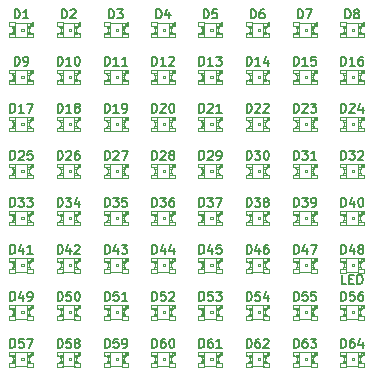
<source format=gto>
G04 (created by PCBNEW-RS274X (2011-aug-04)-testing) date Tue 12 Feb 2013 10:47:46 AM PST*
G01*
G70*
G90*
%MOIN*%
G04 Gerber Fmt 3.4, Leading zero omitted, Abs format*
%FSLAX34Y34*%
G04 APERTURE LIST*
%ADD10C,0.006000*%
%ADD11C,0.002600*%
%ADD12C,0.004000*%
%ADD13C,0.002000*%
%ADD14C,0.005000*%
G04 APERTURE END LIST*
G54D10*
G54D11*
X32007Y-28749D02*
X32007Y-28877D01*
X32007Y-28877D02*
X32204Y-28877D01*
X32204Y-28749D02*
X32204Y-28877D01*
X32007Y-28749D02*
X32204Y-28749D01*
X32007Y-28504D02*
X32007Y-28563D01*
X32007Y-28563D02*
X32106Y-28563D01*
X32106Y-28504D02*
X32106Y-28563D01*
X32007Y-28504D02*
X32106Y-28504D01*
X32007Y-28699D02*
X32007Y-28758D01*
X32007Y-28758D02*
X32106Y-28758D01*
X32106Y-28699D02*
X32106Y-28758D01*
X32007Y-28699D02*
X32106Y-28699D01*
X32007Y-28553D02*
X32007Y-28709D01*
X32007Y-28709D02*
X32076Y-28709D01*
X32076Y-28553D02*
X32076Y-28709D01*
X32007Y-28553D02*
X32076Y-28553D01*
X31418Y-28749D02*
X31418Y-28877D01*
X31418Y-28877D02*
X31615Y-28877D01*
X31615Y-28749D02*
X31615Y-28877D01*
X31418Y-28749D02*
X31615Y-28749D01*
X31418Y-28385D02*
X31418Y-28513D01*
X31418Y-28513D02*
X31615Y-28513D01*
X31615Y-28385D02*
X31615Y-28513D01*
X31418Y-28385D02*
X31615Y-28385D01*
X31516Y-28699D02*
X31516Y-28758D01*
X31516Y-28758D02*
X31615Y-28758D01*
X31615Y-28699D02*
X31615Y-28758D01*
X31516Y-28699D02*
X31615Y-28699D01*
X31516Y-28504D02*
X31516Y-28563D01*
X31516Y-28563D02*
X31615Y-28563D01*
X31615Y-28504D02*
X31615Y-28563D01*
X31516Y-28504D02*
X31615Y-28504D01*
X31546Y-28553D02*
X31546Y-28709D01*
X31546Y-28709D02*
X31615Y-28709D01*
X31615Y-28553D02*
X31615Y-28709D01*
X31546Y-28553D02*
X31615Y-28553D01*
X31811Y-28592D02*
X31811Y-28670D01*
X31811Y-28670D02*
X31889Y-28670D01*
X31889Y-28592D02*
X31889Y-28670D01*
X31811Y-28592D02*
X31889Y-28592D01*
X32007Y-28395D02*
X32007Y-28513D01*
X32007Y-28513D02*
X32125Y-28513D01*
X32125Y-28395D02*
X32125Y-28513D01*
X32007Y-28395D02*
X32125Y-28395D01*
X32175Y-28385D02*
X32175Y-28474D01*
X32175Y-28474D02*
X32204Y-28474D01*
X32204Y-28385D02*
X32204Y-28474D01*
X32175Y-28385D02*
X32204Y-28385D01*
G54D12*
X32017Y-28857D02*
X31605Y-28857D01*
X31615Y-28405D02*
X32175Y-28405D01*
G54D13*
X32173Y-28454D02*
X32172Y-28459D01*
X32170Y-28464D01*
X32168Y-28469D01*
X32164Y-28473D01*
X32160Y-28477D01*
X32155Y-28479D01*
X32150Y-28481D01*
X32145Y-28481D01*
X32140Y-28481D01*
X32135Y-28479D01*
X32130Y-28477D01*
X32126Y-28474D01*
X32122Y-28469D01*
X32120Y-28465D01*
X32118Y-28459D01*
X32118Y-28454D01*
X32118Y-28449D01*
X32119Y-28444D01*
X32122Y-28439D01*
X32125Y-28435D01*
X32130Y-28432D01*
X32134Y-28429D01*
X32139Y-28427D01*
X32145Y-28427D01*
X32149Y-28427D01*
X32155Y-28428D01*
X32160Y-28431D01*
X32164Y-28434D01*
X32167Y-28438D01*
X32170Y-28443D01*
X32172Y-28448D01*
X32172Y-28454D01*
X32173Y-28454D01*
G54D12*
X32204Y-28494D02*
X32193Y-28495D01*
X32181Y-28497D01*
X32169Y-28499D01*
X32158Y-28503D01*
X32147Y-28507D01*
X32136Y-28513D01*
X32126Y-28519D01*
X32116Y-28527D01*
X32108Y-28535D01*
X32100Y-28543D01*
X32092Y-28553D01*
X32086Y-28563D01*
X32080Y-28574D01*
X32076Y-28585D01*
X32072Y-28596D01*
X32070Y-28608D01*
X32068Y-28620D01*
X32067Y-28631D01*
X32068Y-28642D01*
X32070Y-28654D01*
X32072Y-28666D01*
X32076Y-28677D01*
X32080Y-28688D01*
X32086Y-28699D01*
X32092Y-28709D01*
X32100Y-28719D01*
X32108Y-28727D01*
X32116Y-28735D01*
X32126Y-28743D01*
X32136Y-28749D01*
X32147Y-28755D01*
X32158Y-28759D01*
X32169Y-28763D01*
X32181Y-28765D01*
X32193Y-28767D01*
X32204Y-28768D01*
X31418Y-28768D02*
X31429Y-28767D01*
X31441Y-28765D01*
X31453Y-28763D01*
X31464Y-28759D01*
X31475Y-28755D01*
X31486Y-28749D01*
X31496Y-28743D01*
X31506Y-28735D01*
X31514Y-28727D01*
X31522Y-28719D01*
X31530Y-28709D01*
X31536Y-28699D01*
X31542Y-28688D01*
X31546Y-28677D01*
X31550Y-28666D01*
X31552Y-28654D01*
X31554Y-28642D01*
X31555Y-28631D01*
X31554Y-28620D01*
X31552Y-28608D01*
X31550Y-28596D01*
X31546Y-28585D01*
X31542Y-28574D01*
X31536Y-28563D01*
X31530Y-28553D01*
X31522Y-28543D01*
X31514Y-28535D01*
X31506Y-28527D01*
X31496Y-28519D01*
X31486Y-28513D01*
X31475Y-28507D01*
X31464Y-28503D01*
X31453Y-28499D01*
X31441Y-28497D01*
X31429Y-28495D01*
X31418Y-28494D01*
G54D11*
X30432Y-28749D02*
X30432Y-28877D01*
X30432Y-28877D02*
X30629Y-28877D01*
X30629Y-28749D02*
X30629Y-28877D01*
X30432Y-28749D02*
X30629Y-28749D01*
X30432Y-28504D02*
X30432Y-28563D01*
X30432Y-28563D02*
X30531Y-28563D01*
X30531Y-28504D02*
X30531Y-28563D01*
X30432Y-28504D02*
X30531Y-28504D01*
X30432Y-28699D02*
X30432Y-28758D01*
X30432Y-28758D02*
X30531Y-28758D01*
X30531Y-28699D02*
X30531Y-28758D01*
X30432Y-28699D02*
X30531Y-28699D01*
X30432Y-28553D02*
X30432Y-28709D01*
X30432Y-28709D02*
X30501Y-28709D01*
X30501Y-28553D02*
X30501Y-28709D01*
X30432Y-28553D02*
X30501Y-28553D01*
X29843Y-28749D02*
X29843Y-28877D01*
X29843Y-28877D02*
X30040Y-28877D01*
X30040Y-28749D02*
X30040Y-28877D01*
X29843Y-28749D02*
X30040Y-28749D01*
X29843Y-28385D02*
X29843Y-28513D01*
X29843Y-28513D02*
X30040Y-28513D01*
X30040Y-28385D02*
X30040Y-28513D01*
X29843Y-28385D02*
X30040Y-28385D01*
X29941Y-28699D02*
X29941Y-28758D01*
X29941Y-28758D02*
X30040Y-28758D01*
X30040Y-28699D02*
X30040Y-28758D01*
X29941Y-28699D02*
X30040Y-28699D01*
X29941Y-28504D02*
X29941Y-28563D01*
X29941Y-28563D02*
X30040Y-28563D01*
X30040Y-28504D02*
X30040Y-28563D01*
X29941Y-28504D02*
X30040Y-28504D01*
X29971Y-28553D02*
X29971Y-28709D01*
X29971Y-28709D02*
X30040Y-28709D01*
X30040Y-28553D02*
X30040Y-28709D01*
X29971Y-28553D02*
X30040Y-28553D01*
X30236Y-28592D02*
X30236Y-28670D01*
X30236Y-28670D02*
X30314Y-28670D01*
X30314Y-28592D02*
X30314Y-28670D01*
X30236Y-28592D02*
X30314Y-28592D01*
X30432Y-28395D02*
X30432Y-28513D01*
X30432Y-28513D02*
X30550Y-28513D01*
X30550Y-28395D02*
X30550Y-28513D01*
X30432Y-28395D02*
X30550Y-28395D01*
X30600Y-28385D02*
X30600Y-28474D01*
X30600Y-28474D02*
X30629Y-28474D01*
X30629Y-28385D02*
X30629Y-28474D01*
X30600Y-28385D02*
X30629Y-28385D01*
G54D12*
X30442Y-28857D02*
X30030Y-28857D01*
X30040Y-28405D02*
X30600Y-28405D01*
G54D13*
X30598Y-28454D02*
X30597Y-28459D01*
X30595Y-28464D01*
X30593Y-28469D01*
X30589Y-28473D01*
X30585Y-28477D01*
X30580Y-28479D01*
X30575Y-28481D01*
X30570Y-28481D01*
X30565Y-28481D01*
X30560Y-28479D01*
X30555Y-28477D01*
X30551Y-28474D01*
X30547Y-28469D01*
X30545Y-28465D01*
X30543Y-28459D01*
X30543Y-28454D01*
X30543Y-28449D01*
X30544Y-28444D01*
X30547Y-28439D01*
X30550Y-28435D01*
X30555Y-28432D01*
X30559Y-28429D01*
X30564Y-28427D01*
X30570Y-28427D01*
X30574Y-28427D01*
X30580Y-28428D01*
X30585Y-28431D01*
X30589Y-28434D01*
X30592Y-28438D01*
X30595Y-28443D01*
X30597Y-28448D01*
X30597Y-28454D01*
X30598Y-28454D01*
G54D12*
X30629Y-28494D02*
X30618Y-28495D01*
X30606Y-28497D01*
X30594Y-28499D01*
X30583Y-28503D01*
X30572Y-28507D01*
X30561Y-28513D01*
X30551Y-28519D01*
X30541Y-28527D01*
X30533Y-28535D01*
X30525Y-28543D01*
X30517Y-28553D01*
X30511Y-28563D01*
X30505Y-28574D01*
X30501Y-28585D01*
X30497Y-28596D01*
X30495Y-28608D01*
X30493Y-28620D01*
X30492Y-28631D01*
X30493Y-28642D01*
X30495Y-28654D01*
X30497Y-28666D01*
X30501Y-28677D01*
X30505Y-28688D01*
X30511Y-28699D01*
X30517Y-28709D01*
X30525Y-28719D01*
X30533Y-28727D01*
X30541Y-28735D01*
X30551Y-28743D01*
X30561Y-28749D01*
X30572Y-28755D01*
X30583Y-28759D01*
X30594Y-28763D01*
X30606Y-28765D01*
X30618Y-28767D01*
X30629Y-28768D01*
X29843Y-28768D02*
X29854Y-28767D01*
X29866Y-28765D01*
X29878Y-28763D01*
X29889Y-28759D01*
X29900Y-28755D01*
X29911Y-28749D01*
X29921Y-28743D01*
X29931Y-28735D01*
X29939Y-28727D01*
X29947Y-28719D01*
X29955Y-28709D01*
X29961Y-28699D01*
X29967Y-28688D01*
X29971Y-28677D01*
X29975Y-28666D01*
X29977Y-28654D01*
X29979Y-28642D01*
X29980Y-28631D01*
X29979Y-28620D01*
X29977Y-28608D01*
X29975Y-28596D01*
X29971Y-28585D01*
X29967Y-28574D01*
X29961Y-28563D01*
X29955Y-28553D01*
X29947Y-28543D01*
X29939Y-28535D01*
X29931Y-28527D01*
X29921Y-28519D01*
X29911Y-28513D01*
X29900Y-28507D01*
X29889Y-28503D01*
X29878Y-28499D01*
X29866Y-28497D01*
X29854Y-28495D01*
X29843Y-28494D01*
G54D11*
X28857Y-28749D02*
X28857Y-28877D01*
X28857Y-28877D02*
X29054Y-28877D01*
X29054Y-28749D02*
X29054Y-28877D01*
X28857Y-28749D02*
X29054Y-28749D01*
X28857Y-28504D02*
X28857Y-28563D01*
X28857Y-28563D02*
X28956Y-28563D01*
X28956Y-28504D02*
X28956Y-28563D01*
X28857Y-28504D02*
X28956Y-28504D01*
X28857Y-28699D02*
X28857Y-28758D01*
X28857Y-28758D02*
X28956Y-28758D01*
X28956Y-28699D02*
X28956Y-28758D01*
X28857Y-28699D02*
X28956Y-28699D01*
X28857Y-28553D02*
X28857Y-28709D01*
X28857Y-28709D02*
X28926Y-28709D01*
X28926Y-28553D02*
X28926Y-28709D01*
X28857Y-28553D02*
X28926Y-28553D01*
X28268Y-28749D02*
X28268Y-28877D01*
X28268Y-28877D02*
X28465Y-28877D01*
X28465Y-28749D02*
X28465Y-28877D01*
X28268Y-28749D02*
X28465Y-28749D01*
X28268Y-28385D02*
X28268Y-28513D01*
X28268Y-28513D02*
X28465Y-28513D01*
X28465Y-28385D02*
X28465Y-28513D01*
X28268Y-28385D02*
X28465Y-28385D01*
X28366Y-28699D02*
X28366Y-28758D01*
X28366Y-28758D02*
X28465Y-28758D01*
X28465Y-28699D02*
X28465Y-28758D01*
X28366Y-28699D02*
X28465Y-28699D01*
X28366Y-28504D02*
X28366Y-28563D01*
X28366Y-28563D02*
X28465Y-28563D01*
X28465Y-28504D02*
X28465Y-28563D01*
X28366Y-28504D02*
X28465Y-28504D01*
X28396Y-28553D02*
X28396Y-28709D01*
X28396Y-28709D02*
X28465Y-28709D01*
X28465Y-28553D02*
X28465Y-28709D01*
X28396Y-28553D02*
X28465Y-28553D01*
X28661Y-28592D02*
X28661Y-28670D01*
X28661Y-28670D02*
X28739Y-28670D01*
X28739Y-28592D02*
X28739Y-28670D01*
X28661Y-28592D02*
X28739Y-28592D01*
X28857Y-28395D02*
X28857Y-28513D01*
X28857Y-28513D02*
X28975Y-28513D01*
X28975Y-28395D02*
X28975Y-28513D01*
X28857Y-28395D02*
X28975Y-28395D01*
X29025Y-28385D02*
X29025Y-28474D01*
X29025Y-28474D02*
X29054Y-28474D01*
X29054Y-28385D02*
X29054Y-28474D01*
X29025Y-28385D02*
X29054Y-28385D01*
G54D12*
X28867Y-28857D02*
X28455Y-28857D01*
X28465Y-28405D02*
X29025Y-28405D01*
G54D13*
X29023Y-28454D02*
X29022Y-28459D01*
X29020Y-28464D01*
X29018Y-28469D01*
X29014Y-28473D01*
X29010Y-28477D01*
X29005Y-28479D01*
X29000Y-28481D01*
X28995Y-28481D01*
X28990Y-28481D01*
X28985Y-28479D01*
X28980Y-28477D01*
X28976Y-28474D01*
X28972Y-28469D01*
X28970Y-28465D01*
X28968Y-28459D01*
X28968Y-28454D01*
X28968Y-28449D01*
X28969Y-28444D01*
X28972Y-28439D01*
X28975Y-28435D01*
X28980Y-28432D01*
X28984Y-28429D01*
X28989Y-28427D01*
X28995Y-28427D01*
X28999Y-28427D01*
X29005Y-28428D01*
X29010Y-28431D01*
X29014Y-28434D01*
X29017Y-28438D01*
X29020Y-28443D01*
X29022Y-28448D01*
X29022Y-28454D01*
X29023Y-28454D01*
G54D12*
X29054Y-28494D02*
X29043Y-28495D01*
X29031Y-28497D01*
X29019Y-28499D01*
X29008Y-28503D01*
X28997Y-28507D01*
X28986Y-28513D01*
X28976Y-28519D01*
X28966Y-28527D01*
X28958Y-28535D01*
X28950Y-28543D01*
X28942Y-28553D01*
X28936Y-28563D01*
X28930Y-28574D01*
X28926Y-28585D01*
X28922Y-28596D01*
X28920Y-28608D01*
X28918Y-28620D01*
X28917Y-28631D01*
X28918Y-28642D01*
X28920Y-28654D01*
X28922Y-28666D01*
X28926Y-28677D01*
X28930Y-28688D01*
X28936Y-28699D01*
X28942Y-28709D01*
X28950Y-28719D01*
X28958Y-28727D01*
X28966Y-28735D01*
X28976Y-28743D01*
X28986Y-28749D01*
X28997Y-28755D01*
X29008Y-28759D01*
X29019Y-28763D01*
X29031Y-28765D01*
X29043Y-28767D01*
X29054Y-28768D01*
X28268Y-28768D02*
X28279Y-28767D01*
X28291Y-28765D01*
X28303Y-28763D01*
X28314Y-28759D01*
X28325Y-28755D01*
X28336Y-28749D01*
X28346Y-28743D01*
X28356Y-28735D01*
X28364Y-28727D01*
X28372Y-28719D01*
X28380Y-28709D01*
X28386Y-28699D01*
X28392Y-28688D01*
X28396Y-28677D01*
X28400Y-28666D01*
X28402Y-28654D01*
X28404Y-28642D01*
X28405Y-28631D01*
X28404Y-28620D01*
X28402Y-28608D01*
X28400Y-28596D01*
X28396Y-28585D01*
X28392Y-28574D01*
X28386Y-28563D01*
X28380Y-28553D01*
X28372Y-28543D01*
X28364Y-28535D01*
X28356Y-28527D01*
X28346Y-28519D01*
X28336Y-28513D01*
X28325Y-28507D01*
X28314Y-28503D01*
X28303Y-28499D01*
X28291Y-28497D01*
X28279Y-28495D01*
X28268Y-28494D01*
G54D11*
X27283Y-28749D02*
X27283Y-28877D01*
X27283Y-28877D02*
X27480Y-28877D01*
X27480Y-28749D02*
X27480Y-28877D01*
X27283Y-28749D02*
X27480Y-28749D01*
X27283Y-28504D02*
X27283Y-28563D01*
X27283Y-28563D02*
X27382Y-28563D01*
X27382Y-28504D02*
X27382Y-28563D01*
X27283Y-28504D02*
X27382Y-28504D01*
X27283Y-28699D02*
X27283Y-28758D01*
X27283Y-28758D02*
X27382Y-28758D01*
X27382Y-28699D02*
X27382Y-28758D01*
X27283Y-28699D02*
X27382Y-28699D01*
X27283Y-28553D02*
X27283Y-28709D01*
X27283Y-28709D02*
X27352Y-28709D01*
X27352Y-28553D02*
X27352Y-28709D01*
X27283Y-28553D02*
X27352Y-28553D01*
X26694Y-28749D02*
X26694Y-28877D01*
X26694Y-28877D02*
X26891Y-28877D01*
X26891Y-28749D02*
X26891Y-28877D01*
X26694Y-28749D02*
X26891Y-28749D01*
X26694Y-28385D02*
X26694Y-28513D01*
X26694Y-28513D02*
X26891Y-28513D01*
X26891Y-28385D02*
X26891Y-28513D01*
X26694Y-28385D02*
X26891Y-28385D01*
X26792Y-28699D02*
X26792Y-28758D01*
X26792Y-28758D02*
X26891Y-28758D01*
X26891Y-28699D02*
X26891Y-28758D01*
X26792Y-28699D02*
X26891Y-28699D01*
X26792Y-28504D02*
X26792Y-28563D01*
X26792Y-28563D02*
X26891Y-28563D01*
X26891Y-28504D02*
X26891Y-28563D01*
X26792Y-28504D02*
X26891Y-28504D01*
X26822Y-28553D02*
X26822Y-28709D01*
X26822Y-28709D02*
X26891Y-28709D01*
X26891Y-28553D02*
X26891Y-28709D01*
X26822Y-28553D02*
X26891Y-28553D01*
X27087Y-28592D02*
X27087Y-28670D01*
X27087Y-28670D02*
X27165Y-28670D01*
X27165Y-28592D02*
X27165Y-28670D01*
X27087Y-28592D02*
X27165Y-28592D01*
X27283Y-28395D02*
X27283Y-28513D01*
X27283Y-28513D02*
X27401Y-28513D01*
X27401Y-28395D02*
X27401Y-28513D01*
X27283Y-28395D02*
X27401Y-28395D01*
X27451Y-28385D02*
X27451Y-28474D01*
X27451Y-28474D02*
X27480Y-28474D01*
X27480Y-28385D02*
X27480Y-28474D01*
X27451Y-28385D02*
X27480Y-28385D01*
G54D12*
X27293Y-28857D02*
X26881Y-28857D01*
X26891Y-28405D02*
X27451Y-28405D01*
G54D13*
X27449Y-28454D02*
X27448Y-28459D01*
X27446Y-28464D01*
X27444Y-28469D01*
X27440Y-28473D01*
X27436Y-28477D01*
X27431Y-28479D01*
X27426Y-28481D01*
X27421Y-28481D01*
X27416Y-28481D01*
X27411Y-28479D01*
X27406Y-28477D01*
X27402Y-28474D01*
X27398Y-28469D01*
X27396Y-28465D01*
X27394Y-28459D01*
X27394Y-28454D01*
X27394Y-28449D01*
X27395Y-28444D01*
X27398Y-28439D01*
X27401Y-28435D01*
X27406Y-28432D01*
X27410Y-28429D01*
X27415Y-28427D01*
X27421Y-28427D01*
X27425Y-28427D01*
X27431Y-28428D01*
X27436Y-28431D01*
X27440Y-28434D01*
X27443Y-28438D01*
X27446Y-28443D01*
X27448Y-28448D01*
X27448Y-28454D01*
X27449Y-28454D01*
G54D12*
X27480Y-28494D02*
X27469Y-28495D01*
X27457Y-28497D01*
X27445Y-28499D01*
X27434Y-28503D01*
X27423Y-28507D01*
X27412Y-28513D01*
X27402Y-28519D01*
X27392Y-28527D01*
X27384Y-28535D01*
X27376Y-28543D01*
X27368Y-28553D01*
X27362Y-28563D01*
X27356Y-28574D01*
X27352Y-28585D01*
X27348Y-28596D01*
X27346Y-28608D01*
X27344Y-28620D01*
X27343Y-28631D01*
X27344Y-28642D01*
X27346Y-28654D01*
X27348Y-28666D01*
X27352Y-28677D01*
X27356Y-28688D01*
X27362Y-28699D01*
X27368Y-28709D01*
X27376Y-28719D01*
X27384Y-28727D01*
X27392Y-28735D01*
X27402Y-28743D01*
X27412Y-28749D01*
X27423Y-28755D01*
X27434Y-28759D01*
X27445Y-28763D01*
X27457Y-28765D01*
X27469Y-28767D01*
X27480Y-28768D01*
X26694Y-28768D02*
X26705Y-28767D01*
X26717Y-28765D01*
X26729Y-28763D01*
X26740Y-28759D01*
X26751Y-28755D01*
X26762Y-28749D01*
X26772Y-28743D01*
X26782Y-28735D01*
X26790Y-28727D01*
X26798Y-28719D01*
X26806Y-28709D01*
X26812Y-28699D01*
X26818Y-28688D01*
X26822Y-28677D01*
X26826Y-28666D01*
X26828Y-28654D01*
X26830Y-28642D01*
X26831Y-28631D01*
X26830Y-28620D01*
X26828Y-28608D01*
X26826Y-28596D01*
X26822Y-28585D01*
X26818Y-28574D01*
X26812Y-28563D01*
X26806Y-28553D01*
X26798Y-28543D01*
X26790Y-28535D01*
X26782Y-28527D01*
X26772Y-28519D01*
X26762Y-28513D01*
X26751Y-28507D01*
X26740Y-28503D01*
X26729Y-28499D01*
X26717Y-28497D01*
X26705Y-28495D01*
X26694Y-28494D01*
G54D11*
X25708Y-28749D02*
X25708Y-28877D01*
X25708Y-28877D02*
X25905Y-28877D01*
X25905Y-28749D02*
X25905Y-28877D01*
X25708Y-28749D02*
X25905Y-28749D01*
X25708Y-28504D02*
X25708Y-28563D01*
X25708Y-28563D02*
X25807Y-28563D01*
X25807Y-28504D02*
X25807Y-28563D01*
X25708Y-28504D02*
X25807Y-28504D01*
X25708Y-28699D02*
X25708Y-28758D01*
X25708Y-28758D02*
X25807Y-28758D01*
X25807Y-28699D02*
X25807Y-28758D01*
X25708Y-28699D02*
X25807Y-28699D01*
X25708Y-28553D02*
X25708Y-28709D01*
X25708Y-28709D02*
X25777Y-28709D01*
X25777Y-28553D02*
X25777Y-28709D01*
X25708Y-28553D02*
X25777Y-28553D01*
X25119Y-28749D02*
X25119Y-28877D01*
X25119Y-28877D02*
X25316Y-28877D01*
X25316Y-28749D02*
X25316Y-28877D01*
X25119Y-28749D02*
X25316Y-28749D01*
X25119Y-28385D02*
X25119Y-28513D01*
X25119Y-28513D02*
X25316Y-28513D01*
X25316Y-28385D02*
X25316Y-28513D01*
X25119Y-28385D02*
X25316Y-28385D01*
X25217Y-28699D02*
X25217Y-28758D01*
X25217Y-28758D02*
X25316Y-28758D01*
X25316Y-28699D02*
X25316Y-28758D01*
X25217Y-28699D02*
X25316Y-28699D01*
X25217Y-28504D02*
X25217Y-28563D01*
X25217Y-28563D02*
X25316Y-28563D01*
X25316Y-28504D02*
X25316Y-28563D01*
X25217Y-28504D02*
X25316Y-28504D01*
X25247Y-28553D02*
X25247Y-28709D01*
X25247Y-28709D02*
X25316Y-28709D01*
X25316Y-28553D02*
X25316Y-28709D01*
X25247Y-28553D02*
X25316Y-28553D01*
X25512Y-28592D02*
X25512Y-28670D01*
X25512Y-28670D02*
X25590Y-28670D01*
X25590Y-28592D02*
X25590Y-28670D01*
X25512Y-28592D02*
X25590Y-28592D01*
X25708Y-28395D02*
X25708Y-28513D01*
X25708Y-28513D02*
X25826Y-28513D01*
X25826Y-28395D02*
X25826Y-28513D01*
X25708Y-28395D02*
X25826Y-28395D01*
X25876Y-28385D02*
X25876Y-28474D01*
X25876Y-28474D02*
X25905Y-28474D01*
X25905Y-28385D02*
X25905Y-28474D01*
X25876Y-28385D02*
X25905Y-28385D01*
G54D12*
X25718Y-28857D02*
X25306Y-28857D01*
X25316Y-28405D02*
X25876Y-28405D01*
G54D13*
X25874Y-28454D02*
X25873Y-28459D01*
X25871Y-28464D01*
X25869Y-28469D01*
X25865Y-28473D01*
X25861Y-28477D01*
X25856Y-28479D01*
X25851Y-28481D01*
X25846Y-28481D01*
X25841Y-28481D01*
X25836Y-28479D01*
X25831Y-28477D01*
X25827Y-28474D01*
X25823Y-28469D01*
X25821Y-28465D01*
X25819Y-28459D01*
X25819Y-28454D01*
X25819Y-28449D01*
X25820Y-28444D01*
X25823Y-28439D01*
X25826Y-28435D01*
X25831Y-28432D01*
X25835Y-28429D01*
X25840Y-28427D01*
X25846Y-28427D01*
X25850Y-28427D01*
X25856Y-28428D01*
X25861Y-28431D01*
X25865Y-28434D01*
X25868Y-28438D01*
X25871Y-28443D01*
X25873Y-28448D01*
X25873Y-28454D01*
X25874Y-28454D01*
G54D12*
X25905Y-28494D02*
X25894Y-28495D01*
X25882Y-28497D01*
X25870Y-28499D01*
X25859Y-28503D01*
X25848Y-28507D01*
X25837Y-28513D01*
X25827Y-28519D01*
X25817Y-28527D01*
X25809Y-28535D01*
X25801Y-28543D01*
X25793Y-28553D01*
X25787Y-28563D01*
X25781Y-28574D01*
X25777Y-28585D01*
X25773Y-28596D01*
X25771Y-28608D01*
X25769Y-28620D01*
X25768Y-28631D01*
X25769Y-28642D01*
X25771Y-28654D01*
X25773Y-28666D01*
X25777Y-28677D01*
X25781Y-28688D01*
X25787Y-28699D01*
X25793Y-28709D01*
X25801Y-28719D01*
X25809Y-28727D01*
X25817Y-28735D01*
X25827Y-28743D01*
X25837Y-28749D01*
X25848Y-28755D01*
X25859Y-28759D01*
X25870Y-28763D01*
X25882Y-28765D01*
X25894Y-28767D01*
X25905Y-28768D01*
X25119Y-28768D02*
X25130Y-28767D01*
X25142Y-28765D01*
X25154Y-28763D01*
X25165Y-28759D01*
X25176Y-28755D01*
X25187Y-28749D01*
X25197Y-28743D01*
X25207Y-28735D01*
X25215Y-28727D01*
X25223Y-28719D01*
X25231Y-28709D01*
X25237Y-28699D01*
X25243Y-28688D01*
X25247Y-28677D01*
X25251Y-28666D01*
X25253Y-28654D01*
X25255Y-28642D01*
X25256Y-28631D01*
X25255Y-28620D01*
X25253Y-28608D01*
X25251Y-28596D01*
X25247Y-28585D01*
X25243Y-28574D01*
X25237Y-28563D01*
X25231Y-28553D01*
X25223Y-28543D01*
X25215Y-28535D01*
X25207Y-28527D01*
X25197Y-28519D01*
X25187Y-28513D01*
X25176Y-28507D01*
X25165Y-28503D01*
X25154Y-28499D01*
X25142Y-28497D01*
X25130Y-28495D01*
X25119Y-28494D01*
G54D11*
X24133Y-28749D02*
X24133Y-28877D01*
X24133Y-28877D02*
X24330Y-28877D01*
X24330Y-28749D02*
X24330Y-28877D01*
X24133Y-28749D02*
X24330Y-28749D01*
X24133Y-28504D02*
X24133Y-28563D01*
X24133Y-28563D02*
X24232Y-28563D01*
X24232Y-28504D02*
X24232Y-28563D01*
X24133Y-28504D02*
X24232Y-28504D01*
X24133Y-28699D02*
X24133Y-28758D01*
X24133Y-28758D02*
X24232Y-28758D01*
X24232Y-28699D02*
X24232Y-28758D01*
X24133Y-28699D02*
X24232Y-28699D01*
X24133Y-28553D02*
X24133Y-28709D01*
X24133Y-28709D02*
X24202Y-28709D01*
X24202Y-28553D02*
X24202Y-28709D01*
X24133Y-28553D02*
X24202Y-28553D01*
X23544Y-28749D02*
X23544Y-28877D01*
X23544Y-28877D02*
X23741Y-28877D01*
X23741Y-28749D02*
X23741Y-28877D01*
X23544Y-28749D02*
X23741Y-28749D01*
X23544Y-28385D02*
X23544Y-28513D01*
X23544Y-28513D02*
X23741Y-28513D01*
X23741Y-28385D02*
X23741Y-28513D01*
X23544Y-28385D02*
X23741Y-28385D01*
X23642Y-28699D02*
X23642Y-28758D01*
X23642Y-28758D02*
X23741Y-28758D01*
X23741Y-28699D02*
X23741Y-28758D01*
X23642Y-28699D02*
X23741Y-28699D01*
X23642Y-28504D02*
X23642Y-28563D01*
X23642Y-28563D02*
X23741Y-28563D01*
X23741Y-28504D02*
X23741Y-28563D01*
X23642Y-28504D02*
X23741Y-28504D01*
X23672Y-28553D02*
X23672Y-28709D01*
X23672Y-28709D02*
X23741Y-28709D01*
X23741Y-28553D02*
X23741Y-28709D01*
X23672Y-28553D02*
X23741Y-28553D01*
X23937Y-28592D02*
X23937Y-28670D01*
X23937Y-28670D02*
X24015Y-28670D01*
X24015Y-28592D02*
X24015Y-28670D01*
X23937Y-28592D02*
X24015Y-28592D01*
X24133Y-28395D02*
X24133Y-28513D01*
X24133Y-28513D02*
X24251Y-28513D01*
X24251Y-28395D02*
X24251Y-28513D01*
X24133Y-28395D02*
X24251Y-28395D01*
X24301Y-28385D02*
X24301Y-28474D01*
X24301Y-28474D02*
X24330Y-28474D01*
X24330Y-28385D02*
X24330Y-28474D01*
X24301Y-28385D02*
X24330Y-28385D01*
G54D12*
X24143Y-28857D02*
X23731Y-28857D01*
X23741Y-28405D02*
X24301Y-28405D01*
G54D13*
X24299Y-28454D02*
X24298Y-28459D01*
X24296Y-28464D01*
X24294Y-28469D01*
X24290Y-28473D01*
X24286Y-28477D01*
X24281Y-28479D01*
X24276Y-28481D01*
X24271Y-28481D01*
X24266Y-28481D01*
X24261Y-28479D01*
X24256Y-28477D01*
X24252Y-28474D01*
X24248Y-28469D01*
X24246Y-28465D01*
X24244Y-28459D01*
X24244Y-28454D01*
X24244Y-28449D01*
X24245Y-28444D01*
X24248Y-28439D01*
X24251Y-28435D01*
X24256Y-28432D01*
X24260Y-28429D01*
X24265Y-28427D01*
X24271Y-28427D01*
X24275Y-28427D01*
X24281Y-28428D01*
X24286Y-28431D01*
X24290Y-28434D01*
X24293Y-28438D01*
X24296Y-28443D01*
X24298Y-28448D01*
X24298Y-28454D01*
X24299Y-28454D01*
G54D12*
X24330Y-28494D02*
X24319Y-28495D01*
X24307Y-28497D01*
X24295Y-28499D01*
X24284Y-28503D01*
X24273Y-28507D01*
X24262Y-28513D01*
X24252Y-28519D01*
X24242Y-28527D01*
X24234Y-28535D01*
X24226Y-28543D01*
X24218Y-28553D01*
X24212Y-28563D01*
X24206Y-28574D01*
X24202Y-28585D01*
X24198Y-28596D01*
X24196Y-28608D01*
X24194Y-28620D01*
X24193Y-28631D01*
X24194Y-28642D01*
X24196Y-28654D01*
X24198Y-28666D01*
X24202Y-28677D01*
X24206Y-28688D01*
X24212Y-28699D01*
X24218Y-28709D01*
X24226Y-28719D01*
X24234Y-28727D01*
X24242Y-28735D01*
X24252Y-28743D01*
X24262Y-28749D01*
X24273Y-28755D01*
X24284Y-28759D01*
X24295Y-28763D01*
X24307Y-28765D01*
X24319Y-28767D01*
X24330Y-28768D01*
X23544Y-28768D02*
X23555Y-28767D01*
X23567Y-28765D01*
X23579Y-28763D01*
X23590Y-28759D01*
X23601Y-28755D01*
X23612Y-28749D01*
X23622Y-28743D01*
X23632Y-28735D01*
X23640Y-28727D01*
X23648Y-28719D01*
X23656Y-28709D01*
X23662Y-28699D01*
X23668Y-28688D01*
X23672Y-28677D01*
X23676Y-28666D01*
X23678Y-28654D01*
X23680Y-28642D01*
X23681Y-28631D01*
X23680Y-28620D01*
X23678Y-28608D01*
X23676Y-28596D01*
X23672Y-28585D01*
X23668Y-28574D01*
X23662Y-28563D01*
X23656Y-28553D01*
X23648Y-28543D01*
X23640Y-28535D01*
X23632Y-28527D01*
X23622Y-28519D01*
X23612Y-28513D01*
X23601Y-28507D01*
X23590Y-28503D01*
X23579Y-28499D01*
X23567Y-28497D01*
X23555Y-28495D01*
X23544Y-28494D01*
G54D11*
X22558Y-28749D02*
X22558Y-28877D01*
X22558Y-28877D02*
X22755Y-28877D01*
X22755Y-28749D02*
X22755Y-28877D01*
X22558Y-28749D02*
X22755Y-28749D01*
X22558Y-28504D02*
X22558Y-28563D01*
X22558Y-28563D02*
X22657Y-28563D01*
X22657Y-28504D02*
X22657Y-28563D01*
X22558Y-28504D02*
X22657Y-28504D01*
X22558Y-28699D02*
X22558Y-28758D01*
X22558Y-28758D02*
X22657Y-28758D01*
X22657Y-28699D02*
X22657Y-28758D01*
X22558Y-28699D02*
X22657Y-28699D01*
X22558Y-28553D02*
X22558Y-28709D01*
X22558Y-28709D02*
X22627Y-28709D01*
X22627Y-28553D02*
X22627Y-28709D01*
X22558Y-28553D02*
X22627Y-28553D01*
X21969Y-28749D02*
X21969Y-28877D01*
X21969Y-28877D02*
X22166Y-28877D01*
X22166Y-28749D02*
X22166Y-28877D01*
X21969Y-28749D02*
X22166Y-28749D01*
X21969Y-28385D02*
X21969Y-28513D01*
X21969Y-28513D02*
X22166Y-28513D01*
X22166Y-28385D02*
X22166Y-28513D01*
X21969Y-28385D02*
X22166Y-28385D01*
X22067Y-28699D02*
X22067Y-28758D01*
X22067Y-28758D02*
X22166Y-28758D01*
X22166Y-28699D02*
X22166Y-28758D01*
X22067Y-28699D02*
X22166Y-28699D01*
X22067Y-28504D02*
X22067Y-28563D01*
X22067Y-28563D02*
X22166Y-28563D01*
X22166Y-28504D02*
X22166Y-28563D01*
X22067Y-28504D02*
X22166Y-28504D01*
X22097Y-28553D02*
X22097Y-28709D01*
X22097Y-28709D02*
X22166Y-28709D01*
X22166Y-28553D02*
X22166Y-28709D01*
X22097Y-28553D02*
X22166Y-28553D01*
X22362Y-28592D02*
X22362Y-28670D01*
X22362Y-28670D02*
X22440Y-28670D01*
X22440Y-28592D02*
X22440Y-28670D01*
X22362Y-28592D02*
X22440Y-28592D01*
X22558Y-28395D02*
X22558Y-28513D01*
X22558Y-28513D02*
X22676Y-28513D01*
X22676Y-28395D02*
X22676Y-28513D01*
X22558Y-28395D02*
X22676Y-28395D01*
X22726Y-28385D02*
X22726Y-28474D01*
X22726Y-28474D02*
X22755Y-28474D01*
X22755Y-28385D02*
X22755Y-28474D01*
X22726Y-28385D02*
X22755Y-28385D01*
G54D12*
X22568Y-28857D02*
X22156Y-28857D01*
X22166Y-28405D02*
X22726Y-28405D01*
G54D13*
X22724Y-28454D02*
X22723Y-28459D01*
X22721Y-28464D01*
X22719Y-28469D01*
X22715Y-28473D01*
X22711Y-28477D01*
X22706Y-28479D01*
X22701Y-28481D01*
X22696Y-28481D01*
X22691Y-28481D01*
X22686Y-28479D01*
X22681Y-28477D01*
X22677Y-28474D01*
X22673Y-28469D01*
X22671Y-28465D01*
X22669Y-28459D01*
X22669Y-28454D01*
X22669Y-28449D01*
X22670Y-28444D01*
X22673Y-28439D01*
X22676Y-28435D01*
X22681Y-28432D01*
X22685Y-28429D01*
X22690Y-28427D01*
X22696Y-28427D01*
X22700Y-28427D01*
X22706Y-28428D01*
X22711Y-28431D01*
X22715Y-28434D01*
X22718Y-28438D01*
X22721Y-28443D01*
X22723Y-28448D01*
X22723Y-28454D01*
X22724Y-28454D01*
G54D12*
X22755Y-28494D02*
X22744Y-28495D01*
X22732Y-28497D01*
X22720Y-28499D01*
X22709Y-28503D01*
X22698Y-28507D01*
X22687Y-28513D01*
X22677Y-28519D01*
X22667Y-28527D01*
X22659Y-28535D01*
X22651Y-28543D01*
X22643Y-28553D01*
X22637Y-28563D01*
X22631Y-28574D01*
X22627Y-28585D01*
X22623Y-28596D01*
X22621Y-28608D01*
X22619Y-28620D01*
X22618Y-28631D01*
X22619Y-28642D01*
X22621Y-28654D01*
X22623Y-28666D01*
X22627Y-28677D01*
X22631Y-28688D01*
X22637Y-28699D01*
X22643Y-28709D01*
X22651Y-28719D01*
X22659Y-28727D01*
X22667Y-28735D01*
X22677Y-28743D01*
X22687Y-28749D01*
X22698Y-28755D01*
X22709Y-28759D01*
X22720Y-28763D01*
X22732Y-28765D01*
X22744Y-28767D01*
X22755Y-28768D01*
X21969Y-28768D02*
X21980Y-28767D01*
X21992Y-28765D01*
X22004Y-28763D01*
X22015Y-28759D01*
X22026Y-28755D01*
X22037Y-28749D01*
X22047Y-28743D01*
X22057Y-28735D01*
X22065Y-28727D01*
X22073Y-28719D01*
X22081Y-28709D01*
X22087Y-28699D01*
X22093Y-28688D01*
X22097Y-28677D01*
X22101Y-28666D01*
X22103Y-28654D01*
X22105Y-28642D01*
X22106Y-28631D01*
X22105Y-28620D01*
X22103Y-28608D01*
X22101Y-28596D01*
X22097Y-28585D01*
X22093Y-28574D01*
X22087Y-28563D01*
X22081Y-28553D01*
X22073Y-28543D01*
X22065Y-28535D01*
X22057Y-28527D01*
X22047Y-28519D01*
X22037Y-28513D01*
X22026Y-28507D01*
X22015Y-28503D01*
X22004Y-28499D01*
X21992Y-28497D01*
X21980Y-28495D01*
X21969Y-28494D01*
G54D11*
X20983Y-28749D02*
X20983Y-28877D01*
X20983Y-28877D02*
X21180Y-28877D01*
X21180Y-28749D02*
X21180Y-28877D01*
X20983Y-28749D02*
X21180Y-28749D01*
X20983Y-28504D02*
X20983Y-28563D01*
X20983Y-28563D02*
X21082Y-28563D01*
X21082Y-28504D02*
X21082Y-28563D01*
X20983Y-28504D02*
X21082Y-28504D01*
X20983Y-28699D02*
X20983Y-28758D01*
X20983Y-28758D02*
X21082Y-28758D01*
X21082Y-28699D02*
X21082Y-28758D01*
X20983Y-28699D02*
X21082Y-28699D01*
X20983Y-28553D02*
X20983Y-28709D01*
X20983Y-28709D02*
X21052Y-28709D01*
X21052Y-28553D02*
X21052Y-28709D01*
X20983Y-28553D02*
X21052Y-28553D01*
X20394Y-28749D02*
X20394Y-28877D01*
X20394Y-28877D02*
X20591Y-28877D01*
X20591Y-28749D02*
X20591Y-28877D01*
X20394Y-28749D02*
X20591Y-28749D01*
X20394Y-28385D02*
X20394Y-28513D01*
X20394Y-28513D02*
X20591Y-28513D01*
X20591Y-28385D02*
X20591Y-28513D01*
X20394Y-28385D02*
X20591Y-28385D01*
X20492Y-28699D02*
X20492Y-28758D01*
X20492Y-28758D02*
X20591Y-28758D01*
X20591Y-28699D02*
X20591Y-28758D01*
X20492Y-28699D02*
X20591Y-28699D01*
X20492Y-28504D02*
X20492Y-28563D01*
X20492Y-28563D02*
X20591Y-28563D01*
X20591Y-28504D02*
X20591Y-28563D01*
X20492Y-28504D02*
X20591Y-28504D01*
X20522Y-28553D02*
X20522Y-28709D01*
X20522Y-28709D02*
X20591Y-28709D01*
X20591Y-28553D02*
X20591Y-28709D01*
X20522Y-28553D02*
X20591Y-28553D01*
X20787Y-28592D02*
X20787Y-28670D01*
X20787Y-28670D02*
X20865Y-28670D01*
X20865Y-28592D02*
X20865Y-28670D01*
X20787Y-28592D02*
X20865Y-28592D01*
X20983Y-28395D02*
X20983Y-28513D01*
X20983Y-28513D02*
X21101Y-28513D01*
X21101Y-28395D02*
X21101Y-28513D01*
X20983Y-28395D02*
X21101Y-28395D01*
X21151Y-28385D02*
X21151Y-28474D01*
X21151Y-28474D02*
X21180Y-28474D01*
X21180Y-28385D02*
X21180Y-28474D01*
X21151Y-28385D02*
X21180Y-28385D01*
G54D12*
X20993Y-28857D02*
X20581Y-28857D01*
X20591Y-28405D02*
X21151Y-28405D01*
G54D13*
X21149Y-28454D02*
X21148Y-28459D01*
X21146Y-28464D01*
X21144Y-28469D01*
X21140Y-28473D01*
X21136Y-28477D01*
X21131Y-28479D01*
X21126Y-28481D01*
X21121Y-28481D01*
X21116Y-28481D01*
X21111Y-28479D01*
X21106Y-28477D01*
X21102Y-28474D01*
X21098Y-28469D01*
X21096Y-28465D01*
X21094Y-28459D01*
X21094Y-28454D01*
X21094Y-28449D01*
X21095Y-28444D01*
X21098Y-28439D01*
X21101Y-28435D01*
X21106Y-28432D01*
X21110Y-28429D01*
X21115Y-28427D01*
X21121Y-28427D01*
X21125Y-28427D01*
X21131Y-28428D01*
X21136Y-28431D01*
X21140Y-28434D01*
X21143Y-28438D01*
X21146Y-28443D01*
X21148Y-28448D01*
X21148Y-28454D01*
X21149Y-28454D01*
G54D12*
X21180Y-28494D02*
X21169Y-28495D01*
X21157Y-28497D01*
X21145Y-28499D01*
X21134Y-28503D01*
X21123Y-28507D01*
X21112Y-28513D01*
X21102Y-28519D01*
X21092Y-28527D01*
X21084Y-28535D01*
X21076Y-28543D01*
X21068Y-28553D01*
X21062Y-28563D01*
X21056Y-28574D01*
X21052Y-28585D01*
X21048Y-28596D01*
X21046Y-28608D01*
X21044Y-28620D01*
X21043Y-28631D01*
X21044Y-28642D01*
X21046Y-28654D01*
X21048Y-28666D01*
X21052Y-28677D01*
X21056Y-28688D01*
X21062Y-28699D01*
X21068Y-28709D01*
X21076Y-28719D01*
X21084Y-28727D01*
X21092Y-28735D01*
X21102Y-28743D01*
X21112Y-28749D01*
X21123Y-28755D01*
X21134Y-28759D01*
X21145Y-28763D01*
X21157Y-28765D01*
X21169Y-28767D01*
X21180Y-28768D01*
X20394Y-28768D02*
X20405Y-28767D01*
X20417Y-28765D01*
X20429Y-28763D01*
X20440Y-28759D01*
X20451Y-28755D01*
X20462Y-28749D01*
X20472Y-28743D01*
X20482Y-28735D01*
X20490Y-28727D01*
X20498Y-28719D01*
X20506Y-28709D01*
X20512Y-28699D01*
X20518Y-28688D01*
X20522Y-28677D01*
X20526Y-28666D01*
X20528Y-28654D01*
X20530Y-28642D01*
X20531Y-28631D01*
X20530Y-28620D01*
X20528Y-28608D01*
X20526Y-28596D01*
X20522Y-28585D01*
X20518Y-28574D01*
X20512Y-28563D01*
X20506Y-28553D01*
X20498Y-28543D01*
X20490Y-28535D01*
X20482Y-28527D01*
X20472Y-28519D01*
X20462Y-28513D01*
X20451Y-28507D01*
X20440Y-28503D01*
X20429Y-28499D01*
X20417Y-28497D01*
X20405Y-28495D01*
X20394Y-28494D01*
G54D11*
X32007Y-27180D02*
X32007Y-27308D01*
X32007Y-27308D02*
X32204Y-27308D01*
X32204Y-27180D02*
X32204Y-27308D01*
X32007Y-27180D02*
X32204Y-27180D01*
X32007Y-26935D02*
X32007Y-26994D01*
X32007Y-26994D02*
X32106Y-26994D01*
X32106Y-26935D02*
X32106Y-26994D01*
X32007Y-26935D02*
X32106Y-26935D01*
X32007Y-27130D02*
X32007Y-27189D01*
X32007Y-27189D02*
X32106Y-27189D01*
X32106Y-27130D02*
X32106Y-27189D01*
X32007Y-27130D02*
X32106Y-27130D01*
X32007Y-26984D02*
X32007Y-27140D01*
X32007Y-27140D02*
X32076Y-27140D01*
X32076Y-26984D02*
X32076Y-27140D01*
X32007Y-26984D02*
X32076Y-26984D01*
X31418Y-27180D02*
X31418Y-27308D01*
X31418Y-27308D02*
X31615Y-27308D01*
X31615Y-27180D02*
X31615Y-27308D01*
X31418Y-27180D02*
X31615Y-27180D01*
X31418Y-26816D02*
X31418Y-26944D01*
X31418Y-26944D02*
X31615Y-26944D01*
X31615Y-26816D02*
X31615Y-26944D01*
X31418Y-26816D02*
X31615Y-26816D01*
X31516Y-27130D02*
X31516Y-27189D01*
X31516Y-27189D02*
X31615Y-27189D01*
X31615Y-27130D02*
X31615Y-27189D01*
X31516Y-27130D02*
X31615Y-27130D01*
X31516Y-26935D02*
X31516Y-26994D01*
X31516Y-26994D02*
X31615Y-26994D01*
X31615Y-26935D02*
X31615Y-26994D01*
X31516Y-26935D02*
X31615Y-26935D01*
X31546Y-26984D02*
X31546Y-27140D01*
X31546Y-27140D02*
X31615Y-27140D01*
X31615Y-26984D02*
X31615Y-27140D01*
X31546Y-26984D02*
X31615Y-26984D01*
X31811Y-27023D02*
X31811Y-27101D01*
X31811Y-27101D02*
X31889Y-27101D01*
X31889Y-27023D02*
X31889Y-27101D01*
X31811Y-27023D02*
X31889Y-27023D01*
X32007Y-26826D02*
X32007Y-26944D01*
X32007Y-26944D02*
X32125Y-26944D01*
X32125Y-26826D02*
X32125Y-26944D01*
X32007Y-26826D02*
X32125Y-26826D01*
X32175Y-26816D02*
X32175Y-26905D01*
X32175Y-26905D02*
X32204Y-26905D01*
X32204Y-26816D02*
X32204Y-26905D01*
X32175Y-26816D02*
X32204Y-26816D01*
G54D12*
X32017Y-27288D02*
X31605Y-27288D01*
X31615Y-26836D02*
X32175Y-26836D01*
G54D13*
X32173Y-26885D02*
X32172Y-26890D01*
X32170Y-26895D01*
X32168Y-26900D01*
X32164Y-26904D01*
X32160Y-26908D01*
X32155Y-26910D01*
X32150Y-26912D01*
X32145Y-26912D01*
X32140Y-26912D01*
X32135Y-26910D01*
X32130Y-26908D01*
X32126Y-26905D01*
X32122Y-26900D01*
X32120Y-26896D01*
X32118Y-26890D01*
X32118Y-26885D01*
X32118Y-26880D01*
X32119Y-26875D01*
X32122Y-26870D01*
X32125Y-26866D01*
X32130Y-26863D01*
X32134Y-26860D01*
X32139Y-26858D01*
X32145Y-26858D01*
X32149Y-26858D01*
X32155Y-26859D01*
X32160Y-26862D01*
X32164Y-26865D01*
X32167Y-26869D01*
X32170Y-26874D01*
X32172Y-26879D01*
X32172Y-26885D01*
X32173Y-26885D01*
G54D12*
X32204Y-26925D02*
X32193Y-26926D01*
X32181Y-26928D01*
X32169Y-26930D01*
X32158Y-26934D01*
X32147Y-26938D01*
X32136Y-26944D01*
X32126Y-26950D01*
X32116Y-26958D01*
X32108Y-26966D01*
X32100Y-26974D01*
X32092Y-26984D01*
X32086Y-26994D01*
X32080Y-27005D01*
X32076Y-27016D01*
X32072Y-27027D01*
X32070Y-27039D01*
X32068Y-27051D01*
X32067Y-27062D01*
X32068Y-27073D01*
X32070Y-27085D01*
X32072Y-27097D01*
X32076Y-27108D01*
X32080Y-27119D01*
X32086Y-27130D01*
X32092Y-27140D01*
X32100Y-27150D01*
X32108Y-27158D01*
X32116Y-27166D01*
X32126Y-27174D01*
X32136Y-27180D01*
X32147Y-27186D01*
X32158Y-27190D01*
X32169Y-27194D01*
X32181Y-27196D01*
X32193Y-27198D01*
X32204Y-27199D01*
X31418Y-27199D02*
X31429Y-27198D01*
X31441Y-27196D01*
X31453Y-27194D01*
X31464Y-27190D01*
X31475Y-27186D01*
X31486Y-27180D01*
X31496Y-27174D01*
X31506Y-27166D01*
X31514Y-27158D01*
X31522Y-27150D01*
X31530Y-27140D01*
X31536Y-27130D01*
X31542Y-27119D01*
X31546Y-27108D01*
X31550Y-27097D01*
X31552Y-27085D01*
X31554Y-27073D01*
X31555Y-27062D01*
X31554Y-27051D01*
X31552Y-27039D01*
X31550Y-27027D01*
X31546Y-27016D01*
X31542Y-27005D01*
X31536Y-26994D01*
X31530Y-26984D01*
X31522Y-26974D01*
X31514Y-26966D01*
X31506Y-26958D01*
X31496Y-26950D01*
X31486Y-26944D01*
X31475Y-26938D01*
X31464Y-26934D01*
X31453Y-26930D01*
X31441Y-26928D01*
X31429Y-26926D01*
X31418Y-26925D01*
G54D11*
X30432Y-27180D02*
X30432Y-27308D01*
X30432Y-27308D02*
X30629Y-27308D01*
X30629Y-27180D02*
X30629Y-27308D01*
X30432Y-27180D02*
X30629Y-27180D01*
X30432Y-26935D02*
X30432Y-26994D01*
X30432Y-26994D02*
X30531Y-26994D01*
X30531Y-26935D02*
X30531Y-26994D01*
X30432Y-26935D02*
X30531Y-26935D01*
X30432Y-27130D02*
X30432Y-27189D01*
X30432Y-27189D02*
X30531Y-27189D01*
X30531Y-27130D02*
X30531Y-27189D01*
X30432Y-27130D02*
X30531Y-27130D01*
X30432Y-26984D02*
X30432Y-27140D01*
X30432Y-27140D02*
X30501Y-27140D01*
X30501Y-26984D02*
X30501Y-27140D01*
X30432Y-26984D02*
X30501Y-26984D01*
X29843Y-27180D02*
X29843Y-27308D01*
X29843Y-27308D02*
X30040Y-27308D01*
X30040Y-27180D02*
X30040Y-27308D01*
X29843Y-27180D02*
X30040Y-27180D01*
X29843Y-26816D02*
X29843Y-26944D01*
X29843Y-26944D02*
X30040Y-26944D01*
X30040Y-26816D02*
X30040Y-26944D01*
X29843Y-26816D02*
X30040Y-26816D01*
X29941Y-27130D02*
X29941Y-27189D01*
X29941Y-27189D02*
X30040Y-27189D01*
X30040Y-27130D02*
X30040Y-27189D01*
X29941Y-27130D02*
X30040Y-27130D01*
X29941Y-26935D02*
X29941Y-26994D01*
X29941Y-26994D02*
X30040Y-26994D01*
X30040Y-26935D02*
X30040Y-26994D01*
X29941Y-26935D02*
X30040Y-26935D01*
X29971Y-26984D02*
X29971Y-27140D01*
X29971Y-27140D02*
X30040Y-27140D01*
X30040Y-26984D02*
X30040Y-27140D01*
X29971Y-26984D02*
X30040Y-26984D01*
X30236Y-27023D02*
X30236Y-27101D01*
X30236Y-27101D02*
X30314Y-27101D01*
X30314Y-27023D02*
X30314Y-27101D01*
X30236Y-27023D02*
X30314Y-27023D01*
X30432Y-26826D02*
X30432Y-26944D01*
X30432Y-26944D02*
X30550Y-26944D01*
X30550Y-26826D02*
X30550Y-26944D01*
X30432Y-26826D02*
X30550Y-26826D01*
X30600Y-26816D02*
X30600Y-26905D01*
X30600Y-26905D02*
X30629Y-26905D01*
X30629Y-26816D02*
X30629Y-26905D01*
X30600Y-26816D02*
X30629Y-26816D01*
G54D12*
X30442Y-27288D02*
X30030Y-27288D01*
X30040Y-26836D02*
X30600Y-26836D01*
G54D13*
X30598Y-26885D02*
X30597Y-26890D01*
X30595Y-26895D01*
X30593Y-26900D01*
X30589Y-26904D01*
X30585Y-26908D01*
X30580Y-26910D01*
X30575Y-26912D01*
X30570Y-26912D01*
X30565Y-26912D01*
X30560Y-26910D01*
X30555Y-26908D01*
X30551Y-26905D01*
X30547Y-26900D01*
X30545Y-26896D01*
X30543Y-26890D01*
X30543Y-26885D01*
X30543Y-26880D01*
X30544Y-26875D01*
X30547Y-26870D01*
X30550Y-26866D01*
X30555Y-26863D01*
X30559Y-26860D01*
X30564Y-26858D01*
X30570Y-26858D01*
X30574Y-26858D01*
X30580Y-26859D01*
X30585Y-26862D01*
X30589Y-26865D01*
X30592Y-26869D01*
X30595Y-26874D01*
X30597Y-26879D01*
X30597Y-26885D01*
X30598Y-26885D01*
G54D12*
X30629Y-26925D02*
X30618Y-26926D01*
X30606Y-26928D01*
X30594Y-26930D01*
X30583Y-26934D01*
X30572Y-26938D01*
X30561Y-26944D01*
X30551Y-26950D01*
X30541Y-26958D01*
X30533Y-26966D01*
X30525Y-26974D01*
X30517Y-26984D01*
X30511Y-26994D01*
X30505Y-27005D01*
X30501Y-27016D01*
X30497Y-27027D01*
X30495Y-27039D01*
X30493Y-27051D01*
X30492Y-27062D01*
X30493Y-27073D01*
X30495Y-27085D01*
X30497Y-27097D01*
X30501Y-27108D01*
X30505Y-27119D01*
X30511Y-27130D01*
X30517Y-27140D01*
X30525Y-27150D01*
X30533Y-27158D01*
X30541Y-27166D01*
X30551Y-27174D01*
X30561Y-27180D01*
X30572Y-27186D01*
X30583Y-27190D01*
X30594Y-27194D01*
X30606Y-27196D01*
X30618Y-27198D01*
X30629Y-27199D01*
X29843Y-27199D02*
X29854Y-27198D01*
X29866Y-27196D01*
X29878Y-27194D01*
X29889Y-27190D01*
X29900Y-27186D01*
X29911Y-27180D01*
X29921Y-27174D01*
X29931Y-27166D01*
X29939Y-27158D01*
X29947Y-27150D01*
X29955Y-27140D01*
X29961Y-27130D01*
X29967Y-27119D01*
X29971Y-27108D01*
X29975Y-27097D01*
X29977Y-27085D01*
X29979Y-27073D01*
X29980Y-27062D01*
X29979Y-27051D01*
X29977Y-27039D01*
X29975Y-27027D01*
X29971Y-27016D01*
X29967Y-27005D01*
X29961Y-26994D01*
X29955Y-26984D01*
X29947Y-26974D01*
X29939Y-26966D01*
X29931Y-26958D01*
X29921Y-26950D01*
X29911Y-26944D01*
X29900Y-26938D01*
X29889Y-26934D01*
X29878Y-26930D01*
X29866Y-26928D01*
X29854Y-26926D01*
X29843Y-26925D01*
G54D11*
X28857Y-27180D02*
X28857Y-27308D01*
X28857Y-27308D02*
X29054Y-27308D01*
X29054Y-27180D02*
X29054Y-27308D01*
X28857Y-27180D02*
X29054Y-27180D01*
X28857Y-26935D02*
X28857Y-26994D01*
X28857Y-26994D02*
X28956Y-26994D01*
X28956Y-26935D02*
X28956Y-26994D01*
X28857Y-26935D02*
X28956Y-26935D01*
X28857Y-27130D02*
X28857Y-27189D01*
X28857Y-27189D02*
X28956Y-27189D01*
X28956Y-27130D02*
X28956Y-27189D01*
X28857Y-27130D02*
X28956Y-27130D01*
X28857Y-26984D02*
X28857Y-27140D01*
X28857Y-27140D02*
X28926Y-27140D01*
X28926Y-26984D02*
X28926Y-27140D01*
X28857Y-26984D02*
X28926Y-26984D01*
X28268Y-27180D02*
X28268Y-27308D01*
X28268Y-27308D02*
X28465Y-27308D01*
X28465Y-27180D02*
X28465Y-27308D01*
X28268Y-27180D02*
X28465Y-27180D01*
X28268Y-26816D02*
X28268Y-26944D01*
X28268Y-26944D02*
X28465Y-26944D01*
X28465Y-26816D02*
X28465Y-26944D01*
X28268Y-26816D02*
X28465Y-26816D01*
X28366Y-27130D02*
X28366Y-27189D01*
X28366Y-27189D02*
X28465Y-27189D01*
X28465Y-27130D02*
X28465Y-27189D01*
X28366Y-27130D02*
X28465Y-27130D01*
X28366Y-26935D02*
X28366Y-26994D01*
X28366Y-26994D02*
X28465Y-26994D01*
X28465Y-26935D02*
X28465Y-26994D01*
X28366Y-26935D02*
X28465Y-26935D01*
X28396Y-26984D02*
X28396Y-27140D01*
X28396Y-27140D02*
X28465Y-27140D01*
X28465Y-26984D02*
X28465Y-27140D01*
X28396Y-26984D02*
X28465Y-26984D01*
X28661Y-27023D02*
X28661Y-27101D01*
X28661Y-27101D02*
X28739Y-27101D01*
X28739Y-27023D02*
X28739Y-27101D01*
X28661Y-27023D02*
X28739Y-27023D01*
X28857Y-26826D02*
X28857Y-26944D01*
X28857Y-26944D02*
X28975Y-26944D01*
X28975Y-26826D02*
X28975Y-26944D01*
X28857Y-26826D02*
X28975Y-26826D01*
X29025Y-26816D02*
X29025Y-26905D01*
X29025Y-26905D02*
X29054Y-26905D01*
X29054Y-26816D02*
X29054Y-26905D01*
X29025Y-26816D02*
X29054Y-26816D01*
G54D12*
X28867Y-27288D02*
X28455Y-27288D01*
X28465Y-26836D02*
X29025Y-26836D01*
G54D13*
X29023Y-26885D02*
X29022Y-26890D01*
X29020Y-26895D01*
X29018Y-26900D01*
X29014Y-26904D01*
X29010Y-26908D01*
X29005Y-26910D01*
X29000Y-26912D01*
X28995Y-26912D01*
X28990Y-26912D01*
X28985Y-26910D01*
X28980Y-26908D01*
X28976Y-26905D01*
X28972Y-26900D01*
X28970Y-26896D01*
X28968Y-26890D01*
X28968Y-26885D01*
X28968Y-26880D01*
X28969Y-26875D01*
X28972Y-26870D01*
X28975Y-26866D01*
X28980Y-26863D01*
X28984Y-26860D01*
X28989Y-26858D01*
X28995Y-26858D01*
X28999Y-26858D01*
X29005Y-26859D01*
X29010Y-26862D01*
X29014Y-26865D01*
X29017Y-26869D01*
X29020Y-26874D01*
X29022Y-26879D01*
X29022Y-26885D01*
X29023Y-26885D01*
G54D12*
X29054Y-26925D02*
X29043Y-26926D01*
X29031Y-26928D01*
X29019Y-26930D01*
X29008Y-26934D01*
X28997Y-26938D01*
X28986Y-26944D01*
X28976Y-26950D01*
X28966Y-26958D01*
X28958Y-26966D01*
X28950Y-26974D01*
X28942Y-26984D01*
X28936Y-26994D01*
X28930Y-27005D01*
X28926Y-27016D01*
X28922Y-27027D01*
X28920Y-27039D01*
X28918Y-27051D01*
X28917Y-27062D01*
X28918Y-27073D01*
X28920Y-27085D01*
X28922Y-27097D01*
X28926Y-27108D01*
X28930Y-27119D01*
X28936Y-27130D01*
X28942Y-27140D01*
X28950Y-27150D01*
X28958Y-27158D01*
X28966Y-27166D01*
X28976Y-27174D01*
X28986Y-27180D01*
X28997Y-27186D01*
X29008Y-27190D01*
X29019Y-27194D01*
X29031Y-27196D01*
X29043Y-27198D01*
X29054Y-27199D01*
X28268Y-27199D02*
X28279Y-27198D01*
X28291Y-27196D01*
X28303Y-27194D01*
X28314Y-27190D01*
X28325Y-27186D01*
X28336Y-27180D01*
X28346Y-27174D01*
X28356Y-27166D01*
X28364Y-27158D01*
X28372Y-27150D01*
X28380Y-27140D01*
X28386Y-27130D01*
X28392Y-27119D01*
X28396Y-27108D01*
X28400Y-27097D01*
X28402Y-27085D01*
X28404Y-27073D01*
X28405Y-27062D01*
X28404Y-27051D01*
X28402Y-27039D01*
X28400Y-27027D01*
X28396Y-27016D01*
X28392Y-27005D01*
X28386Y-26994D01*
X28380Y-26984D01*
X28372Y-26974D01*
X28364Y-26966D01*
X28356Y-26958D01*
X28346Y-26950D01*
X28336Y-26944D01*
X28325Y-26938D01*
X28314Y-26934D01*
X28303Y-26930D01*
X28291Y-26928D01*
X28279Y-26926D01*
X28268Y-26925D01*
G54D11*
X27283Y-27180D02*
X27283Y-27308D01*
X27283Y-27308D02*
X27480Y-27308D01*
X27480Y-27180D02*
X27480Y-27308D01*
X27283Y-27180D02*
X27480Y-27180D01*
X27283Y-26935D02*
X27283Y-26994D01*
X27283Y-26994D02*
X27382Y-26994D01*
X27382Y-26935D02*
X27382Y-26994D01*
X27283Y-26935D02*
X27382Y-26935D01*
X27283Y-27130D02*
X27283Y-27189D01*
X27283Y-27189D02*
X27382Y-27189D01*
X27382Y-27130D02*
X27382Y-27189D01*
X27283Y-27130D02*
X27382Y-27130D01*
X27283Y-26984D02*
X27283Y-27140D01*
X27283Y-27140D02*
X27352Y-27140D01*
X27352Y-26984D02*
X27352Y-27140D01*
X27283Y-26984D02*
X27352Y-26984D01*
X26694Y-27180D02*
X26694Y-27308D01*
X26694Y-27308D02*
X26891Y-27308D01*
X26891Y-27180D02*
X26891Y-27308D01*
X26694Y-27180D02*
X26891Y-27180D01*
X26694Y-26816D02*
X26694Y-26944D01*
X26694Y-26944D02*
X26891Y-26944D01*
X26891Y-26816D02*
X26891Y-26944D01*
X26694Y-26816D02*
X26891Y-26816D01*
X26792Y-27130D02*
X26792Y-27189D01*
X26792Y-27189D02*
X26891Y-27189D01*
X26891Y-27130D02*
X26891Y-27189D01*
X26792Y-27130D02*
X26891Y-27130D01*
X26792Y-26935D02*
X26792Y-26994D01*
X26792Y-26994D02*
X26891Y-26994D01*
X26891Y-26935D02*
X26891Y-26994D01*
X26792Y-26935D02*
X26891Y-26935D01*
X26822Y-26984D02*
X26822Y-27140D01*
X26822Y-27140D02*
X26891Y-27140D01*
X26891Y-26984D02*
X26891Y-27140D01*
X26822Y-26984D02*
X26891Y-26984D01*
X27087Y-27023D02*
X27087Y-27101D01*
X27087Y-27101D02*
X27165Y-27101D01*
X27165Y-27023D02*
X27165Y-27101D01*
X27087Y-27023D02*
X27165Y-27023D01*
X27283Y-26826D02*
X27283Y-26944D01*
X27283Y-26944D02*
X27401Y-26944D01*
X27401Y-26826D02*
X27401Y-26944D01*
X27283Y-26826D02*
X27401Y-26826D01*
X27451Y-26816D02*
X27451Y-26905D01*
X27451Y-26905D02*
X27480Y-26905D01*
X27480Y-26816D02*
X27480Y-26905D01*
X27451Y-26816D02*
X27480Y-26816D01*
G54D12*
X27293Y-27288D02*
X26881Y-27288D01*
X26891Y-26836D02*
X27451Y-26836D01*
G54D13*
X27449Y-26885D02*
X27448Y-26890D01*
X27446Y-26895D01*
X27444Y-26900D01*
X27440Y-26904D01*
X27436Y-26908D01*
X27431Y-26910D01*
X27426Y-26912D01*
X27421Y-26912D01*
X27416Y-26912D01*
X27411Y-26910D01*
X27406Y-26908D01*
X27402Y-26905D01*
X27398Y-26900D01*
X27396Y-26896D01*
X27394Y-26890D01*
X27394Y-26885D01*
X27394Y-26880D01*
X27395Y-26875D01*
X27398Y-26870D01*
X27401Y-26866D01*
X27406Y-26863D01*
X27410Y-26860D01*
X27415Y-26858D01*
X27421Y-26858D01*
X27425Y-26858D01*
X27431Y-26859D01*
X27436Y-26862D01*
X27440Y-26865D01*
X27443Y-26869D01*
X27446Y-26874D01*
X27448Y-26879D01*
X27448Y-26885D01*
X27449Y-26885D01*
G54D12*
X27480Y-26925D02*
X27469Y-26926D01*
X27457Y-26928D01*
X27445Y-26930D01*
X27434Y-26934D01*
X27423Y-26938D01*
X27412Y-26944D01*
X27402Y-26950D01*
X27392Y-26958D01*
X27384Y-26966D01*
X27376Y-26974D01*
X27368Y-26984D01*
X27362Y-26994D01*
X27356Y-27005D01*
X27352Y-27016D01*
X27348Y-27027D01*
X27346Y-27039D01*
X27344Y-27051D01*
X27343Y-27062D01*
X27344Y-27073D01*
X27346Y-27085D01*
X27348Y-27097D01*
X27352Y-27108D01*
X27356Y-27119D01*
X27362Y-27130D01*
X27368Y-27140D01*
X27376Y-27150D01*
X27384Y-27158D01*
X27392Y-27166D01*
X27402Y-27174D01*
X27412Y-27180D01*
X27423Y-27186D01*
X27434Y-27190D01*
X27445Y-27194D01*
X27457Y-27196D01*
X27469Y-27198D01*
X27480Y-27199D01*
X26694Y-27199D02*
X26705Y-27198D01*
X26717Y-27196D01*
X26729Y-27194D01*
X26740Y-27190D01*
X26751Y-27186D01*
X26762Y-27180D01*
X26772Y-27174D01*
X26782Y-27166D01*
X26790Y-27158D01*
X26798Y-27150D01*
X26806Y-27140D01*
X26812Y-27130D01*
X26818Y-27119D01*
X26822Y-27108D01*
X26826Y-27097D01*
X26828Y-27085D01*
X26830Y-27073D01*
X26831Y-27062D01*
X26830Y-27051D01*
X26828Y-27039D01*
X26826Y-27027D01*
X26822Y-27016D01*
X26818Y-27005D01*
X26812Y-26994D01*
X26806Y-26984D01*
X26798Y-26974D01*
X26790Y-26966D01*
X26782Y-26958D01*
X26772Y-26950D01*
X26762Y-26944D01*
X26751Y-26938D01*
X26740Y-26934D01*
X26729Y-26930D01*
X26717Y-26928D01*
X26705Y-26926D01*
X26694Y-26925D01*
G54D11*
X25708Y-27180D02*
X25708Y-27308D01*
X25708Y-27308D02*
X25905Y-27308D01*
X25905Y-27180D02*
X25905Y-27308D01*
X25708Y-27180D02*
X25905Y-27180D01*
X25708Y-26935D02*
X25708Y-26994D01*
X25708Y-26994D02*
X25807Y-26994D01*
X25807Y-26935D02*
X25807Y-26994D01*
X25708Y-26935D02*
X25807Y-26935D01*
X25708Y-27130D02*
X25708Y-27189D01*
X25708Y-27189D02*
X25807Y-27189D01*
X25807Y-27130D02*
X25807Y-27189D01*
X25708Y-27130D02*
X25807Y-27130D01*
X25708Y-26984D02*
X25708Y-27140D01*
X25708Y-27140D02*
X25777Y-27140D01*
X25777Y-26984D02*
X25777Y-27140D01*
X25708Y-26984D02*
X25777Y-26984D01*
X25119Y-27180D02*
X25119Y-27308D01*
X25119Y-27308D02*
X25316Y-27308D01*
X25316Y-27180D02*
X25316Y-27308D01*
X25119Y-27180D02*
X25316Y-27180D01*
X25119Y-26816D02*
X25119Y-26944D01*
X25119Y-26944D02*
X25316Y-26944D01*
X25316Y-26816D02*
X25316Y-26944D01*
X25119Y-26816D02*
X25316Y-26816D01*
X25217Y-27130D02*
X25217Y-27189D01*
X25217Y-27189D02*
X25316Y-27189D01*
X25316Y-27130D02*
X25316Y-27189D01*
X25217Y-27130D02*
X25316Y-27130D01*
X25217Y-26935D02*
X25217Y-26994D01*
X25217Y-26994D02*
X25316Y-26994D01*
X25316Y-26935D02*
X25316Y-26994D01*
X25217Y-26935D02*
X25316Y-26935D01*
X25247Y-26984D02*
X25247Y-27140D01*
X25247Y-27140D02*
X25316Y-27140D01*
X25316Y-26984D02*
X25316Y-27140D01*
X25247Y-26984D02*
X25316Y-26984D01*
X25512Y-27023D02*
X25512Y-27101D01*
X25512Y-27101D02*
X25590Y-27101D01*
X25590Y-27023D02*
X25590Y-27101D01*
X25512Y-27023D02*
X25590Y-27023D01*
X25708Y-26826D02*
X25708Y-26944D01*
X25708Y-26944D02*
X25826Y-26944D01*
X25826Y-26826D02*
X25826Y-26944D01*
X25708Y-26826D02*
X25826Y-26826D01*
X25876Y-26816D02*
X25876Y-26905D01*
X25876Y-26905D02*
X25905Y-26905D01*
X25905Y-26816D02*
X25905Y-26905D01*
X25876Y-26816D02*
X25905Y-26816D01*
G54D12*
X25718Y-27288D02*
X25306Y-27288D01*
X25316Y-26836D02*
X25876Y-26836D01*
G54D13*
X25874Y-26885D02*
X25873Y-26890D01*
X25871Y-26895D01*
X25869Y-26900D01*
X25865Y-26904D01*
X25861Y-26908D01*
X25856Y-26910D01*
X25851Y-26912D01*
X25846Y-26912D01*
X25841Y-26912D01*
X25836Y-26910D01*
X25831Y-26908D01*
X25827Y-26905D01*
X25823Y-26900D01*
X25821Y-26896D01*
X25819Y-26890D01*
X25819Y-26885D01*
X25819Y-26880D01*
X25820Y-26875D01*
X25823Y-26870D01*
X25826Y-26866D01*
X25831Y-26863D01*
X25835Y-26860D01*
X25840Y-26858D01*
X25846Y-26858D01*
X25850Y-26858D01*
X25856Y-26859D01*
X25861Y-26862D01*
X25865Y-26865D01*
X25868Y-26869D01*
X25871Y-26874D01*
X25873Y-26879D01*
X25873Y-26885D01*
X25874Y-26885D01*
G54D12*
X25905Y-26925D02*
X25894Y-26926D01*
X25882Y-26928D01*
X25870Y-26930D01*
X25859Y-26934D01*
X25848Y-26938D01*
X25837Y-26944D01*
X25827Y-26950D01*
X25817Y-26958D01*
X25809Y-26966D01*
X25801Y-26974D01*
X25793Y-26984D01*
X25787Y-26994D01*
X25781Y-27005D01*
X25777Y-27016D01*
X25773Y-27027D01*
X25771Y-27039D01*
X25769Y-27051D01*
X25768Y-27062D01*
X25769Y-27073D01*
X25771Y-27085D01*
X25773Y-27097D01*
X25777Y-27108D01*
X25781Y-27119D01*
X25787Y-27130D01*
X25793Y-27140D01*
X25801Y-27150D01*
X25809Y-27158D01*
X25817Y-27166D01*
X25827Y-27174D01*
X25837Y-27180D01*
X25848Y-27186D01*
X25859Y-27190D01*
X25870Y-27194D01*
X25882Y-27196D01*
X25894Y-27198D01*
X25905Y-27199D01*
X25119Y-27199D02*
X25130Y-27198D01*
X25142Y-27196D01*
X25154Y-27194D01*
X25165Y-27190D01*
X25176Y-27186D01*
X25187Y-27180D01*
X25197Y-27174D01*
X25207Y-27166D01*
X25215Y-27158D01*
X25223Y-27150D01*
X25231Y-27140D01*
X25237Y-27130D01*
X25243Y-27119D01*
X25247Y-27108D01*
X25251Y-27097D01*
X25253Y-27085D01*
X25255Y-27073D01*
X25256Y-27062D01*
X25255Y-27051D01*
X25253Y-27039D01*
X25251Y-27027D01*
X25247Y-27016D01*
X25243Y-27005D01*
X25237Y-26994D01*
X25231Y-26984D01*
X25223Y-26974D01*
X25215Y-26966D01*
X25207Y-26958D01*
X25197Y-26950D01*
X25187Y-26944D01*
X25176Y-26938D01*
X25165Y-26934D01*
X25154Y-26930D01*
X25142Y-26928D01*
X25130Y-26926D01*
X25119Y-26925D01*
G54D11*
X24133Y-27180D02*
X24133Y-27308D01*
X24133Y-27308D02*
X24330Y-27308D01*
X24330Y-27180D02*
X24330Y-27308D01*
X24133Y-27180D02*
X24330Y-27180D01*
X24133Y-26935D02*
X24133Y-26994D01*
X24133Y-26994D02*
X24232Y-26994D01*
X24232Y-26935D02*
X24232Y-26994D01*
X24133Y-26935D02*
X24232Y-26935D01*
X24133Y-27130D02*
X24133Y-27189D01*
X24133Y-27189D02*
X24232Y-27189D01*
X24232Y-27130D02*
X24232Y-27189D01*
X24133Y-27130D02*
X24232Y-27130D01*
X24133Y-26984D02*
X24133Y-27140D01*
X24133Y-27140D02*
X24202Y-27140D01*
X24202Y-26984D02*
X24202Y-27140D01*
X24133Y-26984D02*
X24202Y-26984D01*
X23544Y-27180D02*
X23544Y-27308D01*
X23544Y-27308D02*
X23741Y-27308D01*
X23741Y-27180D02*
X23741Y-27308D01*
X23544Y-27180D02*
X23741Y-27180D01*
X23544Y-26816D02*
X23544Y-26944D01*
X23544Y-26944D02*
X23741Y-26944D01*
X23741Y-26816D02*
X23741Y-26944D01*
X23544Y-26816D02*
X23741Y-26816D01*
X23642Y-27130D02*
X23642Y-27189D01*
X23642Y-27189D02*
X23741Y-27189D01*
X23741Y-27130D02*
X23741Y-27189D01*
X23642Y-27130D02*
X23741Y-27130D01*
X23642Y-26935D02*
X23642Y-26994D01*
X23642Y-26994D02*
X23741Y-26994D01*
X23741Y-26935D02*
X23741Y-26994D01*
X23642Y-26935D02*
X23741Y-26935D01*
X23672Y-26984D02*
X23672Y-27140D01*
X23672Y-27140D02*
X23741Y-27140D01*
X23741Y-26984D02*
X23741Y-27140D01*
X23672Y-26984D02*
X23741Y-26984D01*
X23937Y-27023D02*
X23937Y-27101D01*
X23937Y-27101D02*
X24015Y-27101D01*
X24015Y-27023D02*
X24015Y-27101D01*
X23937Y-27023D02*
X24015Y-27023D01*
X24133Y-26826D02*
X24133Y-26944D01*
X24133Y-26944D02*
X24251Y-26944D01*
X24251Y-26826D02*
X24251Y-26944D01*
X24133Y-26826D02*
X24251Y-26826D01*
X24301Y-26816D02*
X24301Y-26905D01*
X24301Y-26905D02*
X24330Y-26905D01*
X24330Y-26816D02*
X24330Y-26905D01*
X24301Y-26816D02*
X24330Y-26816D01*
G54D12*
X24143Y-27288D02*
X23731Y-27288D01*
X23741Y-26836D02*
X24301Y-26836D01*
G54D13*
X24299Y-26885D02*
X24298Y-26890D01*
X24296Y-26895D01*
X24294Y-26900D01*
X24290Y-26904D01*
X24286Y-26908D01*
X24281Y-26910D01*
X24276Y-26912D01*
X24271Y-26912D01*
X24266Y-26912D01*
X24261Y-26910D01*
X24256Y-26908D01*
X24252Y-26905D01*
X24248Y-26900D01*
X24246Y-26896D01*
X24244Y-26890D01*
X24244Y-26885D01*
X24244Y-26880D01*
X24245Y-26875D01*
X24248Y-26870D01*
X24251Y-26866D01*
X24256Y-26863D01*
X24260Y-26860D01*
X24265Y-26858D01*
X24271Y-26858D01*
X24275Y-26858D01*
X24281Y-26859D01*
X24286Y-26862D01*
X24290Y-26865D01*
X24293Y-26869D01*
X24296Y-26874D01*
X24298Y-26879D01*
X24298Y-26885D01*
X24299Y-26885D01*
G54D12*
X24330Y-26925D02*
X24319Y-26926D01*
X24307Y-26928D01*
X24295Y-26930D01*
X24284Y-26934D01*
X24273Y-26938D01*
X24262Y-26944D01*
X24252Y-26950D01*
X24242Y-26958D01*
X24234Y-26966D01*
X24226Y-26974D01*
X24218Y-26984D01*
X24212Y-26994D01*
X24206Y-27005D01*
X24202Y-27016D01*
X24198Y-27027D01*
X24196Y-27039D01*
X24194Y-27051D01*
X24193Y-27062D01*
X24194Y-27073D01*
X24196Y-27085D01*
X24198Y-27097D01*
X24202Y-27108D01*
X24206Y-27119D01*
X24212Y-27130D01*
X24218Y-27140D01*
X24226Y-27150D01*
X24234Y-27158D01*
X24242Y-27166D01*
X24252Y-27174D01*
X24262Y-27180D01*
X24273Y-27186D01*
X24284Y-27190D01*
X24295Y-27194D01*
X24307Y-27196D01*
X24319Y-27198D01*
X24330Y-27199D01*
X23544Y-27199D02*
X23555Y-27198D01*
X23567Y-27196D01*
X23579Y-27194D01*
X23590Y-27190D01*
X23601Y-27186D01*
X23612Y-27180D01*
X23622Y-27174D01*
X23632Y-27166D01*
X23640Y-27158D01*
X23648Y-27150D01*
X23656Y-27140D01*
X23662Y-27130D01*
X23668Y-27119D01*
X23672Y-27108D01*
X23676Y-27097D01*
X23678Y-27085D01*
X23680Y-27073D01*
X23681Y-27062D01*
X23680Y-27051D01*
X23678Y-27039D01*
X23676Y-27027D01*
X23672Y-27016D01*
X23668Y-27005D01*
X23662Y-26994D01*
X23656Y-26984D01*
X23648Y-26974D01*
X23640Y-26966D01*
X23632Y-26958D01*
X23622Y-26950D01*
X23612Y-26944D01*
X23601Y-26938D01*
X23590Y-26934D01*
X23579Y-26930D01*
X23567Y-26928D01*
X23555Y-26926D01*
X23544Y-26925D01*
G54D11*
X22558Y-27180D02*
X22558Y-27308D01*
X22558Y-27308D02*
X22755Y-27308D01*
X22755Y-27180D02*
X22755Y-27308D01*
X22558Y-27180D02*
X22755Y-27180D01*
X22558Y-26935D02*
X22558Y-26994D01*
X22558Y-26994D02*
X22657Y-26994D01*
X22657Y-26935D02*
X22657Y-26994D01*
X22558Y-26935D02*
X22657Y-26935D01*
X22558Y-27130D02*
X22558Y-27189D01*
X22558Y-27189D02*
X22657Y-27189D01*
X22657Y-27130D02*
X22657Y-27189D01*
X22558Y-27130D02*
X22657Y-27130D01*
X22558Y-26984D02*
X22558Y-27140D01*
X22558Y-27140D02*
X22627Y-27140D01*
X22627Y-26984D02*
X22627Y-27140D01*
X22558Y-26984D02*
X22627Y-26984D01*
X21969Y-27180D02*
X21969Y-27308D01*
X21969Y-27308D02*
X22166Y-27308D01*
X22166Y-27180D02*
X22166Y-27308D01*
X21969Y-27180D02*
X22166Y-27180D01*
X21969Y-26816D02*
X21969Y-26944D01*
X21969Y-26944D02*
X22166Y-26944D01*
X22166Y-26816D02*
X22166Y-26944D01*
X21969Y-26816D02*
X22166Y-26816D01*
X22067Y-27130D02*
X22067Y-27189D01*
X22067Y-27189D02*
X22166Y-27189D01*
X22166Y-27130D02*
X22166Y-27189D01*
X22067Y-27130D02*
X22166Y-27130D01*
X22067Y-26935D02*
X22067Y-26994D01*
X22067Y-26994D02*
X22166Y-26994D01*
X22166Y-26935D02*
X22166Y-26994D01*
X22067Y-26935D02*
X22166Y-26935D01*
X22097Y-26984D02*
X22097Y-27140D01*
X22097Y-27140D02*
X22166Y-27140D01*
X22166Y-26984D02*
X22166Y-27140D01*
X22097Y-26984D02*
X22166Y-26984D01*
X22362Y-27023D02*
X22362Y-27101D01*
X22362Y-27101D02*
X22440Y-27101D01*
X22440Y-27023D02*
X22440Y-27101D01*
X22362Y-27023D02*
X22440Y-27023D01*
X22558Y-26826D02*
X22558Y-26944D01*
X22558Y-26944D02*
X22676Y-26944D01*
X22676Y-26826D02*
X22676Y-26944D01*
X22558Y-26826D02*
X22676Y-26826D01*
X22726Y-26816D02*
X22726Y-26905D01*
X22726Y-26905D02*
X22755Y-26905D01*
X22755Y-26816D02*
X22755Y-26905D01*
X22726Y-26816D02*
X22755Y-26816D01*
G54D12*
X22568Y-27288D02*
X22156Y-27288D01*
X22166Y-26836D02*
X22726Y-26836D01*
G54D13*
X22724Y-26885D02*
X22723Y-26890D01*
X22721Y-26895D01*
X22719Y-26900D01*
X22715Y-26904D01*
X22711Y-26908D01*
X22706Y-26910D01*
X22701Y-26912D01*
X22696Y-26912D01*
X22691Y-26912D01*
X22686Y-26910D01*
X22681Y-26908D01*
X22677Y-26905D01*
X22673Y-26900D01*
X22671Y-26896D01*
X22669Y-26890D01*
X22669Y-26885D01*
X22669Y-26880D01*
X22670Y-26875D01*
X22673Y-26870D01*
X22676Y-26866D01*
X22681Y-26863D01*
X22685Y-26860D01*
X22690Y-26858D01*
X22696Y-26858D01*
X22700Y-26858D01*
X22706Y-26859D01*
X22711Y-26862D01*
X22715Y-26865D01*
X22718Y-26869D01*
X22721Y-26874D01*
X22723Y-26879D01*
X22723Y-26885D01*
X22724Y-26885D01*
G54D12*
X22755Y-26925D02*
X22744Y-26926D01*
X22732Y-26928D01*
X22720Y-26930D01*
X22709Y-26934D01*
X22698Y-26938D01*
X22687Y-26944D01*
X22677Y-26950D01*
X22667Y-26958D01*
X22659Y-26966D01*
X22651Y-26974D01*
X22643Y-26984D01*
X22637Y-26994D01*
X22631Y-27005D01*
X22627Y-27016D01*
X22623Y-27027D01*
X22621Y-27039D01*
X22619Y-27051D01*
X22618Y-27062D01*
X22619Y-27073D01*
X22621Y-27085D01*
X22623Y-27097D01*
X22627Y-27108D01*
X22631Y-27119D01*
X22637Y-27130D01*
X22643Y-27140D01*
X22651Y-27150D01*
X22659Y-27158D01*
X22667Y-27166D01*
X22677Y-27174D01*
X22687Y-27180D01*
X22698Y-27186D01*
X22709Y-27190D01*
X22720Y-27194D01*
X22732Y-27196D01*
X22744Y-27198D01*
X22755Y-27199D01*
X21969Y-27199D02*
X21980Y-27198D01*
X21992Y-27196D01*
X22004Y-27194D01*
X22015Y-27190D01*
X22026Y-27186D01*
X22037Y-27180D01*
X22047Y-27174D01*
X22057Y-27166D01*
X22065Y-27158D01*
X22073Y-27150D01*
X22081Y-27140D01*
X22087Y-27130D01*
X22093Y-27119D01*
X22097Y-27108D01*
X22101Y-27097D01*
X22103Y-27085D01*
X22105Y-27073D01*
X22106Y-27062D01*
X22105Y-27051D01*
X22103Y-27039D01*
X22101Y-27027D01*
X22097Y-27016D01*
X22093Y-27005D01*
X22087Y-26994D01*
X22081Y-26984D01*
X22073Y-26974D01*
X22065Y-26966D01*
X22057Y-26958D01*
X22047Y-26950D01*
X22037Y-26944D01*
X22026Y-26938D01*
X22015Y-26934D01*
X22004Y-26930D01*
X21992Y-26928D01*
X21980Y-26926D01*
X21969Y-26925D01*
G54D11*
X20983Y-30317D02*
X20983Y-30445D01*
X20983Y-30445D02*
X21180Y-30445D01*
X21180Y-30317D02*
X21180Y-30445D01*
X20983Y-30317D02*
X21180Y-30317D01*
X20983Y-30072D02*
X20983Y-30131D01*
X20983Y-30131D02*
X21082Y-30131D01*
X21082Y-30072D02*
X21082Y-30131D01*
X20983Y-30072D02*
X21082Y-30072D01*
X20983Y-30267D02*
X20983Y-30326D01*
X20983Y-30326D02*
X21082Y-30326D01*
X21082Y-30267D02*
X21082Y-30326D01*
X20983Y-30267D02*
X21082Y-30267D01*
X20983Y-30121D02*
X20983Y-30277D01*
X20983Y-30277D02*
X21052Y-30277D01*
X21052Y-30121D02*
X21052Y-30277D01*
X20983Y-30121D02*
X21052Y-30121D01*
X20394Y-30317D02*
X20394Y-30445D01*
X20394Y-30445D02*
X20591Y-30445D01*
X20591Y-30317D02*
X20591Y-30445D01*
X20394Y-30317D02*
X20591Y-30317D01*
X20394Y-29953D02*
X20394Y-30081D01*
X20394Y-30081D02*
X20591Y-30081D01*
X20591Y-29953D02*
X20591Y-30081D01*
X20394Y-29953D02*
X20591Y-29953D01*
X20492Y-30267D02*
X20492Y-30326D01*
X20492Y-30326D02*
X20591Y-30326D01*
X20591Y-30267D02*
X20591Y-30326D01*
X20492Y-30267D02*
X20591Y-30267D01*
X20492Y-30072D02*
X20492Y-30131D01*
X20492Y-30131D02*
X20591Y-30131D01*
X20591Y-30072D02*
X20591Y-30131D01*
X20492Y-30072D02*
X20591Y-30072D01*
X20522Y-30121D02*
X20522Y-30277D01*
X20522Y-30277D02*
X20591Y-30277D01*
X20591Y-30121D02*
X20591Y-30277D01*
X20522Y-30121D02*
X20591Y-30121D01*
X20787Y-30160D02*
X20787Y-30238D01*
X20787Y-30238D02*
X20865Y-30238D01*
X20865Y-30160D02*
X20865Y-30238D01*
X20787Y-30160D02*
X20865Y-30160D01*
X20983Y-29963D02*
X20983Y-30081D01*
X20983Y-30081D02*
X21101Y-30081D01*
X21101Y-29963D02*
X21101Y-30081D01*
X20983Y-29963D02*
X21101Y-29963D01*
X21151Y-29953D02*
X21151Y-30042D01*
X21151Y-30042D02*
X21180Y-30042D01*
X21180Y-29953D02*
X21180Y-30042D01*
X21151Y-29953D02*
X21180Y-29953D01*
G54D12*
X20993Y-30425D02*
X20581Y-30425D01*
X20591Y-29973D02*
X21151Y-29973D01*
G54D13*
X21149Y-30022D02*
X21148Y-30027D01*
X21146Y-30032D01*
X21144Y-30037D01*
X21140Y-30041D01*
X21136Y-30045D01*
X21131Y-30047D01*
X21126Y-30049D01*
X21121Y-30049D01*
X21116Y-30049D01*
X21111Y-30047D01*
X21106Y-30045D01*
X21102Y-30042D01*
X21098Y-30037D01*
X21096Y-30033D01*
X21094Y-30027D01*
X21094Y-30022D01*
X21094Y-30017D01*
X21095Y-30012D01*
X21098Y-30007D01*
X21101Y-30003D01*
X21106Y-30000D01*
X21110Y-29997D01*
X21115Y-29995D01*
X21121Y-29995D01*
X21125Y-29995D01*
X21131Y-29996D01*
X21136Y-29999D01*
X21140Y-30002D01*
X21143Y-30006D01*
X21146Y-30011D01*
X21148Y-30016D01*
X21148Y-30022D01*
X21149Y-30022D01*
G54D12*
X21180Y-30062D02*
X21169Y-30063D01*
X21157Y-30065D01*
X21145Y-30067D01*
X21134Y-30071D01*
X21123Y-30075D01*
X21112Y-30081D01*
X21102Y-30087D01*
X21092Y-30095D01*
X21084Y-30103D01*
X21076Y-30111D01*
X21068Y-30121D01*
X21062Y-30131D01*
X21056Y-30142D01*
X21052Y-30153D01*
X21048Y-30164D01*
X21046Y-30176D01*
X21044Y-30188D01*
X21043Y-30199D01*
X21044Y-30210D01*
X21046Y-30222D01*
X21048Y-30234D01*
X21052Y-30245D01*
X21056Y-30256D01*
X21062Y-30267D01*
X21068Y-30277D01*
X21076Y-30287D01*
X21084Y-30295D01*
X21092Y-30303D01*
X21102Y-30311D01*
X21112Y-30317D01*
X21123Y-30323D01*
X21134Y-30327D01*
X21145Y-30331D01*
X21157Y-30333D01*
X21169Y-30335D01*
X21180Y-30336D01*
X20394Y-30336D02*
X20405Y-30335D01*
X20417Y-30333D01*
X20429Y-30331D01*
X20440Y-30327D01*
X20451Y-30323D01*
X20462Y-30317D01*
X20472Y-30311D01*
X20482Y-30303D01*
X20490Y-30295D01*
X20498Y-30287D01*
X20506Y-30277D01*
X20512Y-30267D01*
X20518Y-30256D01*
X20522Y-30245D01*
X20526Y-30234D01*
X20528Y-30222D01*
X20530Y-30210D01*
X20531Y-30199D01*
X20530Y-30188D01*
X20528Y-30176D01*
X20526Y-30164D01*
X20522Y-30153D01*
X20518Y-30142D01*
X20512Y-30131D01*
X20506Y-30121D01*
X20498Y-30111D01*
X20490Y-30103D01*
X20482Y-30095D01*
X20472Y-30087D01*
X20462Y-30081D01*
X20451Y-30075D01*
X20440Y-30071D01*
X20429Y-30067D01*
X20417Y-30065D01*
X20405Y-30063D01*
X20394Y-30062D01*
G54D11*
X22558Y-30317D02*
X22558Y-30445D01*
X22558Y-30445D02*
X22755Y-30445D01*
X22755Y-30317D02*
X22755Y-30445D01*
X22558Y-30317D02*
X22755Y-30317D01*
X22558Y-30072D02*
X22558Y-30131D01*
X22558Y-30131D02*
X22657Y-30131D01*
X22657Y-30072D02*
X22657Y-30131D01*
X22558Y-30072D02*
X22657Y-30072D01*
X22558Y-30267D02*
X22558Y-30326D01*
X22558Y-30326D02*
X22657Y-30326D01*
X22657Y-30267D02*
X22657Y-30326D01*
X22558Y-30267D02*
X22657Y-30267D01*
X22558Y-30121D02*
X22558Y-30277D01*
X22558Y-30277D02*
X22627Y-30277D01*
X22627Y-30121D02*
X22627Y-30277D01*
X22558Y-30121D02*
X22627Y-30121D01*
X21969Y-30317D02*
X21969Y-30445D01*
X21969Y-30445D02*
X22166Y-30445D01*
X22166Y-30317D02*
X22166Y-30445D01*
X21969Y-30317D02*
X22166Y-30317D01*
X21969Y-29953D02*
X21969Y-30081D01*
X21969Y-30081D02*
X22166Y-30081D01*
X22166Y-29953D02*
X22166Y-30081D01*
X21969Y-29953D02*
X22166Y-29953D01*
X22067Y-30267D02*
X22067Y-30326D01*
X22067Y-30326D02*
X22166Y-30326D01*
X22166Y-30267D02*
X22166Y-30326D01*
X22067Y-30267D02*
X22166Y-30267D01*
X22067Y-30072D02*
X22067Y-30131D01*
X22067Y-30131D02*
X22166Y-30131D01*
X22166Y-30072D02*
X22166Y-30131D01*
X22067Y-30072D02*
X22166Y-30072D01*
X22097Y-30121D02*
X22097Y-30277D01*
X22097Y-30277D02*
X22166Y-30277D01*
X22166Y-30121D02*
X22166Y-30277D01*
X22097Y-30121D02*
X22166Y-30121D01*
X22362Y-30160D02*
X22362Y-30238D01*
X22362Y-30238D02*
X22440Y-30238D01*
X22440Y-30160D02*
X22440Y-30238D01*
X22362Y-30160D02*
X22440Y-30160D01*
X22558Y-29963D02*
X22558Y-30081D01*
X22558Y-30081D02*
X22676Y-30081D01*
X22676Y-29963D02*
X22676Y-30081D01*
X22558Y-29963D02*
X22676Y-29963D01*
X22726Y-29953D02*
X22726Y-30042D01*
X22726Y-30042D02*
X22755Y-30042D01*
X22755Y-29953D02*
X22755Y-30042D01*
X22726Y-29953D02*
X22755Y-29953D01*
G54D12*
X22568Y-30425D02*
X22156Y-30425D01*
X22166Y-29973D02*
X22726Y-29973D01*
G54D13*
X22724Y-30022D02*
X22723Y-30027D01*
X22721Y-30032D01*
X22719Y-30037D01*
X22715Y-30041D01*
X22711Y-30045D01*
X22706Y-30047D01*
X22701Y-30049D01*
X22696Y-30049D01*
X22691Y-30049D01*
X22686Y-30047D01*
X22681Y-30045D01*
X22677Y-30042D01*
X22673Y-30037D01*
X22671Y-30033D01*
X22669Y-30027D01*
X22669Y-30022D01*
X22669Y-30017D01*
X22670Y-30012D01*
X22673Y-30007D01*
X22676Y-30003D01*
X22681Y-30000D01*
X22685Y-29997D01*
X22690Y-29995D01*
X22696Y-29995D01*
X22700Y-29995D01*
X22706Y-29996D01*
X22711Y-29999D01*
X22715Y-30002D01*
X22718Y-30006D01*
X22721Y-30011D01*
X22723Y-30016D01*
X22723Y-30022D01*
X22724Y-30022D01*
G54D12*
X22755Y-30062D02*
X22744Y-30063D01*
X22732Y-30065D01*
X22720Y-30067D01*
X22709Y-30071D01*
X22698Y-30075D01*
X22687Y-30081D01*
X22677Y-30087D01*
X22667Y-30095D01*
X22659Y-30103D01*
X22651Y-30111D01*
X22643Y-30121D01*
X22637Y-30131D01*
X22631Y-30142D01*
X22627Y-30153D01*
X22623Y-30164D01*
X22621Y-30176D01*
X22619Y-30188D01*
X22618Y-30199D01*
X22619Y-30210D01*
X22621Y-30222D01*
X22623Y-30234D01*
X22627Y-30245D01*
X22631Y-30256D01*
X22637Y-30267D01*
X22643Y-30277D01*
X22651Y-30287D01*
X22659Y-30295D01*
X22667Y-30303D01*
X22677Y-30311D01*
X22687Y-30317D01*
X22698Y-30323D01*
X22709Y-30327D01*
X22720Y-30331D01*
X22732Y-30333D01*
X22744Y-30335D01*
X22755Y-30336D01*
X21969Y-30336D02*
X21980Y-30335D01*
X21992Y-30333D01*
X22004Y-30331D01*
X22015Y-30327D01*
X22026Y-30323D01*
X22037Y-30317D01*
X22047Y-30311D01*
X22057Y-30303D01*
X22065Y-30295D01*
X22073Y-30287D01*
X22081Y-30277D01*
X22087Y-30267D01*
X22093Y-30256D01*
X22097Y-30245D01*
X22101Y-30234D01*
X22103Y-30222D01*
X22105Y-30210D01*
X22106Y-30199D01*
X22105Y-30188D01*
X22103Y-30176D01*
X22101Y-30164D01*
X22097Y-30153D01*
X22093Y-30142D01*
X22087Y-30131D01*
X22081Y-30121D01*
X22073Y-30111D01*
X22065Y-30103D01*
X22057Y-30095D01*
X22047Y-30087D01*
X22037Y-30081D01*
X22026Y-30075D01*
X22015Y-30071D01*
X22004Y-30067D01*
X21992Y-30065D01*
X21980Y-30063D01*
X21969Y-30062D01*
G54D11*
X24133Y-30317D02*
X24133Y-30445D01*
X24133Y-30445D02*
X24330Y-30445D01*
X24330Y-30317D02*
X24330Y-30445D01*
X24133Y-30317D02*
X24330Y-30317D01*
X24133Y-30072D02*
X24133Y-30131D01*
X24133Y-30131D02*
X24232Y-30131D01*
X24232Y-30072D02*
X24232Y-30131D01*
X24133Y-30072D02*
X24232Y-30072D01*
X24133Y-30267D02*
X24133Y-30326D01*
X24133Y-30326D02*
X24232Y-30326D01*
X24232Y-30267D02*
X24232Y-30326D01*
X24133Y-30267D02*
X24232Y-30267D01*
X24133Y-30121D02*
X24133Y-30277D01*
X24133Y-30277D02*
X24202Y-30277D01*
X24202Y-30121D02*
X24202Y-30277D01*
X24133Y-30121D02*
X24202Y-30121D01*
X23544Y-30317D02*
X23544Y-30445D01*
X23544Y-30445D02*
X23741Y-30445D01*
X23741Y-30317D02*
X23741Y-30445D01*
X23544Y-30317D02*
X23741Y-30317D01*
X23544Y-29953D02*
X23544Y-30081D01*
X23544Y-30081D02*
X23741Y-30081D01*
X23741Y-29953D02*
X23741Y-30081D01*
X23544Y-29953D02*
X23741Y-29953D01*
X23642Y-30267D02*
X23642Y-30326D01*
X23642Y-30326D02*
X23741Y-30326D01*
X23741Y-30267D02*
X23741Y-30326D01*
X23642Y-30267D02*
X23741Y-30267D01*
X23642Y-30072D02*
X23642Y-30131D01*
X23642Y-30131D02*
X23741Y-30131D01*
X23741Y-30072D02*
X23741Y-30131D01*
X23642Y-30072D02*
X23741Y-30072D01*
X23672Y-30121D02*
X23672Y-30277D01*
X23672Y-30277D02*
X23741Y-30277D01*
X23741Y-30121D02*
X23741Y-30277D01*
X23672Y-30121D02*
X23741Y-30121D01*
X23937Y-30160D02*
X23937Y-30238D01*
X23937Y-30238D02*
X24015Y-30238D01*
X24015Y-30160D02*
X24015Y-30238D01*
X23937Y-30160D02*
X24015Y-30160D01*
X24133Y-29963D02*
X24133Y-30081D01*
X24133Y-30081D02*
X24251Y-30081D01*
X24251Y-29963D02*
X24251Y-30081D01*
X24133Y-29963D02*
X24251Y-29963D01*
X24301Y-29953D02*
X24301Y-30042D01*
X24301Y-30042D02*
X24330Y-30042D01*
X24330Y-29953D02*
X24330Y-30042D01*
X24301Y-29953D02*
X24330Y-29953D01*
G54D12*
X24143Y-30425D02*
X23731Y-30425D01*
X23741Y-29973D02*
X24301Y-29973D01*
G54D13*
X24299Y-30022D02*
X24298Y-30027D01*
X24296Y-30032D01*
X24294Y-30037D01*
X24290Y-30041D01*
X24286Y-30045D01*
X24281Y-30047D01*
X24276Y-30049D01*
X24271Y-30049D01*
X24266Y-30049D01*
X24261Y-30047D01*
X24256Y-30045D01*
X24252Y-30042D01*
X24248Y-30037D01*
X24246Y-30033D01*
X24244Y-30027D01*
X24244Y-30022D01*
X24244Y-30017D01*
X24245Y-30012D01*
X24248Y-30007D01*
X24251Y-30003D01*
X24256Y-30000D01*
X24260Y-29997D01*
X24265Y-29995D01*
X24271Y-29995D01*
X24275Y-29995D01*
X24281Y-29996D01*
X24286Y-29999D01*
X24290Y-30002D01*
X24293Y-30006D01*
X24296Y-30011D01*
X24298Y-30016D01*
X24298Y-30022D01*
X24299Y-30022D01*
G54D12*
X24330Y-30062D02*
X24319Y-30063D01*
X24307Y-30065D01*
X24295Y-30067D01*
X24284Y-30071D01*
X24273Y-30075D01*
X24262Y-30081D01*
X24252Y-30087D01*
X24242Y-30095D01*
X24234Y-30103D01*
X24226Y-30111D01*
X24218Y-30121D01*
X24212Y-30131D01*
X24206Y-30142D01*
X24202Y-30153D01*
X24198Y-30164D01*
X24196Y-30176D01*
X24194Y-30188D01*
X24193Y-30199D01*
X24194Y-30210D01*
X24196Y-30222D01*
X24198Y-30234D01*
X24202Y-30245D01*
X24206Y-30256D01*
X24212Y-30267D01*
X24218Y-30277D01*
X24226Y-30287D01*
X24234Y-30295D01*
X24242Y-30303D01*
X24252Y-30311D01*
X24262Y-30317D01*
X24273Y-30323D01*
X24284Y-30327D01*
X24295Y-30331D01*
X24307Y-30333D01*
X24319Y-30335D01*
X24330Y-30336D01*
X23544Y-30336D02*
X23555Y-30335D01*
X23567Y-30333D01*
X23579Y-30331D01*
X23590Y-30327D01*
X23601Y-30323D01*
X23612Y-30317D01*
X23622Y-30311D01*
X23632Y-30303D01*
X23640Y-30295D01*
X23648Y-30287D01*
X23656Y-30277D01*
X23662Y-30267D01*
X23668Y-30256D01*
X23672Y-30245D01*
X23676Y-30234D01*
X23678Y-30222D01*
X23680Y-30210D01*
X23681Y-30199D01*
X23680Y-30188D01*
X23678Y-30176D01*
X23676Y-30164D01*
X23672Y-30153D01*
X23668Y-30142D01*
X23662Y-30131D01*
X23656Y-30121D01*
X23648Y-30111D01*
X23640Y-30103D01*
X23632Y-30095D01*
X23622Y-30087D01*
X23612Y-30081D01*
X23601Y-30075D01*
X23590Y-30071D01*
X23579Y-30067D01*
X23567Y-30065D01*
X23555Y-30063D01*
X23544Y-30062D01*
G54D11*
X25708Y-30317D02*
X25708Y-30445D01*
X25708Y-30445D02*
X25905Y-30445D01*
X25905Y-30317D02*
X25905Y-30445D01*
X25708Y-30317D02*
X25905Y-30317D01*
X25708Y-30072D02*
X25708Y-30131D01*
X25708Y-30131D02*
X25807Y-30131D01*
X25807Y-30072D02*
X25807Y-30131D01*
X25708Y-30072D02*
X25807Y-30072D01*
X25708Y-30267D02*
X25708Y-30326D01*
X25708Y-30326D02*
X25807Y-30326D01*
X25807Y-30267D02*
X25807Y-30326D01*
X25708Y-30267D02*
X25807Y-30267D01*
X25708Y-30121D02*
X25708Y-30277D01*
X25708Y-30277D02*
X25777Y-30277D01*
X25777Y-30121D02*
X25777Y-30277D01*
X25708Y-30121D02*
X25777Y-30121D01*
X25119Y-30317D02*
X25119Y-30445D01*
X25119Y-30445D02*
X25316Y-30445D01*
X25316Y-30317D02*
X25316Y-30445D01*
X25119Y-30317D02*
X25316Y-30317D01*
X25119Y-29953D02*
X25119Y-30081D01*
X25119Y-30081D02*
X25316Y-30081D01*
X25316Y-29953D02*
X25316Y-30081D01*
X25119Y-29953D02*
X25316Y-29953D01*
X25217Y-30267D02*
X25217Y-30326D01*
X25217Y-30326D02*
X25316Y-30326D01*
X25316Y-30267D02*
X25316Y-30326D01*
X25217Y-30267D02*
X25316Y-30267D01*
X25217Y-30072D02*
X25217Y-30131D01*
X25217Y-30131D02*
X25316Y-30131D01*
X25316Y-30072D02*
X25316Y-30131D01*
X25217Y-30072D02*
X25316Y-30072D01*
X25247Y-30121D02*
X25247Y-30277D01*
X25247Y-30277D02*
X25316Y-30277D01*
X25316Y-30121D02*
X25316Y-30277D01*
X25247Y-30121D02*
X25316Y-30121D01*
X25512Y-30160D02*
X25512Y-30238D01*
X25512Y-30238D02*
X25590Y-30238D01*
X25590Y-30160D02*
X25590Y-30238D01*
X25512Y-30160D02*
X25590Y-30160D01*
X25708Y-29963D02*
X25708Y-30081D01*
X25708Y-30081D02*
X25826Y-30081D01*
X25826Y-29963D02*
X25826Y-30081D01*
X25708Y-29963D02*
X25826Y-29963D01*
X25876Y-29953D02*
X25876Y-30042D01*
X25876Y-30042D02*
X25905Y-30042D01*
X25905Y-29953D02*
X25905Y-30042D01*
X25876Y-29953D02*
X25905Y-29953D01*
G54D12*
X25718Y-30425D02*
X25306Y-30425D01*
X25316Y-29973D02*
X25876Y-29973D01*
G54D13*
X25874Y-30022D02*
X25873Y-30027D01*
X25871Y-30032D01*
X25869Y-30037D01*
X25865Y-30041D01*
X25861Y-30045D01*
X25856Y-30047D01*
X25851Y-30049D01*
X25846Y-30049D01*
X25841Y-30049D01*
X25836Y-30047D01*
X25831Y-30045D01*
X25827Y-30042D01*
X25823Y-30037D01*
X25821Y-30033D01*
X25819Y-30027D01*
X25819Y-30022D01*
X25819Y-30017D01*
X25820Y-30012D01*
X25823Y-30007D01*
X25826Y-30003D01*
X25831Y-30000D01*
X25835Y-29997D01*
X25840Y-29995D01*
X25846Y-29995D01*
X25850Y-29995D01*
X25856Y-29996D01*
X25861Y-29999D01*
X25865Y-30002D01*
X25868Y-30006D01*
X25871Y-30011D01*
X25873Y-30016D01*
X25873Y-30022D01*
X25874Y-30022D01*
G54D12*
X25905Y-30062D02*
X25894Y-30063D01*
X25882Y-30065D01*
X25870Y-30067D01*
X25859Y-30071D01*
X25848Y-30075D01*
X25837Y-30081D01*
X25827Y-30087D01*
X25817Y-30095D01*
X25809Y-30103D01*
X25801Y-30111D01*
X25793Y-30121D01*
X25787Y-30131D01*
X25781Y-30142D01*
X25777Y-30153D01*
X25773Y-30164D01*
X25771Y-30176D01*
X25769Y-30188D01*
X25768Y-30199D01*
X25769Y-30210D01*
X25771Y-30222D01*
X25773Y-30234D01*
X25777Y-30245D01*
X25781Y-30256D01*
X25787Y-30267D01*
X25793Y-30277D01*
X25801Y-30287D01*
X25809Y-30295D01*
X25817Y-30303D01*
X25827Y-30311D01*
X25837Y-30317D01*
X25848Y-30323D01*
X25859Y-30327D01*
X25870Y-30331D01*
X25882Y-30333D01*
X25894Y-30335D01*
X25905Y-30336D01*
X25119Y-30336D02*
X25130Y-30335D01*
X25142Y-30333D01*
X25154Y-30331D01*
X25165Y-30327D01*
X25176Y-30323D01*
X25187Y-30317D01*
X25197Y-30311D01*
X25207Y-30303D01*
X25215Y-30295D01*
X25223Y-30287D01*
X25231Y-30277D01*
X25237Y-30267D01*
X25243Y-30256D01*
X25247Y-30245D01*
X25251Y-30234D01*
X25253Y-30222D01*
X25255Y-30210D01*
X25256Y-30199D01*
X25255Y-30188D01*
X25253Y-30176D01*
X25251Y-30164D01*
X25247Y-30153D01*
X25243Y-30142D01*
X25237Y-30131D01*
X25231Y-30121D01*
X25223Y-30111D01*
X25215Y-30103D01*
X25207Y-30095D01*
X25197Y-30087D01*
X25187Y-30081D01*
X25176Y-30075D01*
X25165Y-30071D01*
X25154Y-30067D01*
X25142Y-30065D01*
X25130Y-30063D01*
X25119Y-30062D01*
G54D11*
X27283Y-30317D02*
X27283Y-30445D01*
X27283Y-30445D02*
X27480Y-30445D01*
X27480Y-30317D02*
X27480Y-30445D01*
X27283Y-30317D02*
X27480Y-30317D01*
X27283Y-30072D02*
X27283Y-30131D01*
X27283Y-30131D02*
X27382Y-30131D01*
X27382Y-30072D02*
X27382Y-30131D01*
X27283Y-30072D02*
X27382Y-30072D01*
X27283Y-30267D02*
X27283Y-30326D01*
X27283Y-30326D02*
X27382Y-30326D01*
X27382Y-30267D02*
X27382Y-30326D01*
X27283Y-30267D02*
X27382Y-30267D01*
X27283Y-30121D02*
X27283Y-30277D01*
X27283Y-30277D02*
X27352Y-30277D01*
X27352Y-30121D02*
X27352Y-30277D01*
X27283Y-30121D02*
X27352Y-30121D01*
X26694Y-30317D02*
X26694Y-30445D01*
X26694Y-30445D02*
X26891Y-30445D01*
X26891Y-30317D02*
X26891Y-30445D01*
X26694Y-30317D02*
X26891Y-30317D01*
X26694Y-29953D02*
X26694Y-30081D01*
X26694Y-30081D02*
X26891Y-30081D01*
X26891Y-29953D02*
X26891Y-30081D01*
X26694Y-29953D02*
X26891Y-29953D01*
X26792Y-30267D02*
X26792Y-30326D01*
X26792Y-30326D02*
X26891Y-30326D01*
X26891Y-30267D02*
X26891Y-30326D01*
X26792Y-30267D02*
X26891Y-30267D01*
X26792Y-30072D02*
X26792Y-30131D01*
X26792Y-30131D02*
X26891Y-30131D01*
X26891Y-30072D02*
X26891Y-30131D01*
X26792Y-30072D02*
X26891Y-30072D01*
X26822Y-30121D02*
X26822Y-30277D01*
X26822Y-30277D02*
X26891Y-30277D01*
X26891Y-30121D02*
X26891Y-30277D01*
X26822Y-30121D02*
X26891Y-30121D01*
X27087Y-30160D02*
X27087Y-30238D01*
X27087Y-30238D02*
X27165Y-30238D01*
X27165Y-30160D02*
X27165Y-30238D01*
X27087Y-30160D02*
X27165Y-30160D01*
X27283Y-29963D02*
X27283Y-30081D01*
X27283Y-30081D02*
X27401Y-30081D01*
X27401Y-29963D02*
X27401Y-30081D01*
X27283Y-29963D02*
X27401Y-29963D01*
X27451Y-29953D02*
X27451Y-30042D01*
X27451Y-30042D02*
X27480Y-30042D01*
X27480Y-29953D02*
X27480Y-30042D01*
X27451Y-29953D02*
X27480Y-29953D01*
G54D12*
X27293Y-30425D02*
X26881Y-30425D01*
X26891Y-29973D02*
X27451Y-29973D01*
G54D13*
X27449Y-30022D02*
X27448Y-30027D01*
X27446Y-30032D01*
X27444Y-30037D01*
X27440Y-30041D01*
X27436Y-30045D01*
X27431Y-30047D01*
X27426Y-30049D01*
X27421Y-30049D01*
X27416Y-30049D01*
X27411Y-30047D01*
X27406Y-30045D01*
X27402Y-30042D01*
X27398Y-30037D01*
X27396Y-30033D01*
X27394Y-30027D01*
X27394Y-30022D01*
X27394Y-30017D01*
X27395Y-30012D01*
X27398Y-30007D01*
X27401Y-30003D01*
X27406Y-30000D01*
X27410Y-29997D01*
X27415Y-29995D01*
X27421Y-29995D01*
X27425Y-29995D01*
X27431Y-29996D01*
X27436Y-29999D01*
X27440Y-30002D01*
X27443Y-30006D01*
X27446Y-30011D01*
X27448Y-30016D01*
X27448Y-30022D01*
X27449Y-30022D01*
G54D12*
X27480Y-30062D02*
X27469Y-30063D01*
X27457Y-30065D01*
X27445Y-30067D01*
X27434Y-30071D01*
X27423Y-30075D01*
X27412Y-30081D01*
X27402Y-30087D01*
X27392Y-30095D01*
X27384Y-30103D01*
X27376Y-30111D01*
X27368Y-30121D01*
X27362Y-30131D01*
X27356Y-30142D01*
X27352Y-30153D01*
X27348Y-30164D01*
X27346Y-30176D01*
X27344Y-30188D01*
X27343Y-30199D01*
X27344Y-30210D01*
X27346Y-30222D01*
X27348Y-30234D01*
X27352Y-30245D01*
X27356Y-30256D01*
X27362Y-30267D01*
X27368Y-30277D01*
X27376Y-30287D01*
X27384Y-30295D01*
X27392Y-30303D01*
X27402Y-30311D01*
X27412Y-30317D01*
X27423Y-30323D01*
X27434Y-30327D01*
X27445Y-30331D01*
X27457Y-30333D01*
X27469Y-30335D01*
X27480Y-30336D01*
X26694Y-30336D02*
X26705Y-30335D01*
X26717Y-30333D01*
X26729Y-30331D01*
X26740Y-30327D01*
X26751Y-30323D01*
X26762Y-30317D01*
X26772Y-30311D01*
X26782Y-30303D01*
X26790Y-30295D01*
X26798Y-30287D01*
X26806Y-30277D01*
X26812Y-30267D01*
X26818Y-30256D01*
X26822Y-30245D01*
X26826Y-30234D01*
X26828Y-30222D01*
X26830Y-30210D01*
X26831Y-30199D01*
X26830Y-30188D01*
X26828Y-30176D01*
X26826Y-30164D01*
X26822Y-30153D01*
X26818Y-30142D01*
X26812Y-30131D01*
X26806Y-30121D01*
X26798Y-30111D01*
X26790Y-30103D01*
X26782Y-30095D01*
X26772Y-30087D01*
X26762Y-30081D01*
X26751Y-30075D01*
X26740Y-30071D01*
X26729Y-30067D01*
X26717Y-30065D01*
X26705Y-30063D01*
X26694Y-30062D01*
G54D11*
X28857Y-30317D02*
X28857Y-30445D01*
X28857Y-30445D02*
X29054Y-30445D01*
X29054Y-30317D02*
X29054Y-30445D01*
X28857Y-30317D02*
X29054Y-30317D01*
X28857Y-30072D02*
X28857Y-30131D01*
X28857Y-30131D02*
X28956Y-30131D01*
X28956Y-30072D02*
X28956Y-30131D01*
X28857Y-30072D02*
X28956Y-30072D01*
X28857Y-30267D02*
X28857Y-30326D01*
X28857Y-30326D02*
X28956Y-30326D01*
X28956Y-30267D02*
X28956Y-30326D01*
X28857Y-30267D02*
X28956Y-30267D01*
X28857Y-30121D02*
X28857Y-30277D01*
X28857Y-30277D02*
X28926Y-30277D01*
X28926Y-30121D02*
X28926Y-30277D01*
X28857Y-30121D02*
X28926Y-30121D01*
X28268Y-30317D02*
X28268Y-30445D01*
X28268Y-30445D02*
X28465Y-30445D01*
X28465Y-30317D02*
X28465Y-30445D01*
X28268Y-30317D02*
X28465Y-30317D01*
X28268Y-29953D02*
X28268Y-30081D01*
X28268Y-30081D02*
X28465Y-30081D01*
X28465Y-29953D02*
X28465Y-30081D01*
X28268Y-29953D02*
X28465Y-29953D01*
X28366Y-30267D02*
X28366Y-30326D01*
X28366Y-30326D02*
X28465Y-30326D01*
X28465Y-30267D02*
X28465Y-30326D01*
X28366Y-30267D02*
X28465Y-30267D01*
X28366Y-30072D02*
X28366Y-30131D01*
X28366Y-30131D02*
X28465Y-30131D01*
X28465Y-30072D02*
X28465Y-30131D01*
X28366Y-30072D02*
X28465Y-30072D01*
X28396Y-30121D02*
X28396Y-30277D01*
X28396Y-30277D02*
X28465Y-30277D01*
X28465Y-30121D02*
X28465Y-30277D01*
X28396Y-30121D02*
X28465Y-30121D01*
X28661Y-30160D02*
X28661Y-30238D01*
X28661Y-30238D02*
X28739Y-30238D01*
X28739Y-30160D02*
X28739Y-30238D01*
X28661Y-30160D02*
X28739Y-30160D01*
X28857Y-29963D02*
X28857Y-30081D01*
X28857Y-30081D02*
X28975Y-30081D01*
X28975Y-29963D02*
X28975Y-30081D01*
X28857Y-29963D02*
X28975Y-29963D01*
X29025Y-29953D02*
X29025Y-30042D01*
X29025Y-30042D02*
X29054Y-30042D01*
X29054Y-29953D02*
X29054Y-30042D01*
X29025Y-29953D02*
X29054Y-29953D01*
G54D12*
X28867Y-30425D02*
X28455Y-30425D01*
X28465Y-29973D02*
X29025Y-29973D01*
G54D13*
X29023Y-30022D02*
X29022Y-30027D01*
X29020Y-30032D01*
X29018Y-30037D01*
X29014Y-30041D01*
X29010Y-30045D01*
X29005Y-30047D01*
X29000Y-30049D01*
X28995Y-30049D01*
X28990Y-30049D01*
X28985Y-30047D01*
X28980Y-30045D01*
X28976Y-30042D01*
X28972Y-30037D01*
X28970Y-30033D01*
X28968Y-30027D01*
X28968Y-30022D01*
X28968Y-30017D01*
X28969Y-30012D01*
X28972Y-30007D01*
X28975Y-30003D01*
X28980Y-30000D01*
X28984Y-29997D01*
X28989Y-29995D01*
X28995Y-29995D01*
X28999Y-29995D01*
X29005Y-29996D01*
X29010Y-29999D01*
X29014Y-30002D01*
X29017Y-30006D01*
X29020Y-30011D01*
X29022Y-30016D01*
X29022Y-30022D01*
X29023Y-30022D01*
G54D12*
X29054Y-30062D02*
X29043Y-30063D01*
X29031Y-30065D01*
X29019Y-30067D01*
X29008Y-30071D01*
X28997Y-30075D01*
X28986Y-30081D01*
X28976Y-30087D01*
X28966Y-30095D01*
X28958Y-30103D01*
X28950Y-30111D01*
X28942Y-30121D01*
X28936Y-30131D01*
X28930Y-30142D01*
X28926Y-30153D01*
X28922Y-30164D01*
X28920Y-30176D01*
X28918Y-30188D01*
X28917Y-30199D01*
X28918Y-30210D01*
X28920Y-30222D01*
X28922Y-30234D01*
X28926Y-30245D01*
X28930Y-30256D01*
X28936Y-30267D01*
X28942Y-30277D01*
X28950Y-30287D01*
X28958Y-30295D01*
X28966Y-30303D01*
X28976Y-30311D01*
X28986Y-30317D01*
X28997Y-30323D01*
X29008Y-30327D01*
X29019Y-30331D01*
X29031Y-30333D01*
X29043Y-30335D01*
X29054Y-30336D01*
X28268Y-30336D02*
X28279Y-30335D01*
X28291Y-30333D01*
X28303Y-30331D01*
X28314Y-30327D01*
X28325Y-30323D01*
X28336Y-30317D01*
X28346Y-30311D01*
X28356Y-30303D01*
X28364Y-30295D01*
X28372Y-30287D01*
X28380Y-30277D01*
X28386Y-30267D01*
X28392Y-30256D01*
X28396Y-30245D01*
X28400Y-30234D01*
X28402Y-30222D01*
X28404Y-30210D01*
X28405Y-30199D01*
X28404Y-30188D01*
X28402Y-30176D01*
X28400Y-30164D01*
X28396Y-30153D01*
X28392Y-30142D01*
X28386Y-30131D01*
X28380Y-30121D01*
X28372Y-30111D01*
X28364Y-30103D01*
X28356Y-30095D01*
X28346Y-30087D01*
X28336Y-30081D01*
X28325Y-30075D01*
X28314Y-30071D01*
X28303Y-30067D01*
X28291Y-30065D01*
X28279Y-30063D01*
X28268Y-30062D01*
G54D11*
X30432Y-30317D02*
X30432Y-30445D01*
X30432Y-30445D02*
X30629Y-30445D01*
X30629Y-30317D02*
X30629Y-30445D01*
X30432Y-30317D02*
X30629Y-30317D01*
X30432Y-30072D02*
X30432Y-30131D01*
X30432Y-30131D02*
X30531Y-30131D01*
X30531Y-30072D02*
X30531Y-30131D01*
X30432Y-30072D02*
X30531Y-30072D01*
X30432Y-30267D02*
X30432Y-30326D01*
X30432Y-30326D02*
X30531Y-30326D01*
X30531Y-30267D02*
X30531Y-30326D01*
X30432Y-30267D02*
X30531Y-30267D01*
X30432Y-30121D02*
X30432Y-30277D01*
X30432Y-30277D02*
X30501Y-30277D01*
X30501Y-30121D02*
X30501Y-30277D01*
X30432Y-30121D02*
X30501Y-30121D01*
X29843Y-30317D02*
X29843Y-30445D01*
X29843Y-30445D02*
X30040Y-30445D01*
X30040Y-30317D02*
X30040Y-30445D01*
X29843Y-30317D02*
X30040Y-30317D01*
X29843Y-29953D02*
X29843Y-30081D01*
X29843Y-30081D02*
X30040Y-30081D01*
X30040Y-29953D02*
X30040Y-30081D01*
X29843Y-29953D02*
X30040Y-29953D01*
X29941Y-30267D02*
X29941Y-30326D01*
X29941Y-30326D02*
X30040Y-30326D01*
X30040Y-30267D02*
X30040Y-30326D01*
X29941Y-30267D02*
X30040Y-30267D01*
X29941Y-30072D02*
X29941Y-30131D01*
X29941Y-30131D02*
X30040Y-30131D01*
X30040Y-30072D02*
X30040Y-30131D01*
X29941Y-30072D02*
X30040Y-30072D01*
X29971Y-30121D02*
X29971Y-30277D01*
X29971Y-30277D02*
X30040Y-30277D01*
X30040Y-30121D02*
X30040Y-30277D01*
X29971Y-30121D02*
X30040Y-30121D01*
X30236Y-30160D02*
X30236Y-30238D01*
X30236Y-30238D02*
X30314Y-30238D01*
X30314Y-30160D02*
X30314Y-30238D01*
X30236Y-30160D02*
X30314Y-30160D01*
X30432Y-29963D02*
X30432Y-30081D01*
X30432Y-30081D02*
X30550Y-30081D01*
X30550Y-29963D02*
X30550Y-30081D01*
X30432Y-29963D02*
X30550Y-29963D01*
X30600Y-29953D02*
X30600Y-30042D01*
X30600Y-30042D02*
X30629Y-30042D01*
X30629Y-29953D02*
X30629Y-30042D01*
X30600Y-29953D02*
X30629Y-29953D01*
G54D12*
X30442Y-30425D02*
X30030Y-30425D01*
X30040Y-29973D02*
X30600Y-29973D01*
G54D13*
X30598Y-30022D02*
X30597Y-30027D01*
X30595Y-30032D01*
X30593Y-30037D01*
X30589Y-30041D01*
X30585Y-30045D01*
X30580Y-30047D01*
X30575Y-30049D01*
X30570Y-30049D01*
X30565Y-30049D01*
X30560Y-30047D01*
X30555Y-30045D01*
X30551Y-30042D01*
X30547Y-30037D01*
X30545Y-30033D01*
X30543Y-30027D01*
X30543Y-30022D01*
X30543Y-30017D01*
X30544Y-30012D01*
X30547Y-30007D01*
X30550Y-30003D01*
X30555Y-30000D01*
X30559Y-29997D01*
X30564Y-29995D01*
X30570Y-29995D01*
X30574Y-29995D01*
X30580Y-29996D01*
X30585Y-29999D01*
X30589Y-30002D01*
X30592Y-30006D01*
X30595Y-30011D01*
X30597Y-30016D01*
X30597Y-30022D01*
X30598Y-30022D01*
G54D12*
X30629Y-30062D02*
X30618Y-30063D01*
X30606Y-30065D01*
X30594Y-30067D01*
X30583Y-30071D01*
X30572Y-30075D01*
X30561Y-30081D01*
X30551Y-30087D01*
X30541Y-30095D01*
X30533Y-30103D01*
X30525Y-30111D01*
X30517Y-30121D01*
X30511Y-30131D01*
X30505Y-30142D01*
X30501Y-30153D01*
X30497Y-30164D01*
X30495Y-30176D01*
X30493Y-30188D01*
X30492Y-30199D01*
X30493Y-30210D01*
X30495Y-30222D01*
X30497Y-30234D01*
X30501Y-30245D01*
X30505Y-30256D01*
X30511Y-30267D01*
X30517Y-30277D01*
X30525Y-30287D01*
X30533Y-30295D01*
X30541Y-30303D01*
X30551Y-30311D01*
X30561Y-30317D01*
X30572Y-30323D01*
X30583Y-30327D01*
X30594Y-30331D01*
X30606Y-30333D01*
X30618Y-30335D01*
X30629Y-30336D01*
X29843Y-30336D02*
X29854Y-30335D01*
X29866Y-30333D01*
X29878Y-30331D01*
X29889Y-30327D01*
X29900Y-30323D01*
X29911Y-30317D01*
X29921Y-30311D01*
X29931Y-30303D01*
X29939Y-30295D01*
X29947Y-30287D01*
X29955Y-30277D01*
X29961Y-30267D01*
X29967Y-30256D01*
X29971Y-30245D01*
X29975Y-30234D01*
X29977Y-30222D01*
X29979Y-30210D01*
X29980Y-30199D01*
X29979Y-30188D01*
X29977Y-30176D01*
X29975Y-30164D01*
X29971Y-30153D01*
X29967Y-30142D01*
X29961Y-30131D01*
X29955Y-30121D01*
X29947Y-30111D01*
X29939Y-30103D01*
X29931Y-30095D01*
X29921Y-30087D01*
X29911Y-30081D01*
X29900Y-30075D01*
X29889Y-30071D01*
X29878Y-30067D01*
X29866Y-30065D01*
X29854Y-30063D01*
X29843Y-30062D01*
G54D11*
X32007Y-30317D02*
X32007Y-30445D01*
X32007Y-30445D02*
X32204Y-30445D01*
X32204Y-30317D02*
X32204Y-30445D01*
X32007Y-30317D02*
X32204Y-30317D01*
X32007Y-30072D02*
X32007Y-30131D01*
X32007Y-30131D02*
X32106Y-30131D01*
X32106Y-30072D02*
X32106Y-30131D01*
X32007Y-30072D02*
X32106Y-30072D01*
X32007Y-30267D02*
X32007Y-30326D01*
X32007Y-30326D02*
X32106Y-30326D01*
X32106Y-30267D02*
X32106Y-30326D01*
X32007Y-30267D02*
X32106Y-30267D01*
X32007Y-30121D02*
X32007Y-30277D01*
X32007Y-30277D02*
X32076Y-30277D01*
X32076Y-30121D02*
X32076Y-30277D01*
X32007Y-30121D02*
X32076Y-30121D01*
X31418Y-30317D02*
X31418Y-30445D01*
X31418Y-30445D02*
X31615Y-30445D01*
X31615Y-30317D02*
X31615Y-30445D01*
X31418Y-30317D02*
X31615Y-30317D01*
X31418Y-29953D02*
X31418Y-30081D01*
X31418Y-30081D02*
X31615Y-30081D01*
X31615Y-29953D02*
X31615Y-30081D01*
X31418Y-29953D02*
X31615Y-29953D01*
X31516Y-30267D02*
X31516Y-30326D01*
X31516Y-30326D02*
X31615Y-30326D01*
X31615Y-30267D02*
X31615Y-30326D01*
X31516Y-30267D02*
X31615Y-30267D01*
X31516Y-30072D02*
X31516Y-30131D01*
X31516Y-30131D02*
X31615Y-30131D01*
X31615Y-30072D02*
X31615Y-30131D01*
X31516Y-30072D02*
X31615Y-30072D01*
X31546Y-30121D02*
X31546Y-30277D01*
X31546Y-30277D02*
X31615Y-30277D01*
X31615Y-30121D02*
X31615Y-30277D01*
X31546Y-30121D02*
X31615Y-30121D01*
X31811Y-30160D02*
X31811Y-30238D01*
X31811Y-30238D02*
X31889Y-30238D01*
X31889Y-30160D02*
X31889Y-30238D01*
X31811Y-30160D02*
X31889Y-30160D01*
X32007Y-29963D02*
X32007Y-30081D01*
X32007Y-30081D02*
X32125Y-30081D01*
X32125Y-29963D02*
X32125Y-30081D01*
X32007Y-29963D02*
X32125Y-29963D01*
X32175Y-29953D02*
X32175Y-30042D01*
X32175Y-30042D02*
X32204Y-30042D01*
X32204Y-29953D02*
X32204Y-30042D01*
X32175Y-29953D02*
X32204Y-29953D01*
G54D12*
X32017Y-30425D02*
X31605Y-30425D01*
X31615Y-29973D02*
X32175Y-29973D01*
G54D13*
X32173Y-30022D02*
X32172Y-30027D01*
X32170Y-30032D01*
X32168Y-30037D01*
X32164Y-30041D01*
X32160Y-30045D01*
X32155Y-30047D01*
X32150Y-30049D01*
X32145Y-30049D01*
X32140Y-30049D01*
X32135Y-30047D01*
X32130Y-30045D01*
X32126Y-30042D01*
X32122Y-30037D01*
X32120Y-30033D01*
X32118Y-30027D01*
X32118Y-30022D01*
X32118Y-30017D01*
X32119Y-30012D01*
X32122Y-30007D01*
X32125Y-30003D01*
X32130Y-30000D01*
X32134Y-29997D01*
X32139Y-29995D01*
X32145Y-29995D01*
X32149Y-29995D01*
X32155Y-29996D01*
X32160Y-29999D01*
X32164Y-30002D01*
X32167Y-30006D01*
X32170Y-30011D01*
X32172Y-30016D01*
X32172Y-30022D01*
X32173Y-30022D01*
G54D12*
X32204Y-30062D02*
X32193Y-30063D01*
X32181Y-30065D01*
X32169Y-30067D01*
X32158Y-30071D01*
X32147Y-30075D01*
X32136Y-30081D01*
X32126Y-30087D01*
X32116Y-30095D01*
X32108Y-30103D01*
X32100Y-30111D01*
X32092Y-30121D01*
X32086Y-30131D01*
X32080Y-30142D01*
X32076Y-30153D01*
X32072Y-30164D01*
X32070Y-30176D01*
X32068Y-30188D01*
X32067Y-30199D01*
X32068Y-30210D01*
X32070Y-30222D01*
X32072Y-30234D01*
X32076Y-30245D01*
X32080Y-30256D01*
X32086Y-30267D01*
X32092Y-30277D01*
X32100Y-30287D01*
X32108Y-30295D01*
X32116Y-30303D01*
X32126Y-30311D01*
X32136Y-30317D01*
X32147Y-30323D01*
X32158Y-30327D01*
X32169Y-30331D01*
X32181Y-30333D01*
X32193Y-30335D01*
X32204Y-30336D01*
X31418Y-30336D02*
X31429Y-30335D01*
X31441Y-30333D01*
X31453Y-30331D01*
X31464Y-30327D01*
X31475Y-30323D01*
X31486Y-30317D01*
X31496Y-30311D01*
X31506Y-30303D01*
X31514Y-30295D01*
X31522Y-30287D01*
X31530Y-30277D01*
X31536Y-30267D01*
X31542Y-30256D01*
X31546Y-30245D01*
X31550Y-30234D01*
X31552Y-30222D01*
X31554Y-30210D01*
X31555Y-30199D01*
X31554Y-30188D01*
X31552Y-30176D01*
X31550Y-30164D01*
X31546Y-30153D01*
X31542Y-30142D01*
X31536Y-30131D01*
X31530Y-30121D01*
X31522Y-30111D01*
X31514Y-30103D01*
X31506Y-30095D01*
X31496Y-30087D01*
X31486Y-30081D01*
X31475Y-30075D01*
X31464Y-30071D01*
X31453Y-30067D01*
X31441Y-30065D01*
X31429Y-30063D01*
X31418Y-30062D01*
G54D11*
X20983Y-31886D02*
X20983Y-32014D01*
X20983Y-32014D02*
X21180Y-32014D01*
X21180Y-31886D02*
X21180Y-32014D01*
X20983Y-31886D02*
X21180Y-31886D01*
X20983Y-31641D02*
X20983Y-31700D01*
X20983Y-31700D02*
X21082Y-31700D01*
X21082Y-31641D02*
X21082Y-31700D01*
X20983Y-31641D02*
X21082Y-31641D01*
X20983Y-31836D02*
X20983Y-31895D01*
X20983Y-31895D02*
X21082Y-31895D01*
X21082Y-31836D02*
X21082Y-31895D01*
X20983Y-31836D02*
X21082Y-31836D01*
X20983Y-31690D02*
X20983Y-31846D01*
X20983Y-31846D02*
X21052Y-31846D01*
X21052Y-31690D02*
X21052Y-31846D01*
X20983Y-31690D02*
X21052Y-31690D01*
X20394Y-31886D02*
X20394Y-32014D01*
X20394Y-32014D02*
X20591Y-32014D01*
X20591Y-31886D02*
X20591Y-32014D01*
X20394Y-31886D02*
X20591Y-31886D01*
X20394Y-31522D02*
X20394Y-31650D01*
X20394Y-31650D02*
X20591Y-31650D01*
X20591Y-31522D02*
X20591Y-31650D01*
X20394Y-31522D02*
X20591Y-31522D01*
X20492Y-31836D02*
X20492Y-31895D01*
X20492Y-31895D02*
X20591Y-31895D01*
X20591Y-31836D02*
X20591Y-31895D01*
X20492Y-31836D02*
X20591Y-31836D01*
X20492Y-31641D02*
X20492Y-31700D01*
X20492Y-31700D02*
X20591Y-31700D01*
X20591Y-31641D02*
X20591Y-31700D01*
X20492Y-31641D02*
X20591Y-31641D01*
X20522Y-31690D02*
X20522Y-31846D01*
X20522Y-31846D02*
X20591Y-31846D01*
X20591Y-31690D02*
X20591Y-31846D01*
X20522Y-31690D02*
X20591Y-31690D01*
X20787Y-31729D02*
X20787Y-31807D01*
X20787Y-31807D02*
X20865Y-31807D01*
X20865Y-31729D02*
X20865Y-31807D01*
X20787Y-31729D02*
X20865Y-31729D01*
X20983Y-31532D02*
X20983Y-31650D01*
X20983Y-31650D02*
X21101Y-31650D01*
X21101Y-31532D02*
X21101Y-31650D01*
X20983Y-31532D02*
X21101Y-31532D01*
X21151Y-31522D02*
X21151Y-31611D01*
X21151Y-31611D02*
X21180Y-31611D01*
X21180Y-31522D02*
X21180Y-31611D01*
X21151Y-31522D02*
X21180Y-31522D01*
G54D12*
X20993Y-31994D02*
X20581Y-31994D01*
X20591Y-31542D02*
X21151Y-31542D01*
G54D13*
X21149Y-31591D02*
X21148Y-31596D01*
X21146Y-31601D01*
X21144Y-31606D01*
X21140Y-31610D01*
X21136Y-31614D01*
X21131Y-31616D01*
X21126Y-31618D01*
X21121Y-31618D01*
X21116Y-31618D01*
X21111Y-31616D01*
X21106Y-31614D01*
X21102Y-31611D01*
X21098Y-31606D01*
X21096Y-31602D01*
X21094Y-31596D01*
X21094Y-31591D01*
X21094Y-31586D01*
X21095Y-31581D01*
X21098Y-31576D01*
X21101Y-31572D01*
X21106Y-31569D01*
X21110Y-31566D01*
X21115Y-31564D01*
X21121Y-31564D01*
X21125Y-31564D01*
X21131Y-31565D01*
X21136Y-31568D01*
X21140Y-31571D01*
X21143Y-31575D01*
X21146Y-31580D01*
X21148Y-31585D01*
X21148Y-31591D01*
X21149Y-31591D01*
G54D12*
X21180Y-31631D02*
X21169Y-31632D01*
X21157Y-31634D01*
X21145Y-31636D01*
X21134Y-31640D01*
X21123Y-31644D01*
X21112Y-31650D01*
X21102Y-31656D01*
X21092Y-31664D01*
X21084Y-31672D01*
X21076Y-31680D01*
X21068Y-31690D01*
X21062Y-31700D01*
X21056Y-31711D01*
X21052Y-31722D01*
X21048Y-31733D01*
X21046Y-31745D01*
X21044Y-31757D01*
X21043Y-31768D01*
X21044Y-31779D01*
X21046Y-31791D01*
X21048Y-31803D01*
X21052Y-31814D01*
X21056Y-31825D01*
X21062Y-31836D01*
X21068Y-31846D01*
X21076Y-31856D01*
X21084Y-31864D01*
X21092Y-31872D01*
X21102Y-31880D01*
X21112Y-31886D01*
X21123Y-31892D01*
X21134Y-31896D01*
X21145Y-31900D01*
X21157Y-31902D01*
X21169Y-31904D01*
X21180Y-31905D01*
X20394Y-31905D02*
X20405Y-31904D01*
X20417Y-31902D01*
X20429Y-31900D01*
X20440Y-31896D01*
X20451Y-31892D01*
X20462Y-31886D01*
X20472Y-31880D01*
X20482Y-31872D01*
X20490Y-31864D01*
X20498Y-31856D01*
X20506Y-31846D01*
X20512Y-31836D01*
X20518Y-31825D01*
X20522Y-31814D01*
X20526Y-31803D01*
X20528Y-31791D01*
X20530Y-31779D01*
X20531Y-31768D01*
X20530Y-31757D01*
X20528Y-31745D01*
X20526Y-31733D01*
X20522Y-31722D01*
X20518Y-31711D01*
X20512Y-31700D01*
X20506Y-31690D01*
X20498Y-31680D01*
X20490Y-31672D01*
X20482Y-31664D01*
X20472Y-31656D01*
X20462Y-31650D01*
X20451Y-31644D01*
X20440Y-31640D01*
X20429Y-31636D01*
X20417Y-31634D01*
X20405Y-31632D01*
X20394Y-31631D01*
G54D11*
X22558Y-31886D02*
X22558Y-32014D01*
X22558Y-32014D02*
X22755Y-32014D01*
X22755Y-31886D02*
X22755Y-32014D01*
X22558Y-31886D02*
X22755Y-31886D01*
X22558Y-31641D02*
X22558Y-31700D01*
X22558Y-31700D02*
X22657Y-31700D01*
X22657Y-31641D02*
X22657Y-31700D01*
X22558Y-31641D02*
X22657Y-31641D01*
X22558Y-31836D02*
X22558Y-31895D01*
X22558Y-31895D02*
X22657Y-31895D01*
X22657Y-31836D02*
X22657Y-31895D01*
X22558Y-31836D02*
X22657Y-31836D01*
X22558Y-31690D02*
X22558Y-31846D01*
X22558Y-31846D02*
X22627Y-31846D01*
X22627Y-31690D02*
X22627Y-31846D01*
X22558Y-31690D02*
X22627Y-31690D01*
X21969Y-31886D02*
X21969Y-32014D01*
X21969Y-32014D02*
X22166Y-32014D01*
X22166Y-31886D02*
X22166Y-32014D01*
X21969Y-31886D02*
X22166Y-31886D01*
X21969Y-31522D02*
X21969Y-31650D01*
X21969Y-31650D02*
X22166Y-31650D01*
X22166Y-31522D02*
X22166Y-31650D01*
X21969Y-31522D02*
X22166Y-31522D01*
X22067Y-31836D02*
X22067Y-31895D01*
X22067Y-31895D02*
X22166Y-31895D01*
X22166Y-31836D02*
X22166Y-31895D01*
X22067Y-31836D02*
X22166Y-31836D01*
X22067Y-31641D02*
X22067Y-31700D01*
X22067Y-31700D02*
X22166Y-31700D01*
X22166Y-31641D02*
X22166Y-31700D01*
X22067Y-31641D02*
X22166Y-31641D01*
X22097Y-31690D02*
X22097Y-31846D01*
X22097Y-31846D02*
X22166Y-31846D01*
X22166Y-31690D02*
X22166Y-31846D01*
X22097Y-31690D02*
X22166Y-31690D01*
X22362Y-31729D02*
X22362Y-31807D01*
X22362Y-31807D02*
X22440Y-31807D01*
X22440Y-31729D02*
X22440Y-31807D01*
X22362Y-31729D02*
X22440Y-31729D01*
X22558Y-31532D02*
X22558Y-31650D01*
X22558Y-31650D02*
X22676Y-31650D01*
X22676Y-31532D02*
X22676Y-31650D01*
X22558Y-31532D02*
X22676Y-31532D01*
X22726Y-31522D02*
X22726Y-31611D01*
X22726Y-31611D02*
X22755Y-31611D01*
X22755Y-31522D02*
X22755Y-31611D01*
X22726Y-31522D02*
X22755Y-31522D01*
G54D12*
X22568Y-31994D02*
X22156Y-31994D01*
X22166Y-31542D02*
X22726Y-31542D01*
G54D13*
X22724Y-31591D02*
X22723Y-31596D01*
X22721Y-31601D01*
X22719Y-31606D01*
X22715Y-31610D01*
X22711Y-31614D01*
X22706Y-31616D01*
X22701Y-31618D01*
X22696Y-31618D01*
X22691Y-31618D01*
X22686Y-31616D01*
X22681Y-31614D01*
X22677Y-31611D01*
X22673Y-31606D01*
X22671Y-31602D01*
X22669Y-31596D01*
X22669Y-31591D01*
X22669Y-31586D01*
X22670Y-31581D01*
X22673Y-31576D01*
X22676Y-31572D01*
X22681Y-31569D01*
X22685Y-31566D01*
X22690Y-31564D01*
X22696Y-31564D01*
X22700Y-31564D01*
X22706Y-31565D01*
X22711Y-31568D01*
X22715Y-31571D01*
X22718Y-31575D01*
X22721Y-31580D01*
X22723Y-31585D01*
X22723Y-31591D01*
X22724Y-31591D01*
G54D12*
X22755Y-31631D02*
X22744Y-31632D01*
X22732Y-31634D01*
X22720Y-31636D01*
X22709Y-31640D01*
X22698Y-31644D01*
X22687Y-31650D01*
X22677Y-31656D01*
X22667Y-31664D01*
X22659Y-31672D01*
X22651Y-31680D01*
X22643Y-31690D01*
X22637Y-31700D01*
X22631Y-31711D01*
X22627Y-31722D01*
X22623Y-31733D01*
X22621Y-31745D01*
X22619Y-31757D01*
X22618Y-31768D01*
X22619Y-31779D01*
X22621Y-31791D01*
X22623Y-31803D01*
X22627Y-31814D01*
X22631Y-31825D01*
X22637Y-31836D01*
X22643Y-31846D01*
X22651Y-31856D01*
X22659Y-31864D01*
X22667Y-31872D01*
X22677Y-31880D01*
X22687Y-31886D01*
X22698Y-31892D01*
X22709Y-31896D01*
X22720Y-31900D01*
X22732Y-31902D01*
X22744Y-31904D01*
X22755Y-31905D01*
X21969Y-31905D02*
X21980Y-31904D01*
X21992Y-31902D01*
X22004Y-31900D01*
X22015Y-31896D01*
X22026Y-31892D01*
X22037Y-31886D01*
X22047Y-31880D01*
X22057Y-31872D01*
X22065Y-31864D01*
X22073Y-31856D01*
X22081Y-31846D01*
X22087Y-31836D01*
X22093Y-31825D01*
X22097Y-31814D01*
X22101Y-31803D01*
X22103Y-31791D01*
X22105Y-31779D01*
X22106Y-31768D01*
X22105Y-31757D01*
X22103Y-31745D01*
X22101Y-31733D01*
X22097Y-31722D01*
X22093Y-31711D01*
X22087Y-31700D01*
X22081Y-31690D01*
X22073Y-31680D01*
X22065Y-31672D01*
X22057Y-31664D01*
X22047Y-31656D01*
X22037Y-31650D01*
X22026Y-31644D01*
X22015Y-31640D01*
X22004Y-31636D01*
X21992Y-31634D01*
X21980Y-31632D01*
X21969Y-31631D01*
G54D11*
X24133Y-31886D02*
X24133Y-32014D01*
X24133Y-32014D02*
X24330Y-32014D01*
X24330Y-31886D02*
X24330Y-32014D01*
X24133Y-31886D02*
X24330Y-31886D01*
X24133Y-31641D02*
X24133Y-31700D01*
X24133Y-31700D02*
X24232Y-31700D01*
X24232Y-31641D02*
X24232Y-31700D01*
X24133Y-31641D02*
X24232Y-31641D01*
X24133Y-31836D02*
X24133Y-31895D01*
X24133Y-31895D02*
X24232Y-31895D01*
X24232Y-31836D02*
X24232Y-31895D01*
X24133Y-31836D02*
X24232Y-31836D01*
X24133Y-31690D02*
X24133Y-31846D01*
X24133Y-31846D02*
X24202Y-31846D01*
X24202Y-31690D02*
X24202Y-31846D01*
X24133Y-31690D02*
X24202Y-31690D01*
X23544Y-31886D02*
X23544Y-32014D01*
X23544Y-32014D02*
X23741Y-32014D01*
X23741Y-31886D02*
X23741Y-32014D01*
X23544Y-31886D02*
X23741Y-31886D01*
X23544Y-31522D02*
X23544Y-31650D01*
X23544Y-31650D02*
X23741Y-31650D01*
X23741Y-31522D02*
X23741Y-31650D01*
X23544Y-31522D02*
X23741Y-31522D01*
X23642Y-31836D02*
X23642Y-31895D01*
X23642Y-31895D02*
X23741Y-31895D01*
X23741Y-31836D02*
X23741Y-31895D01*
X23642Y-31836D02*
X23741Y-31836D01*
X23642Y-31641D02*
X23642Y-31700D01*
X23642Y-31700D02*
X23741Y-31700D01*
X23741Y-31641D02*
X23741Y-31700D01*
X23642Y-31641D02*
X23741Y-31641D01*
X23672Y-31690D02*
X23672Y-31846D01*
X23672Y-31846D02*
X23741Y-31846D01*
X23741Y-31690D02*
X23741Y-31846D01*
X23672Y-31690D02*
X23741Y-31690D01*
X23937Y-31729D02*
X23937Y-31807D01*
X23937Y-31807D02*
X24015Y-31807D01*
X24015Y-31729D02*
X24015Y-31807D01*
X23937Y-31729D02*
X24015Y-31729D01*
X24133Y-31532D02*
X24133Y-31650D01*
X24133Y-31650D02*
X24251Y-31650D01*
X24251Y-31532D02*
X24251Y-31650D01*
X24133Y-31532D02*
X24251Y-31532D01*
X24301Y-31522D02*
X24301Y-31611D01*
X24301Y-31611D02*
X24330Y-31611D01*
X24330Y-31522D02*
X24330Y-31611D01*
X24301Y-31522D02*
X24330Y-31522D01*
G54D12*
X24143Y-31994D02*
X23731Y-31994D01*
X23741Y-31542D02*
X24301Y-31542D01*
G54D13*
X24299Y-31591D02*
X24298Y-31596D01*
X24296Y-31601D01*
X24294Y-31606D01*
X24290Y-31610D01*
X24286Y-31614D01*
X24281Y-31616D01*
X24276Y-31618D01*
X24271Y-31618D01*
X24266Y-31618D01*
X24261Y-31616D01*
X24256Y-31614D01*
X24252Y-31611D01*
X24248Y-31606D01*
X24246Y-31602D01*
X24244Y-31596D01*
X24244Y-31591D01*
X24244Y-31586D01*
X24245Y-31581D01*
X24248Y-31576D01*
X24251Y-31572D01*
X24256Y-31569D01*
X24260Y-31566D01*
X24265Y-31564D01*
X24271Y-31564D01*
X24275Y-31564D01*
X24281Y-31565D01*
X24286Y-31568D01*
X24290Y-31571D01*
X24293Y-31575D01*
X24296Y-31580D01*
X24298Y-31585D01*
X24298Y-31591D01*
X24299Y-31591D01*
G54D12*
X24330Y-31631D02*
X24319Y-31632D01*
X24307Y-31634D01*
X24295Y-31636D01*
X24284Y-31640D01*
X24273Y-31644D01*
X24262Y-31650D01*
X24252Y-31656D01*
X24242Y-31664D01*
X24234Y-31672D01*
X24226Y-31680D01*
X24218Y-31690D01*
X24212Y-31700D01*
X24206Y-31711D01*
X24202Y-31722D01*
X24198Y-31733D01*
X24196Y-31745D01*
X24194Y-31757D01*
X24193Y-31768D01*
X24194Y-31779D01*
X24196Y-31791D01*
X24198Y-31803D01*
X24202Y-31814D01*
X24206Y-31825D01*
X24212Y-31836D01*
X24218Y-31846D01*
X24226Y-31856D01*
X24234Y-31864D01*
X24242Y-31872D01*
X24252Y-31880D01*
X24262Y-31886D01*
X24273Y-31892D01*
X24284Y-31896D01*
X24295Y-31900D01*
X24307Y-31902D01*
X24319Y-31904D01*
X24330Y-31905D01*
X23544Y-31905D02*
X23555Y-31904D01*
X23567Y-31902D01*
X23579Y-31900D01*
X23590Y-31896D01*
X23601Y-31892D01*
X23612Y-31886D01*
X23622Y-31880D01*
X23632Y-31872D01*
X23640Y-31864D01*
X23648Y-31856D01*
X23656Y-31846D01*
X23662Y-31836D01*
X23668Y-31825D01*
X23672Y-31814D01*
X23676Y-31803D01*
X23678Y-31791D01*
X23680Y-31779D01*
X23681Y-31768D01*
X23680Y-31757D01*
X23678Y-31745D01*
X23676Y-31733D01*
X23672Y-31722D01*
X23668Y-31711D01*
X23662Y-31700D01*
X23656Y-31690D01*
X23648Y-31680D01*
X23640Y-31672D01*
X23632Y-31664D01*
X23622Y-31656D01*
X23612Y-31650D01*
X23601Y-31644D01*
X23590Y-31640D01*
X23579Y-31636D01*
X23567Y-31634D01*
X23555Y-31632D01*
X23544Y-31631D01*
G54D11*
X25708Y-31886D02*
X25708Y-32014D01*
X25708Y-32014D02*
X25905Y-32014D01*
X25905Y-31886D02*
X25905Y-32014D01*
X25708Y-31886D02*
X25905Y-31886D01*
X25708Y-31641D02*
X25708Y-31700D01*
X25708Y-31700D02*
X25807Y-31700D01*
X25807Y-31641D02*
X25807Y-31700D01*
X25708Y-31641D02*
X25807Y-31641D01*
X25708Y-31836D02*
X25708Y-31895D01*
X25708Y-31895D02*
X25807Y-31895D01*
X25807Y-31836D02*
X25807Y-31895D01*
X25708Y-31836D02*
X25807Y-31836D01*
X25708Y-31690D02*
X25708Y-31846D01*
X25708Y-31846D02*
X25777Y-31846D01*
X25777Y-31690D02*
X25777Y-31846D01*
X25708Y-31690D02*
X25777Y-31690D01*
X25119Y-31886D02*
X25119Y-32014D01*
X25119Y-32014D02*
X25316Y-32014D01*
X25316Y-31886D02*
X25316Y-32014D01*
X25119Y-31886D02*
X25316Y-31886D01*
X25119Y-31522D02*
X25119Y-31650D01*
X25119Y-31650D02*
X25316Y-31650D01*
X25316Y-31522D02*
X25316Y-31650D01*
X25119Y-31522D02*
X25316Y-31522D01*
X25217Y-31836D02*
X25217Y-31895D01*
X25217Y-31895D02*
X25316Y-31895D01*
X25316Y-31836D02*
X25316Y-31895D01*
X25217Y-31836D02*
X25316Y-31836D01*
X25217Y-31641D02*
X25217Y-31700D01*
X25217Y-31700D02*
X25316Y-31700D01*
X25316Y-31641D02*
X25316Y-31700D01*
X25217Y-31641D02*
X25316Y-31641D01*
X25247Y-31690D02*
X25247Y-31846D01*
X25247Y-31846D02*
X25316Y-31846D01*
X25316Y-31690D02*
X25316Y-31846D01*
X25247Y-31690D02*
X25316Y-31690D01*
X25512Y-31729D02*
X25512Y-31807D01*
X25512Y-31807D02*
X25590Y-31807D01*
X25590Y-31729D02*
X25590Y-31807D01*
X25512Y-31729D02*
X25590Y-31729D01*
X25708Y-31532D02*
X25708Y-31650D01*
X25708Y-31650D02*
X25826Y-31650D01*
X25826Y-31532D02*
X25826Y-31650D01*
X25708Y-31532D02*
X25826Y-31532D01*
X25876Y-31522D02*
X25876Y-31611D01*
X25876Y-31611D02*
X25905Y-31611D01*
X25905Y-31522D02*
X25905Y-31611D01*
X25876Y-31522D02*
X25905Y-31522D01*
G54D12*
X25718Y-31994D02*
X25306Y-31994D01*
X25316Y-31542D02*
X25876Y-31542D01*
G54D13*
X25874Y-31591D02*
X25873Y-31596D01*
X25871Y-31601D01*
X25869Y-31606D01*
X25865Y-31610D01*
X25861Y-31614D01*
X25856Y-31616D01*
X25851Y-31618D01*
X25846Y-31618D01*
X25841Y-31618D01*
X25836Y-31616D01*
X25831Y-31614D01*
X25827Y-31611D01*
X25823Y-31606D01*
X25821Y-31602D01*
X25819Y-31596D01*
X25819Y-31591D01*
X25819Y-31586D01*
X25820Y-31581D01*
X25823Y-31576D01*
X25826Y-31572D01*
X25831Y-31569D01*
X25835Y-31566D01*
X25840Y-31564D01*
X25846Y-31564D01*
X25850Y-31564D01*
X25856Y-31565D01*
X25861Y-31568D01*
X25865Y-31571D01*
X25868Y-31575D01*
X25871Y-31580D01*
X25873Y-31585D01*
X25873Y-31591D01*
X25874Y-31591D01*
G54D12*
X25905Y-31631D02*
X25894Y-31632D01*
X25882Y-31634D01*
X25870Y-31636D01*
X25859Y-31640D01*
X25848Y-31644D01*
X25837Y-31650D01*
X25827Y-31656D01*
X25817Y-31664D01*
X25809Y-31672D01*
X25801Y-31680D01*
X25793Y-31690D01*
X25787Y-31700D01*
X25781Y-31711D01*
X25777Y-31722D01*
X25773Y-31733D01*
X25771Y-31745D01*
X25769Y-31757D01*
X25768Y-31768D01*
X25769Y-31779D01*
X25771Y-31791D01*
X25773Y-31803D01*
X25777Y-31814D01*
X25781Y-31825D01*
X25787Y-31836D01*
X25793Y-31846D01*
X25801Y-31856D01*
X25809Y-31864D01*
X25817Y-31872D01*
X25827Y-31880D01*
X25837Y-31886D01*
X25848Y-31892D01*
X25859Y-31896D01*
X25870Y-31900D01*
X25882Y-31902D01*
X25894Y-31904D01*
X25905Y-31905D01*
X25119Y-31905D02*
X25130Y-31904D01*
X25142Y-31902D01*
X25154Y-31900D01*
X25165Y-31896D01*
X25176Y-31892D01*
X25187Y-31886D01*
X25197Y-31880D01*
X25207Y-31872D01*
X25215Y-31864D01*
X25223Y-31856D01*
X25231Y-31846D01*
X25237Y-31836D01*
X25243Y-31825D01*
X25247Y-31814D01*
X25251Y-31803D01*
X25253Y-31791D01*
X25255Y-31779D01*
X25256Y-31768D01*
X25255Y-31757D01*
X25253Y-31745D01*
X25251Y-31733D01*
X25247Y-31722D01*
X25243Y-31711D01*
X25237Y-31700D01*
X25231Y-31690D01*
X25223Y-31680D01*
X25215Y-31672D01*
X25207Y-31664D01*
X25197Y-31656D01*
X25187Y-31650D01*
X25176Y-31644D01*
X25165Y-31640D01*
X25154Y-31636D01*
X25142Y-31634D01*
X25130Y-31632D01*
X25119Y-31631D01*
G54D11*
X27283Y-31886D02*
X27283Y-32014D01*
X27283Y-32014D02*
X27480Y-32014D01*
X27480Y-31886D02*
X27480Y-32014D01*
X27283Y-31886D02*
X27480Y-31886D01*
X27283Y-31641D02*
X27283Y-31700D01*
X27283Y-31700D02*
X27382Y-31700D01*
X27382Y-31641D02*
X27382Y-31700D01*
X27283Y-31641D02*
X27382Y-31641D01*
X27283Y-31836D02*
X27283Y-31895D01*
X27283Y-31895D02*
X27382Y-31895D01*
X27382Y-31836D02*
X27382Y-31895D01*
X27283Y-31836D02*
X27382Y-31836D01*
X27283Y-31690D02*
X27283Y-31846D01*
X27283Y-31846D02*
X27352Y-31846D01*
X27352Y-31690D02*
X27352Y-31846D01*
X27283Y-31690D02*
X27352Y-31690D01*
X26694Y-31886D02*
X26694Y-32014D01*
X26694Y-32014D02*
X26891Y-32014D01*
X26891Y-31886D02*
X26891Y-32014D01*
X26694Y-31886D02*
X26891Y-31886D01*
X26694Y-31522D02*
X26694Y-31650D01*
X26694Y-31650D02*
X26891Y-31650D01*
X26891Y-31522D02*
X26891Y-31650D01*
X26694Y-31522D02*
X26891Y-31522D01*
X26792Y-31836D02*
X26792Y-31895D01*
X26792Y-31895D02*
X26891Y-31895D01*
X26891Y-31836D02*
X26891Y-31895D01*
X26792Y-31836D02*
X26891Y-31836D01*
X26792Y-31641D02*
X26792Y-31700D01*
X26792Y-31700D02*
X26891Y-31700D01*
X26891Y-31641D02*
X26891Y-31700D01*
X26792Y-31641D02*
X26891Y-31641D01*
X26822Y-31690D02*
X26822Y-31846D01*
X26822Y-31846D02*
X26891Y-31846D01*
X26891Y-31690D02*
X26891Y-31846D01*
X26822Y-31690D02*
X26891Y-31690D01*
X27087Y-31729D02*
X27087Y-31807D01*
X27087Y-31807D02*
X27165Y-31807D01*
X27165Y-31729D02*
X27165Y-31807D01*
X27087Y-31729D02*
X27165Y-31729D01*
X27283Y-31532D02*
X27283Y-31650D01*
X27283Y-31650D02*
X27401Y-31650D01*
X27401Y-31532D02*
X27401Y-31650D01*
X27283Y-31532D02*
X27401Y-31532D01*
X27451Y-31522D02*
X27451Y-31611D01*
X27451Y-31611D02*
X27480Y-31611D01*
X27480Y-31522D02*
X27480Y-31611D01*
X27451Y-31522D02*
X27480Y-31522D01*
G54D12*
X27293Y-31994D02*
X26881Y-31994D01*
X26891Y-31542D02*
X27451Y-31542D01*
G54D13*
X27449Y-31591D02*
X27448Y-31596D01*
X27446Y-31601D01*
X27444Y-31606D01*
X27440Y-31610D01*
X27436Y-31614D01*
X27431Y-31616D01*
X27426Y-31618D01*
X27421Y-31618D01*
X27416Y-31618D01*
X27411Y-31616D01*
X27406Y-31614D01*
X27402Y-31611D01*
X27398Y-31606D01*
X27396Y-31602D01*
X27394Y-31596D01*
X27394Y-31591D01*
X27394Y-31586D01*
X27395Y-31581D01*
X27398Y-31576D01*
X27401Y-31572D01*
X27406Y-31569D01*
X27410Y-31566D01*
X27415Y-31564D01*
X27421Y-31564D01*
X27425Y-31564D01*
X27431Y-31565D01*
X27436Y-31568D01*
X27440Y-31571D01*
X27443Y-31575D01*
X27446Y-31580D01*
X27448Y-31585D01*
X27448Y-31591D01*
X27449Y-31591D01*
G54D12*
X27480Y-31631D02*
X27469Y-31632D01*
X27457Y-31634D01*
X27445Y-31636D01*
X27434Y-31640D01*
X27423Y-31644D01*
X27412Y-31650D01*
X27402Y-31656D01*
X27392Y-31664D01*
X27384Y-31672D01*
X27376Y-31680D01*
X27368Y-31690D01*
X27362Y-31700D01*
X27356Y-31711D01*
X27352Y-31722D01*
X27348Y-31733D01*
X27346Y-31745D01*
X27344Y-31757D01*
X27343Y-31768D01*
X27344Y-31779D01*
X27346Y-31791D01*
X27348Y-31803D01*
X27352Y-31814D01*
X27356Y-31825D01*
X27362Y-31836D01*
X27368Y-31846D01*
X27376Y-31856D01*
X27384Y-31864D01*
X27392Y-31872D01*
X27402Y-31880D01*
X27412Y-31886D01*
X27423Y-31892D01*
X27434Y-31896D01*
X27445Y-31900D01*
X27457Y-31902D01*
X27469Y-31904D01*
X27480Y-31905D01*
X26694Y-31905D02*
X26705Y-31904D01*
X26717Y-31902D01*
X26729Y-31900D01*
X26740Y-31896D01*
X26751Y-31892D01*
X26762Y-31886D01*
X26772Y-31880D01*
X26782Y-31872D01*
X26790Y-31864D01*
X26798Y-31856D01*
X26806Y-31846D01*
X26812Y-31836D01*
X26818Y-31825D01*
X26822Y-31814D01*
X26826Y-31803D01*
X26828Y-31791D01*
X26830Y-31779D01*
X26831Y-31768D01*
X26830Y-31757D01*
X26828Y-31745D01*
X26826Y-31733D01*
X26822Y-31722D01*
X26818Y-31711D01*
X26812Y-31700D01*
X26806Y-31690D01*
X26798Y-31680D01*
X26790Y-31672D01*
X26782Y-31664D01*
X26772Y-31656D01*
X26762Y-31650D01*
X26751Y-31644D01*
X26740Y-31640D01*
X26729Y-31636D01*
X26717Y-31634D01*
X26705Y-31632D01*
X26694Y-31631D01*
G54D11*
X28857Y-31886D02*
X28857Y-32014D01*
X28857Y-32014D02*
X29054Y-32014D01*
X29054Y-31886D02*
X29054Y-32014D01*
X28857Y-31886D02*
X29054Y-31886D01*
X28857Y-31641D02*
X28857Y-31700D01*
X28857Y-31700D02*
X28956Y-31700D01*
X28956Y-31641D02*
X28956Y-31700D01*
X28857Y-31641D02*
X28956Y-31641D01*
X28857Y-31836D02*
X28857Y-31895D01*
X28857Y-31895D02*
X28956Y-31895D01*
X28956Y-31836D02*
X28956Y-31895D01*
X28857Y-31836D02*
X28956Y-31836D01*
X28857Y-31690D02*
X28857Y-31846D01*
X28857Y-31846D02*
X28926Y-31846D01*
X28926Y-31690D02*
X28926Y-31846D01*
X28857Y-31690D02*
X28926Y-31690D01*
X28268Y-31886D02*
X28268Y-32014D01*
X28268Y-32014D02*
X28465Y-32014D01*
X28465Y-31886D02*
X28465Y-32014D01*
X28268Y-31886D02*
X28465Y-31886D01*
X28268Y-31522D02*
X28268Y-31650D01*
X28268Y-31650D02*
X28465Y-31650D01*
X28465Y-31522D02*
X28465Y-31650D01*
X28268Y-31522D02*
X28465Y-31522D01*
X28366Y-31836D02*
X28366Y-31895D01*
X28366Y-31895D02*
X28465Y-31895D01*
X28465Y-31836D02*
X28465Y-31895D01*
X28366Y-31836D02*
X28465Y-31836D01*
X28366Y-31641D02*
X28366Y-31700D01*
X28366Y-31700D02*
X28465Y-31700D01*
X28465Y-31641D02*
X28465Y-31700D01*
X28366Y-31641D02*
X28465Y-31641D01*
X28396Y-31690D02*
X28396Y-31846D01*
X28396Y-31846D02*
X28465Y-31846D01*
X28465Y-31690D02*
X28465Y-31846D01*
X28396Y-31690D02*
X28465Y-31690D01*
X28661Y-31729D02*
X28661Y-31807D01*
X28661Y-31807D02*
X28739Y-31807D01*
X28739Y-31729D02*
X28739Y-31807D01*
X28661Y-31729D02*
X28739Y-31729D01*
X28857Y-31532D02*
X28857Y-31650D01*
X28857Y-31650D02*
X28975Y-31650D01*
X28975Y-31532D02*
X28975Y-31650D01*
X28857Y-31532D02*
X28975Y-31532D01*
X29025Y-31522D02*
X29025Y-31611D01*
X29025Y-31611D02*
X29054Y-31611D01*
X29054Y-31522D02*
X29054Y-31611D01*
X29025Y-31522D02*
X29054Y-31522D01*
G54D12*
X28867Y-31994D02*
X28455Y-31994D01*
X28465Y-31542D02*
X29025Y-31542D01*
G54D13*
X29023Y-31591D02*
X29022Y-31596D01*
X29020Y-31601D01*
X29018Y-31606D01*
X29014Y-31610D01*
X29010Y-31614D01*
X29005Y-31616D01*
X29000Y-31618D01*
X28995Y-31618D01*
X28990Y-31618D01*
X28985Y-31616D01*
X28980Y-31614D01*
X28976Y-31611D01*
X28972Y-31606D01*
X28970Y-31602D01*
X28968Y-31596D01*
X28968Y-31591D01*
X28968Y-31586D01*
X28969Y-31581D01*
X28972Y-31576D01*
X28975Y-31572D01*
X28980Y-31569D01*
X28984Y-31566D01*
X28989Y-31564D01*
X28995Y-31564D01*
X28999Y-31564D01*
X29005Y-31565D01*
X29010Y-31568D01*
X29014Y-31571D01*
X29017Y-31575D01*
X29020Y-31580D01*
X29022Y-31585D01*
X29022Y-31591D01*
X29023Y-31591D01*
G54D12*
X29054Y-31631D02*
X29043Y-31632D01*
X29031Y-31634D01*
X29019Y-31636D01*
X29008Y-31640D01*
X28997Y-31644D01*
X28986Y-31650D01*
X28976Y-31656D01*
X28966Y-31664D01*
X28958Y-31672D01*
X28950Y-31680D01*
X28942Y-31690D01*
X28936Y-31700D01*
X28930Y-31711D01*
X28926Y-31722D01*
X28922Y-31733D01*
X28920Y-31745D01*
X28918Y-31757D01*
X28917Y-31768D01*
X28918Y-31779D01*
X28920Y-31791D01*
X28922Y-31803D01*
X28926Y-31814D01*
X28930Y-31825D01*
X28936Y-31836D01*
X28942Y-31846D01*
X28950Y-31856D01*
X28958Y-31864D01*
X28966Y-31872D01*
X28976Y-31880D01*
X28986Y-31886D01*
X28997Y-31892D01*
X29008Y-31896D01*
X29019Y-31900D01*
X29031Y-31902D01*
X29043Y-31904D01*
X29054Y-31905D01*
X28268Y-31905D02*
X28279Y-31904D01*
X28291Y-31902D01*
X28303Y-31900D01*
X28314Y-31896D01*
X28325Y-31892D01*
X28336Y-31886D01*
X28346Y-31880D01*
X28356Y-31872D01*
X28364Y-31864D01*
X28372Y-31856D01*
X28380Y-31846D01*
X28386Y-31836D01*
X28392Y-31825D01*
X28396Y-31814D01*
X28400Y-31803D01*
X28402Y-31791D01*
X28404Y-31779D01*
X28405Y-31768D01*
X28404Y-31757D01*
X28402Y-31745D01*
X28400Y-31733D01*
X28396Y-31722D01*
X28392Y-31711D01*
X28386Y-31700D01*
X28380Y-31690D01*
X28372Y-31680D01*
X28364Y-31672D01*
X28356Y-31664D01*
X28346Y-31656D01*
X28336Y-31650D01*
X28325Y-31644D01*
X28314Y-31640D01*
X28303Y-31636D01*
X28291Y-31634D01*
X28279Y-31632D01*
X28268Y-31631D01*
G54D11*
X30432Y-31886D02*
X30432Y-32014D01*
X30432Y-32014D02*
X30629Y-32014D01*
X30629Y-31886D02*
X30629Y-32014D01*
X30432Y-31886D02*
X30629Y-31886D01*
X30432Y-31641D02*
X30432Y-31700D01*
X30432Y-31700D02*
X30531Y-31700D01*
X30531Y-31641D02*
X30531Y-31700D01*
X30432Y-31641D02*
X30531Y-31641D01*
X30432Y-31836D02*
X30432Y-31895D01*
X30432Y-31895D02*
X30531Y-31895D01*
X30531Y-31836D02*
X30531Y-31895D01*
X30432Y-31836D02*
X30531Y-31836D01*
X30432Y-31690D02*
X30432Y-31846D01*
X30432Y-31846D02*
X30501Y-31846D01*
X30501Y-31690D02*
X30501Y-31846D01*
X30432Y-31690D02*
X30501Y-31690D01*
X29843Y-31886D02*
X29843Y-32014D01*
X29843Y-32014D02*
X30040Y-32014D01*
X30040Y-31886D02*
X30040Y-32014D01*
X29843Y-31886D02*
X30040Y-31886D01*
X29843Y-31522D02*
X29843Y-31650D01*
X29843Y-31650D02*
X30040Y-31650D01*
X30040Y-31522D02*
X30040Y-31650D01*
X29843Y-31522D02*
X30040Y-31522D01*
X29941Y-31836D02*
X29941Y-31895D01*
X29941Y-31895D02*
X30040Y-31895D01*
X30040Y-31836D02*
X30040Y-31895D01*
X29941Y-31836D02*
X30040Y-31836D01*
X29941Y-31641D02*
X29941Y-31700D01*
X29941Y-31700D02*
X30040Y-31700D01*
X30040Y-31641D02*
X30040Y-31700D01*
X29941Y-31641D02*
X30040Y-31641D01*
X29971Y-31690D02*
X29971Y-31846D01*
X29971Y-31846D02*
X30040Y-31846D01*
X30040Y-31690D02*
X30040Y-31846D01*
X29971Y-31690D02*
X30040Y-31690D01*
X30236Y-31729D02*
X30236Y-31807D01*
X30236Y-31807D02*
X30314Y-31807D01*
X30314Y-31729D02*
X30314Y-31807D01*
X30236Y-31729D02*
X30314Y-31729D01*
X30432Y-31532D02*
X30432Y-31650D01*
X30432Y-31650D02*
X30550Y-31650D01*
X30550Y-31532D02*
X30550Y-31650D01*
X30432Y-31532D02*
X30550Y-31532D01*
X30600Y-31522D02*
X30600Y-31611D01*
X30600Y-31611D02*
X30629Y-31611D01*
X30629Y-31522D02*
X30629Y-31611D01*
X30600Y-31522D02*
X30629Y-31522D01*
G54D12*
X30442Y-31994D02*
X30030Y-31994D01*
X30040Y-31542D02*
X30600Y-31542D01*
G54D13*
X30598Y-31591D02*
X30597Y-31596D01*
X30595Y-31601D01*
X30593Y-31606D01*
X30589Y-31610D01*
X30585Y-31614D01*
X30580Y-31616D01*
X30575Y-31618D01*
X30570Y-31618D01*
X30565Y-31618D01*
X30560Y-31616D01*
X30555Y-31614D01*
X30551Y-31611D01*
X30547Y-31606D01*
X30545Y-31602D01*
X30543Y-31596D01*
X30543Y-31591D01*
X30543Y-31586D01*
X30544Y-31581D01*
X30547Y-31576D01*
X30550Y-31572D01*
X30555Y-31569D01*
X30559Y-31566D01*
X30564Y-31564D01*
X30570Y-31564D01*
X30574Y-31564D01*
X30580Y-31565D01*
X30585Y-31568D01*
X30589Y-31571D01*
X30592Y-31575D01*
X30595Y-31580D01*
X30597Y-31585D01*
X30597Y-31591D01*
X30598Y-31591D01*
G54D12*
X30629Y-31631D02*
X30618Y-31632D01*
X30606Y-31634D01*
X30594Y-31636D01*
X30583Y-31640D01*
X30572Y-31644D01*
X30561Y-31650D01*
X30551Y-31656D01*
X30541Y-31664D01*
X30533Y-31672D01*
X30525Y-31680D01*
X30517Y-31690D01*
X30511Y-31700D01*
X30505Y-31711D01*
X30501Y-31722D01*
X30497Y-31733D01*
X30495Y-31745D01*
X30493Y-31757D01*
X30492Y-31768D01*
X30493Y-31779D01*
X30495Y-31791D01*
X30497Y-31803D01*
X30501Y-31814D01*
X30505Y-31825D01*
X30511Y-31836D01*
X30517Y-31846D01*
X30525Y-31856D01*
X30533Y-31864D01*
X30541Y-31872D01*
X30551Y-31880D01*
X30561Y-31886D01*
X30572Y-31892D01*
X30583Y-31896D01*
X30594Y-31900D01*
X30606Y-31902D01*
X30618Y-31904D01*
X30629Y-31905D01*
X29843Y-31905D02*
X29854Y-31904D01*
X29866Y-31902D01*
X29878Y-31900D01*
X29889Y-31896D01*
X29900Y-31892D01*
X29911Y-31886D01*
X29921Y-31880D01*
X29931Y-31872D01*
X29939Y-31864D01*
X29947Y-31856D01*
X29955Y-31846D01*
X29961Y-31836D01*
X29967Y-31825D01*
X29971Y-31814D01*
X29975Y-31803D01*
X29977Y-31791D01*
X29979Y-31779D01*
X29980Y-31768D01*
X29979Y-31757D01*
X29977Y-31745D01*
X29975Y-31733D01*
X29971Y-31722D01*
X29967Y-31711D01*
X29961Y-31700D01*
X29955Y-31690D01*
X29947Y-31680D01*
X29939Y-31672D01*
X29931Y-31664D01*
X29921Y-31656D01*
X29911Y-31650D01*
X29900Y-31644D01*
X29889Y-31640D01*
X29878Y-31636D01*
X29866Y-31634D01*
X29854Y-31632D01*
X29843Y-31631D01*
G54D11*
X32007Y-31886D02*
X32007Y-32014D01*
X32007Y-32014D02*
X32204Y-32014D01*
X32204Y-31886D02*
X32204Y-32014D01*
X32007Y-31886D02*
X32204Y-31886D01*
X32007Y-31641D02*
X32007Y-31700D01*
X32007Y-31700D02*
X32106Y-31700D01*
X32106Y-31641D02*
X32106Y-31700D01*
X32007Y-31641D02*
X32106Y-31641D01*
X32007Y-31836D02*
X32007Y-31895D01*
X32007Y-31895D02*
X32106Y-31895D01*
X32106Y-31836D02*
X32106Y-31895D01*
X32007Y-31836D02*
X32106Y-31836D01*
X32007Y-31690D02*
X32007Y-31846D01*
X32007Y-31846D02*
X32076Y-31846D01*
X32076Y-31690D02*
X32076Y-31846D01*
X32007Y-31690D02*
X32076Y-31690D01*
X31418Y-31886D02*
X31418Y-32014D01*
X31418Y-32014D02*
X31615Y-32014D01*
X31615Y-31886D02*
X31615Y-32014D01*
X31418Y-31886D02*
X31615Y-31886D01*
X31418Y-31522D02*
X31418Y-31650D01*
X31418Y-31650D02*
X31615Y-31650D01*
X31615Y-31522D02*
X31615Y-31650D01*
X31418Y-31522D02*
X31615Y-31522D01*
X31516Y-31836D02*
X31516Y-31895D01*
X31516Y-31895D02*
X31615Y-31895D01*
X31615Y-31836D02*
X31615Y-31895D01*
X31516Y-31836D02*
X31615Y-31836D01*
X31516Y-31641D02*
X31516Y-31700D01*
X31516Y-31700D02*
X31615Y-31700D01*
X31615Y-31641D02*
X31615Y-31700D01*
X31516Y-31641D02*
X31615Y-31641D01*
X31546Y-31690D02*
X31546Y-31846D01*
X31546Y-31846D02*
X31615Y-31846D01*
X31615Y-31690D02*
X31615Y-31846D01*
X31546Y-31690D02*
X31615Y-31690D01*
X31811Y-31729D02*
X31811Y-31807D01*
X31811Y-31807D02*
X31889Y-31807D01*
X31889Y-31729D02*
X31889Y-31807D01*
X31811Y-31729D02*
X31889Y-31729D01*
X32007Y-31532D02*
X32007Y-31650D01*
X32007Y-31650D02*
X32125Y-31650D01*
X32125Y-31532D02*
X32125Y-31650D01*
X32007Y-31532D02*
X32125Y-31532D01*
X32175Y-31522D02*
X32175Y-31611D01*
X32175Y-31611D02*
X32204Y-31611D01*
X32204Y-31522D02*
X32204Y-31611D01*
X32175Y-31522D02*
X32204Y-31522D01*
G54D12*
X32017Y-31994D02*
X31605Y-31994D01*
X31615Y-31542D02*
X32175Y-31542D01*
G54D13*
X32173Y-31591D02*
X32172Y-31596D01*
X32170Y-31601D01*
X32168Y-31606D01*
X32164Y-31610D01*
X32160Y-31614D01*
X32155Y-31616D01*
X32150Y-31618D01*
X32145Y-31618D01*
X32140Y-31618D01*
X32135Y-31616D01*
X32130Y-31614D01*
X32126Y-31611D01*
X32122Y-31606D01*
X32120Y-31602D01*
X32118Y-31596D01*
X32118Y-31591D01*
X32118Y-31586D01*
X32119Y-31581D01*
X32122Y-31576D01*
X32125Y-31572D01*
X32130Y-31569D01*
X32134Y-31566D01*
X32139Y-31564D01*
X32145Y-31564D01*
X32149Y-31564D01*
X32155Y-31565D01*
X32160Y-31568D01*
X32164Y-31571D01*
X32167Y-31575D01*
X32170Y-31580D01*
X32172Y-31585D01*
X32172Y-31591D01*
X32173Y-31591D01*
G54D12*
X32204Y-31631D02*
X32193Y-31632D01*
X32181Y-31634D01*
X32169Y-31636D01*
X32158Y-31640D01*
X32147Y-31644D01*
X32136Y-31650D01*
X32126Y-31656D01*
X32116Y-31664D01*
X32108Y-31672D01*
X32100Y-31680D01*
X32092Y-31690D01*
X32086Y-31700D01*
X32080Y-31711D01*
X32076Y-31722D01*
X32072Y-31733D01*
X32070Y-31745D01*
X32068Y-31757D01*
X32067Y-31768D01*
X32068Y-31779D01*
X32070Y-31791D01*
X32072Y-31803D01*
X32076Y-31814D01*
X32080Y-31825D01*
X32086Y-31836D01*
X32092Y-31846D01*
X32100Y-31856D01*
X32108Y-31864D01*
X32116Y-31872D01*
X32126Y-31880D01*
X32136Y-31886D01*
X32147Y-31892D01*
X32158Y-31896D01*
X32169Y-31900D01*
X32181Y-31902D01*
X32193Y-31904D01*
X32204Y-31905D01*
X31418Y-31905D02*
X31429Y-31904D01*
X31441Y-31902D01*
X31453Y-31900D01*
X31464Y-31896D01*
X31475Y-31892D01*
X31486Y-31886D01*
X31496Y-31880D01*
X31506Y-31872D01*
X31514Y-31864D01*
X31522Y-31856D01*
X31530Y-31846D01*
X31536Y-31836D01*
X31542Y-31825D01*
X31546Y-31814D01*
X31550Y-31803D01*
X31552Y-31791D01*
X31554Y-31779D01*
X31555Y-31768D01*
X31554Y-31757D01*
X31552Y-31745D01*
X31550Y-31733D01*
X31546Y-31722D01*
X31542Y-31711D01*
X31536Y-31700D01*
X31530Y-31690D01*
X31522Y-31680D01*
X31514Y-31672D01*
X31506Y-31664D01*
X31496Y-31656D01*
X31486Y-31650D01*
X31475Y-31644D01*
X31464Y-31640D01*
X31453Y-31636D01*
X31441Y-31634D01*
X31429Y-31632D01*
X31418Y-31631D01*
G54D11*
X20983Y-20905D02*
X20983Y-21033D01*
X20983Y-21033D02*
X21180Y-21033D01*
X21180Y-20905D02*
X21180Y-21033D01*
X20983Y-20905D02*
X21180Y-20905D01*
X20983Y-20660D02*
X20983Y-20719D01*
X20983Y-20719D02*
X21082Y-20719D01*
X21082Y-20660D02*
X21082Y-20719D01*
X20983Y-20660D02*
X21082Y-20660D01*
X20983Y-20855D02*
X20983Y-20914D01*
X20983Y-20914D02*
X21082Y-20914D01*
X21082Y-20855D02*
X21082Y-20914D01*
X20983Y-20855D02*
X21082Y-20855D01*
X20983Y-20709D02*
X20983Y-20865D01*
X20983Y-20865D02*
X21052Y-20865D01*
X21052Y-20709D02*
X21052Y-20865D01*
X20983Y-20709D02*
X21052Y-20709D01*
X20394Y-20905D02*
X20394Y-21033D01*
X20394Y-21033D02*
X20591Y-21033D01*
X20591Y-20905D02*
X20591Y-21033D01*
X20394Y-20905D02*
X20591Y-20905D01*
X20394Y-20541D02*
X20394Y-20669D01*
X20394Y-20669D02*
X20591Y-20669D01*
X20591Y-20541D02*
X20591Y-20669D01*
X20394Y-20541D02*
X20591Y-20541D01*
X20492Y-20855D02*
X20492Y-20914D01*
X20492Y-20914D02*
X20591Y-20914D01*
X20591Y-20855D02*
X20591Y-20914D01*
X20492Y-20855D02*
X20591Y-20855D01*
X20492Y-20660D02*
X20492Y-20719D01*
X20492Y-20719D02*
X20591Y-20719D01*
X20591Y-20660D02*
X20591Y-20719D01*
X20492Y-20660D02*
X20591Y-20660D01*
X20522Y-20709D02*
X20522Y-20865D01*
X20522Y-20865D02*
X20591Y-20865D01*
X20591Y-20709D02*
X20591Y-20865D01*
X20522Y-20709D02*
X20591Y-20709D01*
X20787Y-20748D02*
X20787Y-20826D01*
X20787Y-20826D02*
X20865Y-20826D01*
X20865Y-20748D02*
X20865Y-20826D01*
X20787Y-20748D02*
X20865Y-20748D01*
X20983Y-20551D02*
X20983Y-20669D01*
X20983Y-20669D02*
X21101Y-20669D01*
X21101Y-20551D02*
X21101Y-20669D01*
X20983Y-20551D02*
X21101Y-20551D01*
X21151Y-20541D02*
X21151Y-20630D01*
X21151Y-20630D02*
X21180Y-20630D01*
X21180Y-20541D02*
X21180Y-20630D01*
X21151Y-20541D02*
X21180Y-20541D01*
G54D12*
X20993Y-21013D02*
X20581Y-21013D01*
X20591Y-20561D02*
X21151Y-20561D01*
G54D13*
X21149Y-20610D02*
X21148Y-20615D01*
X21146Y-20620D01*
X21144Y-20625D01*
X21140Y-20629D01*
X21136Y-20633D01*
X21131Y-20635D01*
X21126Y-20637D01*
X21121Y-20637D01*
X21116Y-20637D01*
X21111Y-20635D01*
X21106Y-20633D01*
X21102Y-20630D01*
X21098Y-20625D01*
X21096Y-20621D01*
X21094Y-20615D01*
X21094Y-20610D01*
X21094Y-20605D01*
X21095Y-20600D01*
X21098Y-20595D01*
X21101Y-20591D01*
X21106Y-20588D01*
X21110Y-20585D01*
X21115Y-20583D01*
X21121Y-20583D01*
X21125Y-20583D01*
X21131Y-20584D01*
X21136Y-20587D01*
X21140Y-20590D01*
X21143Y-20594D01*
X21146Y-20599D01*
X21148Y-20604D01*
X21148Y-20610D01*
X21149Y-20610D01*
G54D12*
X21180Y-20650D02*
X21169Y-20651D01*
X21157Y-20653D01*
X21145Y-20655D01*
X21134Y-20659D01*
X21123Y-20663D01*
X21112Y-20669D01*
X21102Y-20675D01*
X21092Y-20683D01*
X21084Y-20691D01*
X21076Y-20699D01*
X21068Y-20709D01*
X21062Y-20719D01*
X21056Y-20730D01*
X21052Y-20741D01*
X21048Y-20752D01*
X21046Y-20764D01*
X21044Y-20776D01*
X21043Y-20787D01*
X21044Y-20798D01*
X21046Y-20810D01*
X21048Y-20822D01*
X21052Y-20833D01*
X21056Y-20844D01*
X21062Y-20855D01*
X21068Y-20865D01*
X21076Y-20875D01*
X21084Y-20883D01*
X21092Y-20891D01*
X21102Y-20899D01*
X21112Y-20905D01*
X21123Y-20911D01*
X21134Y-20915D01*
X21145Y-20919D01*
X21157Y-20921D01*
X21169Y-20923D01*
X21180Y-20924D01*
X20394Y-20924D02*
X20405Y-20923D01*
X20417Y-20921D01*
X20429Y-20919D01*
X20440Y-20915D01*
X20451Y-20911D01*
X20462Y-20905D01*
X20472Y-20899D01*
X20482Y-20891D01*
X20490Y-20883D01*
X20498Y-20875D01*
X20506Y-20865D01*
X20512Y-20855D01*
X20518Y-20844D01*
X20522Y-20833D01*
X20526Y-20822D01*
X20528Y-20810D01*
X20530Y-20798D01*
X20531Y-20787D01*
X20530Y-20776D01*
X20528Y-20764D01*
X20526Y-20752D01*
X20522Y-20741D01*
X20518Y-20730D01*
X20512Y-20719D01*
X20506Y-20709D01*
X20498Y-20699D01*
X20490Y-20691D01*
X20482Y-20683D01*
X20472Y-20675D01*
X20462Y-20669D01*
X20451Y-20663D01*
X20440Y-20659D01*
X20429Y-20655D01*
X20417Y-20653D01*
X20405Y-20651D01*
X20394Y-20650D01*
G54D11*
X22558Y-20905D02*
X22558Y-21033D01*
X22558Y-21033D02*
X22755Y-21033D01*
X22755Y-20905D02*
X22755Y-21033D01*
X22558Y-20905D02*
X22755Y-20905D01*
X22558Y-20660D02*
X22558Y-20719D01*
X22558Y-20719D02*
X22657Y-20719D01*
X22657Y-20660D02*
X22657Y-20719D01*
X22558Y-20660D02*
X22657Y-20660D01*
X22558Y-20855D02*
X22558Y-20914D01*
X22558Y-20914D02*
X22657Y-20914D01*
X22657Y-20855D02*
X22657Y-20914D01*
X22558Y-20855D02*
X22657Y-20855D01*
X22558Y-20709D02*
X22558Y-20865D01*
X22558Y-20865D02*
X22627Y-20865D01*
X22627Y-20709D02*
X22627Y-20865D01*
X22558Y-20709D02*
X22627Y-20709D01*
X21969Y-20905D02*
X21969Y-21033D01*
X21969Y-21033D02*
X22166Y-21033D01*
X22166Y-20905D02*
X22166Y-21033D01*
X21969Y-20905D02*
X22166Y-20905D01*
X21969Y-20541D02*
X21969Y-20669D01*
X21969Y-20669D02*
X22166Y-20669D01*
X22166Y-20541D02*
X22166Y-20669D01*
X21969Y-20541D02*
X22166Y-20541D01*
X22067Y-20855D02*
X22067Y-20914D01*
X22067Y-20914D02*
X22166Y-20914D01*
X22166Y-20855D02*
X22166Y-20914D01*
X22067Y-20855D02*
X22166Y-20855D01*
X22067Y-20660D02*
X22067Y-20719D01*
X22067Y-20719D02*
X22166Y-20719D01*
X22166Y-20660D02*
X22166Y-20719D01*
X22067Y-20660D02*
X22166Y-20660D01*
X22097Y-20709D02*
X22097Y-20865D01*
X22097Y-20865D02*
X22166Y-20865D01*
X22166Y-20709D02*
X22166Y-20865D01*
X22097Y-20709D02*
X22166Y-20709D01*
X22362Y-20748D02*
X22362Y-20826D01*
X22362Y-20826D02*
X22440Y-20826D01*
X22440Y-20748D02*
X22440Y-20826D01*
X22362Y-20748D02*
X22440Y-20748D01*
X22558Y-20551D02*
X22558Y-20669D01*
X22558Y-20669D02*
X22676Y-20669D01*
X22676Y-20551D02*
X22676Y-20669D01*
X22558Y-20551D02*
X22676Y-20551D01*
X22726Y-20541D02*
X22726Y-20630D01*
X22726Y-20630D02*
X22755Y-20630D01*
X22755Y-20541D02*
X22755Y-20630D01*
X22726Y-20541D02*
X22755Y-20541D01*
G54D12*
X22568Y-21013D02*
X22156Y-21013D01*
X22166Y-20561D02*
X22726Y-20561D01*
G54D13*
X22724Y-20610D02*
X22723Y-20615D01*
X22721Y-20620D01*
X22719Y-20625D01*
X22715Y-20629D01*
X22711Y-20633D01*
X22706Y-20635D01*
X22701Y-20637D01*
X22696Y-20637D01*
X22691Y-20637D01*
X22686Y-20635D01*
X22681Y-20633D01*
X22677Y-20630D01*
X22673Y-20625D01*
X22671Y-20621D01*
X22669Y-20615D01*
X22669Y-20610D01*
X22669Y-20605D01*
X22670Y-20600D01*
X22673Y-20595D01*
X22676Y-20591D01*
X22681Y-20588D01*
X22685Y-20585D01*
X22690Y-20583D01*
X22696Y-20583D01*
X22700Y-20583D01*
X22706Y-20584D01*
X22711Y-20587D01*
X22715Y-20590D01*
X22718Y-20594D01*
X22721Y-20599D01*
X22723Y-20604D01*
X22723Y-20610D01*
X22724Y-20610D01*
G54D12*
X22755Y-20650D02*
X22744Y-20651D01*
X22732Y-20653D01*
X22720Y-20655D01*
X22709Y-20659D01*
X22698Y-20663D01*
X22687Y-20669D01*
X22677Y-20675D01*
X22667Y-20683D01*
X22659Y-20691D01*
X22651Y-20699D01*
X22643Y-20709D01*
X22637Y-20719D01*
X22631Y-20730D01*
X22627Y-20741D01*
X22623Y-20752D01*
X22621Y-20764D01*
X22619Y-20776D01*
X22618Y-20787D01*
X22619Y-20798D01*
X22621Y-20810D01*
X22623Y-20822D01*
X22627Y-20833D01*
X22631Y-20844D01*
X22637Y-20855D01*
X22643Y-20865D01*
X22651Y-20875D01*
X22659Y-20883D01*
X22667Y-20891D01*
X22677Y-20899D01*
X22687Y-20905D01*
X22698Y-20911D01*
X22709Y-20915D01*
X22720Y-20919D01*
X22732Y-20921D01*
X22744Y-20923D01*
X22755Y-20924D01*
X21969Y-20924D02*
X21980Y-20923D01*
X21992Y-20921D01*
X22004Y-20919D01*
X22015Y-20915D01*
X22026Y-20911D01*
X22037Y-20905D01*
X22047Y-20899D01*
X22057Y-20891D01*
X22065Y-20883D01*
X22073Y-20875D01*
X22081Y-20865D01*
X22087Y-20855D01*
X22093Y-20844D01*
X22097Y-20833D01*
X22101Y-20822D01*
X22103Y-20810D01*
X22105Y-20798D01*
X22106Y-20787D01*
X22105Y-20776D01*
X22103Y-20764D01*
X22101Y-20752D01*
X22097Y-20741D01*
X22093Y-20730D01*
X22087Y-20719D01*
X22081Y-20709D01*
X22073Y-20699D01*
X22065Y-20691D01*
X22057Y-20683D01*
X22047Y-20675D01*
X22037Y-20669D01*
X22026Y-20663D01*
X22015Y-20659D01*
X22004Y-20655D01*
X21992Y-20653D01*
X21980Y-20651D01*
X21969Y-20650D01*
G54D11*
X24133Y-20905D02*
X24133Y-21033D01*
X24133Y-21033D02*
X24330Y-21033D01*
X24330Y-20905D02*
X24330Y-21033D01*
X24133Y-20905D02*
X24330Y-20905D01*
X24133Y-20660D02*
X24133Y-20719D01*
X24133Y-20719D02*
X24232Y-20719D01*
X24232Y-20660D02*
X24232Y-20719D01*
X24133Y-20660D02*
X24232Y-20660D01*
X24133Y-20855D02*
X24133Y-20914D01*
X24133Y-20914D02*
X24232Y-20914D01*
X24232Y-20855D02*
X24232Y-20914D01*
X24133Y-20855D02*
X24232Y-20855D01*
X24133Y-20709D02*
X24133Y-20865D01*
X24133Y-20865D02*
X24202Y-20865D01*
X24202Y-20709D02*
X24202Y-20865D01*
X24133Y-20709D02*
X24202Y-20709D01*
X23544Y-20905D02*
X23544Y-21033D01*
X23544Y-21033D02*
X23741Y-21033D01*
X23741Y-20905D02*
X23741Y-21033D01*
X23544Y-20905D02*
X23741Y-20905D01*
X23544Y-20541D02*
X23544Y-20669D01*
X23544Y-20669D02*
X23741Y-20669D01*
X23741Y-20541D02*
X23741Y-20669D01*
X23544Y-20541D02*
X23741Y-20541D01*
X23642Y-20855D02*
X23642Y-20914D01*
X23642Y-20914D02*
X23741Y-20914D01*
X23741Y-20855D02*
X23741Y-20914D01*
X23642Y-20855D02*
X23741Y-20855D01*
X23642Y-20660D02*
X23642Y-20719D01*
X23642Y-20719D02*
X23741Y-20719D01*
X23741Y-20660D02*
X23741Y-20719D01*
X23642Y-20660D02*
X23741Y-20660D01*
X23672Y-20709D02*
X23672Y-20865D01*
X23672Y-20865D02*
X23741Y-20865D01*
X23741Y-20709D02*
X23741Y-20865D01*
X23672Y-20709D02*
X23741Y-20709D01*
X23937Y-20748D02*
X23937Y-20826D01*
X23937Y-20826D02*
X24015Y-20826D01*
X24015Y-20748D02*
X24015Y-20826D01*
X23937Y-20748D02*
X24015Y-20748D01*
X24133Y-20551D02*
X24133Y-20669D01*
X24133Y-20669D02*
X24251Y-20669D01*
X24251Y-20551D02*
X24251Y-20669D01*
X24133Y-20551D02*
X24251Y-20551D01*
X24301Y-20541D02*
X24301Y-20630D01*
X24301Y-20630D02*
X24330Y-20630D01*
X24330Y-20541D02*
X24330Y-20630D01*
X24301Y-20541D02*
X24330Y-20541D01*
G54D12*
X24143Y-21013D02*
X23731Y-21013D01*
X23741Y-20561D02*
X24301Y-20561D01*
G54D13*
X24299Y-20610D02*
X24298Y-20615D01*
X24296Y-20620D01*
X24294Y-20625D01*
X24290Y-20629D01*
X24286Y-20633D01*
X24281Y-20635D01*
X24276Y-20637D01*
X24271Y-20637D01*
X24266Y-20637D01*
X24261Y-20635D01*
X24256Y-20633D01*
X24252Y-20630D01*
X24248Y-20625D01*
X24246Y-20621D01*
X24244Y-20615D01*
X24244Y-20610D01*
X24244Y-20605D01*
X24245Y-20600D01*
X24248Y-20595D01*
X24251Y-20591D01*
X24256Y-20588D01*
X24260Y-20585D01*
X24265Y-20583D01*
X24271Y-20583D01*
X24275Y-20583D01*
X24281Y-20584D01*
X24286Y-20587D01*
X24290Y-20590D01*
X24293Y-20594D01*
X24296Y-20599D01*
X24298Y-20604D01*
X24298Y-20610D01*
X24299Y-20610D01*
G54D12*
X24330Y-20650D02*
X24319Y-20651D01*
X24307Y-20653D01*
X24295Y-20655D01*
X24284Y-20659D01*
X24273Y-20663D01*
X24262Y-20669D01*
X24252Y-20675D01*
X24242Y-20683D01*
X24234Y-20691D01*
X24226Y-20699D01*
X24218Y-20709D01*
X24212Y-20719D01*
X24206Y-20730D01*
X24202Y-20741D01*
X24198Y-20752D01*
X24196Y-20764D01*
X24194Y-20776D01*
X24193Y-20787D01*
X24194Y-20798D01*
X24196Y-20810D01*
X24198Y-20822D01*
X24202Y-20833D01*
X24206Y-20844D01*
X24212Y-20855D01*
X24218Y-20865D01*
X24226Y-20875D01*
X24234Y-20883D01*
X24242Y-20891D01*
X24252Y-20899D01*
X24262Y-20905D01*
X24273Y-20911D01*
X24284Y-20915D01*
X24295Y-20919D01*
X24307Y-20921D01*
X24319Y-20923D01*
X24330Y-20924D01*
X23544Y-20924D02*
X23555Y-20923D01*
X23567Y-20921D01*
X23579Y-20919D01*
X23590Y-20915D01*
X23601Y-20911D01*
X23612Y-20905D01*
X23622Y-20899D01*
X23632Y-20891D01*
X23640Y-20883D01*
X23648Y-20875D01*
X23656Y-20865D01*
X23662Y-20855D01*
X23668Y-20844D01*
X23672Y-20833D01*
X23676Y-20822D01*
X23678Y-20810D01*
X23680Y-20798D01*
X23681Y-20787D01*
X23680Y-20776D01*
X23678Y-20764D01*
X23676Y-20752D01*
X23672Y-20741D01*
X23668Y-20730D01*
X23662Y-20719D01*
X23656Y-20709D01*
X23648Y-20699D01*
X23640Y-20691D01*
X23632Y-20683D01*
X23622Y-20675D01*
X23612Y-20669D01*
X23601Y-20663D01*
X23590Y-20659D01*
X23579Y-20655D01*
X23567Y-20653D01*
X23555Y-20651D01*
X23544Y-20650D01*
G54D11*
X25708Y-20905D02*
X25708Y-21033D01*
X25708Y-21033D02*
X25905Y-21033D01*
X25905Y-20905D02*
X25905Y-21033D01*
X25708Y-20905D02*
X25905Y-20905D01*
X25708Y-20660D02*
X25708Y-20719D01*
X25708Y-20719D02*
X25807Y-20719D01*
X25807Y-20660D02*
X25807Y-20719D01*
X25708Y-20660D02*
X25807Y-20660D01*
X25708Y-20855D02*
X25708Y-20914D01*
X25708Y-20914D02*
X25807Y-20914D01*
X25807Y-20855D02*
X25807Y-20914D01*
X25708Y-20855D02*
X25807Y-20855D01*
X25708Y-20709D02*
X25708Y-20865D01*
X25708Y-20865D02*
X25777Y-20865D01*
X25777Y-20709D02*
X25777Y-20865D01*
X25708Y-20709D02*
X25777Y-20709D01*
X25119Y-20905D02*
X25119Y-21033D01*
X25119Y-21033D02*
X25316Y-21033D01*
X25316Y-20905D02*
X25316Y-21033D01*
X25119Y-20905D02*
X25316Y-20905D01*
X25119Y-20541D02*
X25119Y-20669D01*
X25119Y-20669D02*
X25316Y-20669D01*
X25316Y-20541D02*
X25316Y-20669D01*
X25119Y-20541D02*
X25316Y-20541D01*
X25217Y-20855D02*
X25217Y-20914D01*
X25217Y-20914D02*
X25316Y-20914D01*
X25316Y-20855D02*
X25316Y-20914D01*
X25217Y-20855D02*
X25316Y-20855D01*
X25217Y-20660D02*
X25217Y-20719D01*
X25217Y-20719D02*
X25316Y-20719D01*
X25316Y-20660D02*
X25316Y-20719D01*
X25217Y-20660D02*
X25316Y-20660D01*
X25247Y-20709D02*
X25247Y-20865D01*
X25247Y-20865D02*
X25316Y-20865D01*
X25316Y-20709D02*
X25316Y-20865D01*
X25247Y-20709D02*
X25316Y-20709D01*
X25512Y-20748D02*
X25512Y-20826D01*
X25512Y-20826D02*
X25590Y-20826D01*
X25590Y-20748D02*
X25590Y-20826D01*
X25512Y-20748D02*
X25590Y-20748D01*
X25708Y-20551D02*
X25708Y-20669D01*
X25708Y-20669D02*
X25826Y-20669D01*
X25826Y-20551D02*
X25826Y-20669D01*
X25708Y-20551D02*
X25826Y-20551D01*
X25876Y-20541D02*
X25876Y-20630D01*
X25876Y-20630D02*
X25905Y-20630D01*
X25905Y-20541D02*
X25905Y-20630D01*
X25876Y-20541D02*
X25905Y-20541D01*
G54D12*
X25718Y-21013D02*
X25306Y-21013D01*
X25316Y-20561D02*
X25876Y-20561D01*
G54D13*
X25874Y-20610D02*
X25873Y-20615D01*
X25871Y-20620D01*
X25869Y-20625D01*
X25865Y-20629D01*
X25861Y-20633D01*
X25856Y-20635D01*
X25851Y-20637D01*
X25846Y-20637D01*
X25841Y-20637D01*
X25836Y-20635D01*
X25831Y-20633D01*
X25827Y-20630D01*
X25823Y-20625D01*
X25821Y-20621D01*
X25819Y-20615D01*
X25819Y-20610D01*
X25819Y-20605D01*
X25820Y-20600D01*
X25823Y-20595D01*
X25826Y-20591D01*
X25831Y-20588D01*
X25835Y-20585D01*
X25840Y-20583D01*
X25846Y-20583D01*
X25850Y-20583D01*
X25856Y-20584D01*
X25861Y-20587D01*
X25865Y-20590D01*
X25868Y-20594D01*
X25871Y-20599D01*
X25873Y-20604D01*
X25873Y-20610D01*
X25874Y-20610D01*
G54D12*
X25905Y-20650D02*
X25894Y-20651D01*
X25882Y-20653D01*
X25870Y-20655D01*
X25859Y-20659D01*
X25848Y-20663D01*
X25837Y-20669D01*
X25827Y-20675D01*
X25817Y-20683D01*
X25809Y-20691D01*
X25801Y-20699D01*
X25793Y-20709D01*
X25787Y-20719D01*
X25781Y-20730D01*
X25777Y-20741D01*
X25773Y-20752D01*
X25771Y-20764D01*
X25769Y-20776D01*
X25768Y-20787D01*
X25769Y-20798D01*
X25771Y-20810D01*
X25773Y-20822D01*
X25777Y-20833D01*
X25781Y-20844D01*
X25787Y-20855D01*
X25793Y-20865D01*
X25801Y-20875D01*
X25809Y-20883D01*
X25817Y-20891D01*
X25827Y-20899D01*
X25837Y-20905D01*
X25848Y-20911D01*
X25859Y-20915D01*
X25870Y-20919D01*
X25882Y-20921D01*
X25894Y-20923D01*
X25905Y-20924D01*
X25119Y-20924D02*
X25130Y-20923D01*
X25142Y-20921D01*
X25154Y-20919D01*
X25165Y-20915D01*
X25176Y-20911D01*
X25187Y-20905D01*
X25197Y-20899D01*
X25207Y-20891D01*
X25215Y-20883D01*
X25223Y-20875D01*
X25231Y-20865D01*
X25237Y-20855D01*
X25243Y-20844D01*
X25247Y-20833D01*
X25251Y-20822D01*
X25253Y-20810D01*
X25255Y-20798D01*
X25256Y-20787D01*
X25255Y-20776D01*
X25253Y-20764D01*
X25251Y-20752D01*
X25247Y-20741D01*
X25243Y-20730D01*
X25237Y-20719D01*
X25231Y-20709D01*
X25223Y-20699D01*
X25215Y-20691D01*
X25207Y-20683D01*
X25197Y-20675D01*
X25187Y-20669D01*
X25176Y-20663D01*
X25165Y-20659D01*
X25154Y-20655D01*
X25142Y-20653D01*
X25130Y-20651D01*
X25119Y-20650D01*
G54D11*
X27283Y-20905D02*
X27283Y-21033D01*
X27283Y-21033D02*
X27480Y-21033D01*
X27480Y-20905D02*
X27480Y-21033D01*
X27283Y-20905D02*
X27480Y-20905D01*
X27283Y-20660D02*
X27283Y-20719D01*
X27283Y-20719D02*
X27382Y-20719D01*
X27382Y-20660D02*
X27382Y-20719D01*
X27283Y-20660D02*
X27382Y-20660D01*
X27283Y-20855D02*
X27283Y-20914D01*
X27283Y-20914D02*
X27382Y-20914D01*
X27382Y-20855D02*
X27382Y-20914D01*
X27283Y-20855D02*
X27382Y-20855D01*
X27283Y-20709D02*
X27283Y-20865D01*
X27283Y-20865D02*
X27352Y-20865D01*
X27352Y-20709D02*
X27352Y-20865D01*
X27283Y-20709D02*
X27352Y-20709D01*
X26694Y-20905D02*
X26694Y-21033D01*
X26694Y-21033D02*
X26891Y-21033D01*
X26891Y-20905D02*
X26891Y-21033D01*
X26694Y-20905D02*
X26891Y-20905D01*
X26694Y-20541D02*
X26694Y-20669D01*
X26694Y-20669D02*
X26891Y-20669D01*
X26891Y-20541D02*
X26891Y-20669D01*
X26694Y-20541D02*
X26891Y-20541D01*
X26792Y-20855D02*
X26792Y-20914D01*
X26792Y-20914D02*
X26891Y-20914D01*
X26891Y-20855D02*
X26891Y-20914D01*
X26792Y-20855D02*
X26891Y-20855D01*
X26792Y-20660D02*
X26792Y-20719D01*
X26792Y-20719D02*
X26891Y-20719D01*
X26891Y-20660D02*
X26891Y-20719D01*
X26792Y-20660D02*
X26891Y-20660D01*
X26822Y-20709D02*
X26822Y-20865D01*
X26822Y-20865D02*
X26891Y-20865D01*
X26891Y-20709D02*
X26891Y-20865D01*
X26822Y-20709D02*
X26891Y-20709D01*
X27087Y-20748D02*
X27087Y-20826D01*
X27087Y-20826D02*
X27165Y-20826D01*
X27165Y-20748D02*
X27165Y-20826D01*
X27087Y-20748D02*
X27165Y-20748D01*
X27283Y-20551D02*
X27283Y-20669D01*
X27283Y-20669D02*
X27401Y-20669D01*
X27401Y-20551D02*
X27401Y-20669D01*
X27283Y-20551D02*
X27401Y-20551D01*
X27451Y-20541D02*
X27451Y-20630D01*
X27451Y-20630D02*
X27480Y-20630D01*
X27480Y-20541D02*
X27480Y-20630D01*
X27451Y-20541D02*
X27480Y-20541D01*
G54D12*
X27293Y-21013D02*
X26881Y-21013D01*
X26891Y-20561D02*
X27451Y-20561D01*
G54D13*
X27449Y-20610D02*
X27448Y-20615D01*
X27446Y-20620D01*
X27444Y-20625D01*
X27440Y-20629D01*
X27436Y-20633D01*
X27431Y-20635D01*
X27426Y-20637D01*
X27421Y-20637D01*
X27416Y-20637D01*
X27411Y-20635D01*
X27406Y-20633D01*
X27402Y-20630D01*
X27398Y-20625D01*
X27396Y-20621D01*
X27394Y-20615D01*
X27394Y-20610D01*
X27394Y-20605D01*
X27395Y-20600D01*
X27398Y-20595D01*
X27401Y-20591D01*
X27406Y-20588D01*
X27410Y-20585D01*
X27415Y-20583D01*
X27421Y-20583D01*
X27425Y-20583D01*
X27431Y-20584D01*
X27436Y-20587D01*
X27440Y-20590D01*
X27443Y-20594D01*
X27446Y-20599D01*
X27448Y-20604D01*
X27448Y-20610D01*
X27449Y-20610D01*
G54D12*
X27480Y-20650D02*
X27469Y-20651D01*
X27457Y-20653D01*
X27445Y-20655D01*
X27434Y-20659D01*
X27423Y-20663D01*
X27412Y-20669D01*
X27402Y-20675D01*
X27392Y-20683D01*
X27384Y-20691D01*
X27376Y-20699D01*
X27368Y-20709D01*
X27362Y-20719D01*
X27356Y-20730D01*
X27352Y-20741D01*
X27348Y-20752D01*
X27346Y-20764D01*
X27344Y-20776D01*
X27343Y-20787D01*
X27344Y-20798D01*
X27346Y-20810D01*
X27348Y-20822D01*
X27352Y-20833D01*
X27356Y-20844D01*
X27362Y-20855D01*
X27368Y-20865D01*
X27376Y-20875D01*
X27384Y-20883D01*
X27392Y-20891D01*
X27402Y-20899D01*
X27412Y-20905D01*
X27423Y-20911D01*
X27434Y-20915D01*
X27445Y-20919D01*
X27457Y-20921D01*
X27469Y-20923D01*
X27480Y-20924D01*
X26694Y-20924D02*
X26705Y-20923D01*
X26717Y-20921D01*
X26729Y-20919D01*
X26740Y-20915D01*
X26751Y-20911D01*
X26762Y-20905D01*
X26772Y-20899D01*
X26782Y-20891D01*
X26790Y-20883D01*
X26798Y-20875D01*
X26806Y-20865D01*
X26812Y-20855D01*
X26818Y-20844D01*
X26822Y-20833D01*
X26826Y-20822D01*
X26828Y-20810D01*
X26830Y-20798D01*
X26831Y-20787D01*
X26830Y-20776D01*
X26828Y-20764D01*
X26826Y-20752D01*
X26822Y-20741D01*
X26818Y-20730D01*
X26812Y-20719D01*
X26806Y-20709D01*
X26798Y-20699D01*
X26790Y-20691D01*
X26782Y-20683D01*
X26772Y-20675D01*
X26762Y-20669D01*
X26751Y-20663D01*
X26740Y-20659D01*
X26729Y-20655D01*
X26717Y-20653D01*
X26705Y-20651D01*
X26694Y-20650D01*
G54D11*
X28857Y-20905D02*
X28857Y-21033D01*
X28857Y-21033D02*
X29054Y-21033D01*
X29054Y-20905D02*
X29054Y-21033D01*
X28857Y-20905D02*
X29054Y-20905D01*
X28857Y-20660D02*
X28857Y-20719D01*
X28857Y-20719D02*
X28956Y-20719D01*
X28956Y-20660D02*
X28956Y-20719D01*
X28857Y-20660D02*
X28956Y-20660D01*
X28857Y-20855D02*
X28857Y-20914D01*
X28857Y-20914D02*
X28956Y-20914D01*
X28956Y-20855D02*
X28956Y-20914D01*
X28857Y-20855D02*
X28956Y-20855D01*
X28857Y-20709D02*
X28857Y-20865D01*
X28857Y-20865D02*
X28926Y-20865D01*
X28926Y-20709D02*
X28926Y-20865D01*
X28857Y-20709D02*
X28926Y-20709D01*
X28268Y-20905D02*
X28268Y-21033D01*
X28268Y-21033D02*
X28465Y-21033D01*
X28465Y-20905D02*
X28465Y-21033D01*
X28268Y-20905D02*
X28465Y-20905D01*
X28268Y-20541D02*
X28268Y-20669D01*
X28268Y-20669D02*
X28465Y-20669D01*
X28465Y-20541D02*
X28465Y-20669D01*
X28268Y-20541D02*
X28465Y-20541D01*
X28366Y-20855D02*
X28366Y-20914D01*
X28366Y-20914D02*
X28465Y-20914D01*
X28465Y-20855D02*
X28465Y-20914D01*
X28366Y-20855D02*
X28465Y-20855D01*
X28366Y-20660D02*
X28366Y-20719D01*
X28366Y-20719D02*
X28465Y-20719D01*
X28465Y-20660D02*
X28465Y-20719D01*
X28366Y-20660D02*
X28465Y-20660D01*
X28396Y-20709D02*
X28396Y-20865D01*
X28396Y-20865D02*
X28465Y-20865D01*
X28465Y-20709D02*
X28465Y-20865D01*
X28396Y-20709D02*
X28465Y-20709D01*
X28661Y-20748D02*
X28661Y-20826D01*
X28661Y-20826D02*
X28739Y-20826D01*
X28739Y-20748D02*
X28739Y-20826D01*
X28661Y-20748D02*
X28739Y-20748D01*
X28857Y-20551D02*
X28857Y-20669D01*
X28857Y-20669D02*
X28975Y-20669D01*
X28975Y-20551D02*
X28975Y-20669D01*
X28857Y-20551D02*
X28975Y-20551D01*
X29025Y-20541D02*
X29025Y-20630D01*
X29025Y-20630D02*
X29054Y-20630D01*
X29054Y-20541D02*
X29054Y-20630D01*
X29025Y-20541D02*
X29054Y-20541D01*
G54D12*
X28867Y-21013D02*
X28455Y-21013D01*
X28465Y-20561D02*
X29025Y-20561D01*
G54D13*
X29023Y-20610D02*
X29022Y-20615D01*
X29020Y-20620D01*
X29018Y-20625D01*
X29014Y-20629D01*
X29010Y-20633D01*
X29005Y-20635D01*
X29000Y-20637D01*
X28995Y-20637D01*
X28990Y-20637D01*
X28985Y-20635D01*
X28980Y-20633D01*
X28976Y-20630D01*
X28972Y-20625D01*
X28970Y-20621D01*
X28968Y-20615D01*
X28968Y-20610D01*
X28968Y-20605D01*
X28969Y-20600D01*
X28972Y-20595D01*
X28975Y-20591D01*
X28980Y-20588D01*
X28984Y-20585D01*
X28989Y-20583D01*
X28995Y-20583D01*
X28999Y-20583D01*
X29005Y-20584D01*
X29010Y-20587D01*
X29014Y-20590D01*
X29017Y-20594D01*
X29020Y-20599D01*
X29022Y-20604D01*
X29022Y-20610D01*
X29023Y-20610D01*
G54D12*
X29054Y-20650D02*
X29043Y-20651D01*
X29031Y-20653D01*
X29019Y-20655D01*
X29008Y-20659D01*
X28997Y-20663D01*
X28986Y-20669D01*
X28976Y-20675D01*
X28966Y-20683D01*
X28958Y-20691D01*
X28950Y-20699D01*
X28942Y-20709D01*
X28936Y-20719D01*
X28930Y-20730D01*
X28926Y-20741D01*
X28922Y-20752D01*
X28920Y-20764D01*
X28918Y-20776D01*
X28917Y-20787D01*
X28918Y-20798D01*
X28920Y-20810D01*
X28922Y-20822D01*
X28926Y-20833D01*
X28930Y-20844D01*
X28936Y-20855D01*
X28942Y-20865D01*
X28950Y-20875D01*
X28958Y-20883D01*
X28966Y-20891D01*
X28976Y-20899D01*
X28986Y-20905D01*
X28997Y-20911D01*
X29008Y-20915D01*
X29019Y-20919D01*
X29031Y-20921D01*
X29043Y-20923D01*
X29054Y-20924D01*
X28268Y-20924D02*
X28279Y-20923D01*
X28291Y-20921D01*
X28303Y-20919D01*
X28314Y-20915D01*
X28325Y-20911D01*
X28336Y-20905D01*
X28346Y-20899D01*
X28356Y-20891D01*
X28364Y-20883D01*
X28372Y-20875D01*
X28380Y-20865D01*
X28386Y-20855D01*
X28392Y-20844D01*
X28396Y-20833D01*
X28400Y-20822D01*
X28402Y-20810D01*
X28404Y-20798D01*
X28405Y-20787D01*
X28404Y-20776D01*
X28402Y-20764D01*
X28400Y-20752D01*
X28396Y-20741D01*
X28392Y-20730D01*
X28386Y-20719D01*
X28380Y-20709D01*
X28372Y-20699D01*
X28364Y-20691D01*
X28356Y-20683D01*
X28346Y-20675D01*
X28336Y-20669D01*
X28325Y-20663D01*
X28314Y-20659D01*
X28303Y-20655D01*
X28291Y-20653D01*
X28279Y-20651D01*
X28268Y-20650D01*
G54D11*
X30432Y-20905D02*
X30432Y-21033D01*
X30432Y-21033D02*
X30629Y-21033D01*
X30629Y-20905D02*
X30629Y-21033D01*
X30432Y-20905D02*
X30629Y-20905D01*
X30432Y-20660D02*
X30432Y-20719D01*
X30432Y-20719D02*
X30531Y-20719D01*
X30531Y-20660D02*
X30531Y-20719D01*
X30432Y-20660D02*
X30531Y-20660D01*
X30432Y-20855D02*
X30432Y-20914D01*
X30432Y-20914D02*
X30531Y-20914D01*
X30531Y-20855D02*
X30531Y-20914D01*
X30432Y-20855D02*
X30531Y-20855D01*
X30432Y-20709D02*
X30432Y-20865D01*
X30432Y-20865D02*
X30501Y-20865D01*
X30501Y-20709D02*
X30501Y-20865D01*
X30432Y-20709D02*
X30501Y-20709D01*
X29843Y-20905D02*
X29843Y-21033D01*
X29843Y-21033D02*
X30040Y-21033D01*
X30040Y-20905D02*
X30040Y-21033D01*
X29843Y-20905D02*
X30040Y-20905D01*
X29843Y-20541D02*
X29843Y-20669D01*
X29843Y-20669D02*
X30040Y-20669D01*
X30040Y-20541D02*
X30040Y-20669D01*
X29843Y-20541D02*
X30040Y-20541D01*
X29941Y-20855D02*
X29941Y-20914D01*
X29941Y-20914D02*
X30040Y-20914D01*
X30040Y-20855D02*
X30040Y-20914D01*
X29941Y-20855D02*
X30040Y-20855D01*
X29941Y-20660D02*
X29941Y-20719D01*
X29941Y-20719D02*
X30040Y-20719D01*
X30040Y-20660D02*
X30040Y-20719D01*
X29941Y-20660D02*
X30040Y-20660D01*
X29971Y-20709D02*
X29971Y-20865D01*
X29971Y-20865D02*
X30040Y-20865D01*
X30040Y-20709D02*
X30040Y-20865D01*
X29971Y-20709D02*
X30040Y-20709D01*
X30236Y-20748D02*
X30236Y-20826D01*
X30236Y-20826D02*
X30314Y-20826D01*
X30314Y-20748D02*
X30314Y-20826D01*
X30236Y-20748D02*
X30314Y-20748D01*
X30432Y-20551D02*
X30432Y-20669D01*
X30432Y-20669D02*
X30550Y-20669D01*
X30550Y-20551D02*
X30550Y-20669D01*
X30432Y-20551D02*
X30550Y-20551D01*
X30600Y-20541D02*
X30600Y-20630D01*
X30600Y-20630D02*
X30629Y-20630D01*
X30629Y-20541D02*
X30629Y-20630D01*
X30600Y-20541D02*
X30629Y-20541D01*
G54D12*
X30442Y-21013D02*
X30030Y-21013D01*
X30040Y-20561D02*
X30600Y-20561D01*
G54D13*
X30598Y-20610D02*
X30597Y-20615D01*
X30595Y-20620D01*
X30593Y-20625D01*
X30589Y-20629D01*
X30585Y-20633D01*
X30580Y-20635D01*
X30575Y-20637D01*
X30570Y-20637D01*
X30565Y-20637D01*
X30560Y-20635D01*
X30555Y-20633D01*
X30551Y-20630D01*
X30547Y-20625D01*
X30545Y-20621D01*
X30543Y-20615D01*
X30543Y-20610D01*
X30543Y-20605D01*
X30544Y-20600D01*
X30547Y-20595D01*
X30550Y-20591D01*
X30555Y-20588D01*
X30559Y-20585D01*
X30564Y-20583D01*
X30570Y-20583D01*
X30574Y-20583D01*
X30580Y-20584D01*
X30585Y-20587D01*
X30589Y-20590D01*
X30592Y-20594D01*
X30595Y-20599D01*
X30597Y-20604D01*
X30597Y-20610D01*
X30598Y-20610D01*
G54D12*
X30629Y-20650D02*
X30618Y-20651D01*
X30606Y-20653D01*
X30594Y-20655D01*
X30583Y-20659D01*
X30572Y-20663D01*
X30561Y-20669D01*
X30551Y-20675D01*
X30541Y-20683D01*
X30533Y-20691D01*
X30525Y-20699D01*
X30517Y-20709D01*
X30511Y-20719D01*
X30505Y-20730D01*
X30501Y-20741D01*
X30497Y-20752D01*
X30495Y-20764D01*
X30493Y-20776D01*
X30492Y-20787D01*
X30493Y-20798D01*
X30495Y-20810D01*
X30497Y-20822D01*
X30501Y-20833D01*
X30505Y-20844D01*
X30511Y-20855D01*
X30517Y-20865D01*
X30525Y-20875D01*
X30533Y-20883D01*
X30541Y-20891D01*
X30551Y-20899D01*
X30561Y-20905D01*
X30572Y-20911D01*
X30583Y-20915D01*
X30594Y-20919D01*
X30606Y-20921D01*
X30618Y-20923D01*
X30629Y-20924D01*
X29843Y-20924D02*
X29854Y-20923D01*
X29866Y-20921D01*
X29878Y-20919D01*
X29889Y-20915D01*
X29900Y-20911D01*
X29911Y-20905D01*
X29921Y-20899D01*
X29931Y-20891D01*
X29939Y-20883D01*
X29947Y-20875D01*
X29955Y-20865D01*
X29961Y-20855D01*
X29967Y-20844D01*
X29971Y-20833D01*
X29975Y-20822D01*
X29977Y-20810D01*
X29979Y-20798D01*
X29980Y-20787D01*
X29979Y-20776D01*
X29977Y-20764D01*
X29975Y-20752D01*
X29971Y-20741D01*
X29967Y-20730D01*
X29961Y-20719D01*
X29955Y-20709D01*
X29947Y-20699D01*
X29939Y-20691D01*
X29931Y-20683D01*
X29921Y-20675D01*
X29911Y-20669D01*
X29900Y-20663D01*
X29889Y-20659D01*
X29878Y-20655D01*
X29866Y-20653D01*
X29854Y-20651D01*
X29843Y-20650D01*
G54D11*
X32007Y-20905D02*
X32007Y-21033D01*
X32007Y-21033D02*
X32204Y-21033D01*
X32204Y-20905D02*
X32204Y-21033D01*
X32007Y-20905D02*
X32204Y-20905D01*
X32007Y-20660D02*
X32007Y-20719D01*
X32007Y-20719D02*
X32106Y-20719D01*
X32106Y-20660D02*
X32106Y-20719D01*
X32007Y-20660D02*
X32106Y-20660D01*
X32007Y-20855D02*
X32007Y-20914D01*
X32007Y-20914D02*
X32106Y-20914D01*
X32106Y-20855D02*
X32106Y-20914D01*
X32007Y-20855D02*
X32106Y-20855D01*
X32007Y-20709D02*
X32007Y-20865D01*
X32007Y-20865D02*
X32076Y-20865D01*
X32076Y-20709D02*
X32076Y-20865D01*
X32007Y-20709D02*
X32076Y-20709D01*
X31418Y-20905D02*
X31418Y-21033D01*
X31418Y-21033D02*
X31615Y-21033D01*
X31615Y-20905D02*
X31615Y-21033D01*
X31418Y-20905D02*
X31615Y-20905D01*
X31418Y-20541D02*
X31418Y-20669D01*
X31418Y-20669D02*
X31615Y-20669D01*
X31615Y-20541D02*
X31615Y-20669D01*
X31418Y-20541D02*
X31615Y-20541D01*
X31516Y-20855D02*
X31516Y-20914D01*
X31516Y-20914D02*
X31615Y-20914D01*
X31615Y-20855D02*
X31615Y-20914D01*
X31516Y-20855D02*
X31615Y-20855D01*
X31516Y-20660D02*
X31516Y-20719D01*
X31516Y-20719D02*
X31615Y-20719D01*
X31615Y-20660D02*
X31615Y-20719D01*
X31516Y-20660D02*
X31615Y-20660D01*
X31546Y-20709D02*
X31546Y-20865D01*
X31546Y-20865D02*
X31615Y-20865D01*
X31615Y-20709D02*
X31615Y-20865D01*
X31546Y-20709D02*
X31615Y-20709D01*
X31811Y-20748D02*
X31811Y-20826D01*
X31811Y-20826D02*
X31889Y-20826D01*
X31889Y-20748D02*
X31889Y-20826D01*
X31811Y-20748D02*
X31889Y-20748D01*
X32007Y-20551D02*
X32007Y-20669D01*
X32007Y-20669D02*
X32125Y-20669D01*
X32125Y-20551D02*
X32125Y-20669D01*
X32007Y-20551D02*
X32125Y-20551D01*
X32175Y-20541D02*
X32175Y-20630D01*
X32175Y-20630D02*
X32204Y-20630D01*
X32204Y-20541D02*
X32204Y-20630D01*
X32175Y-20541D02*
X32204Y-20541D01*
G54D12*
X32017Y-21013D02*
X31605Y-21013D01*
X31615Y-20561D02*
X32175Y-20561D01*
G54D13*
X32173Y-20610D02*
X32172Y-20615D01*
X32170Y-20620D01*
X32168Y-20625D01*
X32164Y-20629D01*
X32160Y-20633D01*
X32155Y-20635D01*
X32150Y-20637D01*
X32145Y-20637D01*
X32140Y-20637D01*
X32135Y-20635D01*
X32130Y-20633D01*
X32126Y-20630D01*
X32122Y-20625D01*
X32120Y-20621D01*
X32118Y-20615D01*
X32118Y-20610D01*
X32118Y-20605D01*
X32119Y-20600D01*
X32122Y-20595D01*
X32125Y-20591D01*
X32130Y-20588D01*
X32134Y-20585D01*
X32139Y-20583D01*
X32145Y-20583D01*
X32149Y-20583D01*
X32155Y-20584D01*
X32160Y-20587D01*
X32164Y-20590D01*
X32167Y-20594D01*
X32170Y-20599D01*
X32172Y-20604D01*
X32172Y-20610D01*
X32173Y-20610D01*
G54D12*
X32204Y-20650D02*
X32193Y-20651D01*
X32181Y-20653D01*
X32169Y-20655D01*
X32158Y-20659D01*
X32147Y-20663D01*
X32136Y-20669D01*
X32126Y-20675D01*
X32116Y-20683D01*
X32108Y-20691D01*
X32100Y-20699D01*
X32092Y-20709D01*
X32086Y-20719D01*
X32080Y-20730D01*
X32076Y-20741D01*
X32072Y-20752D01*
X32070Y-20764D01*
X32068Y-20776D01*
X32067Y-20787D01*
X32068Y-20798D01*
X32070Y-20810D01*
X32072Y-20822D01*
X32076Y-20833D01*
X32080Y-20844D01*
X32086Y-20855D01*
X32092Y-20865D01*
X32100Y-20875D01*
X32108Y-20883D01*
X32116Y-20891D01*
X32126Y-20899D01*
X32136Y-20905D01*
X32147Y-20911D01*
X32158Y-20915D01*
X32169Y-20919D01*
X32181Y-20921D01*
X32193Y-20923D01*
X32204Y-20924D01*
X31418Y-20924D02*
X31429Y-20923D01*
X31441Y-20921D01*
X31453Y-20919D01*
X31464Y-20915D01*
X31475Y-20911D01*
X31486Y-20905D01*
X31496Y-20899D01*
X31506Y-20891D01*
X31514Y-20883D01*
X31522Y-20875D01*
X31530Y-20865D01*
X31536Y-20855D01*
X31542Y-20844D01*
X31546Y-20833D01*
X31550Y-20822D01*
X31552Y-20810D01*
X31554Y-20798D01*
X31555Y-20787D01*
X31554Y-20776D01*
X31552Y-20764D01*
X31550Y-20752D01*
X31546Y-20741D01*
X31542Y-20730D01*
X31536Y-20719D01*
X31530Y-20709D01*
X31522Y-20699D01*
X31514Y-20691D01*
X31506Y-20683D01*
X31496Y-20675D01*
X31486Y-20669D01*
X31475Y-20663D01*
X31464Y-20659D01*
X31453Y-20655D01*
X31441Y-20653D01*
X31429Y-20651D01*
X31418Y-20650D01*
G54D11*
X20983Y-22474D02*
X20983Y-22602D01*
X20983Y-22602D02*
X21180Y-22602D01*
X21180Y-22474D02*
X21180Y-22602D01*
X20983Y-22474D02*
X21180Y-22474D01*
X20983Y-22229D02*
X20983Y-22288D01*
X20983Y-22288D02*
X21082Y-22288D01*
X21082Y-22229D02*
X21082Y-22288D01*
X20983Y-22229D02*
X21082Y-22229D01*
X20983Y-22424D02*
X20983Y-22483D01*
X20983Y-22483D02*
X21082Y-22483D01*
X21082Y-22424D02*
X21082Y-22483D01*
X20983Y-22424D02*
X21082Y-22424D01*
X20983Y-22278D02*
X20983Y-22434D01*
X20983Y-22434D02*
X21052Y-22434D01*
X21052Y-22278D02*
X21052Y-22434D01*
X20983Y-22278D02*
X21052Y-22278D01*
X20394Y-22474D02*
X20394Y-22602D01*
X20394Y-22602D02*
X20591Y-22602D01*
X20591Y-22474D02*
X20591Y-22602D01*
X20394Y-22474D02*
X20591Y-22474D01*
X20394Y-22110D02*
X20394Y-22238D01*
X20394Y-22238D02*
X20591Y-22238D01*
X20591Y-22110D02*
X20591Y-22238D01*
X20394Y-22110D02*
X20591Y-22110D01*
X20492Y-22424D02*
X20492Y-22483D01*
X20492Y-22483D02*
X20591Y-22483D01*
X20591Y-22424D02*
X20591Y-22483D01*
X20492Y-22424D02*
X20591Y-22424D01*
X20492Y-22229D02*
X20492Y-22288D01*
X20492Y-22288D02*
X20591Y-22288D01*
X20591Y-22229D02*
X20591Y-22288D01*
X20492Y-22229D02*
X20591Y-22229D01*
X20522Y-22278D02*
X20522Y-22434D01*
X20522Y-22434D02*
X20591Y-22434D01*
X20591Y-22278D02*
X20591Y-22434D01*
X20522Y-22278D02*
X20591Y-22278D01*
X20787Y-22317D02*
X20787Y-22395D01*
X20787Y-22395D02*
X20865Y-22395D01*
X20865Y-22317D02*
X20865Y-22395D01*
X20787Y-22317D02*
X20865Y-22317D01*
X20983Y-22120D02*
X20983Y-22238D01*
X20983Y-22238D02*
X21101Y-22238D01*
X21101Y-22120D02*
X21101Y-22238D01*
X20983Y-22120D02*
X21101Y-22120D01*
X21151Y-22110D02*
X21151Y-22199D01*
X21151Y-22199D02*
X21180Y-22199D01*
X21180Y-22110D02*
X21180Y-22199D01*
X21151Y-22110D02*
X21180Y-22110D01*
G54D12*
X20993Y-22582D02*
X20581Y-22582D01*
X20591Y-22130D02*
X21151Y-22130D01*
G54D13*
X21149Y-22179D02*
X21148Y-22184D01*
X21146Y-22189D01*
X21144Y-22194D01*
X21140Y-22198D01*
X21136Y-22202D01*
X21131Y-22204D01*
X21126Y-22206D01*
X21121Y-22206D01*
X21116Y-22206D01*
X21111Y-22204D01*
X21106Y-22202D01*
X21102Y-22199D01*
X21098Y-22194D01*
X21096Y-22190D01*
X21094Y-22184D01*
X21094Y-22179D01*
X21094Y-22174D01*
X21095Y-22169D01*
X21098Y-22164D01*
X21101Y-22160D01*
X21106Y-22157D01*
X21110Y-22154D01*
X21115Y-22152D01*
X21121Y-22152D01*
X21125Y-22152D01*
X21131Y-22153D01*
X21136Y-22156D01*
X21140Y-22159D01*
X21143Y-22163D01*
X21146Y-22168D01*
X21148Y-22173D01*
X21148Y-22179D01*
X21149Y-22179D01*
G54D12*
X21180Y-22219D02*
X21169Y-22220D01*
X21157Y-22222D01*
X21145Y-22224D01*
X21134Y-22228D01*
X21123Y-22232D01*
X21112Y-22238D01*
X21102Y-22244D01*
X21092Y-22252D01*
X21084Y-22260D01*
X21076Y-22268D01*
X21068Y-22278D01*
X21062Y-22288D01*
X21056Y-22299D01*
X21052Y-22310D01*
X21048Y-22321D01*
X21046Y-22333D01*
X21044Y-22345D01*
X21043Y-22356D01*
X21044Y-22367D01*
X21046Y-22379D01*
X21048Y-22391D01*
X21052Y-22402D01*
X21056Y-22413D01*
X21062Y-22424D01*
X21068Y-22434D01*
X21076Y-22444D01*
X21084Y-22452D01*
X21092Y-22460D01*
X21102Y-22468D01*
X21112Y-22474D01*
X21123Y-22480D01*
X21134Y-22484D01*
X21145Y-22488D01*
X21157Y-22490D01*
X21169Y-22492D01*
X21180Y-22493D01*
X20394Y-22493D02*
X20405Y-22492D01*
X20417Y-22490D01*
X20429Y-22488D01*
X20440Y-22484D01*
X20451Y-22480D01*
X20462Y-22474D01*
X20472Y-22468D01*
X20482Y-22460D01*
X20490Y-22452D01*
X20498Y-22444D01*
X20506Y-22434D01*
X20512Y-22424D01*
X20518Y-22413D01*
X20522Y-22402D01*
X20526Y-22391D01*
X20528Y-22379D01*
X20530Y-22367D01*
X20531Y-22356D01*
X20530Y-22345D01*
X20528Y-22333D01*
X20526Y-22321D01*
X20522Y-22310D01*
X20518Y-22299D01*
X20512Y-22288D01*
X20506Y-22278D01*
X20498Y-22268D01*
X20490Y-22260D01*
X20482Y-22252D01*
X20472Y-22244D01*
X20462Y-22238D01*
X20451Y-22232D01*
X20440Y-22228D01*
X20429Y-22224D01*
X20417Y-22222D01*
X20405Y-22220D01*
X20394Y-22219D01*
G54D11*
X22558Y-22474D02*
X22558Y-22602D01*
X22558Y-22602D02*
X22755Y-22602D01*
X22755Y-22474D02*
X22755Y-22602D01*
X22558Y-22474D02*
X22755Y-22474D01*
X22558Y-22229D02*
X22558Y-22288D01*
X22558Y-22288D02*
X22657Y-22288D01*
X22657Y-22229D02*
X22657Y-22288D01*
X22558Y-22229D02*
X22657Y-22229D01*
X22558Y-22424D02*
X22558Y-22483D01*
X22558Y-22483D02*
X22657Y-22483D01*
X22657Y-22424D02*
X22657Y-22483D01*
X22558Y-22424D02*
X22657Y-22424D01*
X22558Y-22278D02*
X22558Y-22434D01*
X22558Y-22434D02*
X22627Y-22434D01*
X22627Y-22278D02*
X22627Y-22434D01*
X22558Y-22278D02*
X22627Y-22278D01*
X21969Y-22474D02*
X21969Y-22602D01*
X21969Y-22602D02*
X22166Y-22602D01*
X22166Y-22474D02*
X22166Y-22602D01*
X21969Y-22474D02*
X22166Y-22474D01*
X21969Y-22110D02*
X21969Y-22238D01*
X21969Y-22238D02*
X22166Y-22238D01*
X22166Y-22110D02*
X22166Y-22238D01*
X21969Y-22110D02*
X22166Y-22110D01*
X22067Y-22424D02*
X22067Y-22483D01*
X22067Y-22483D02*
X22166Y-22483D01*
X22166Y-22424D02*
X22166Y-22483D01*
X22067Y-22424D02*
X22166Y-22424D01*
X22067Y-22229D02*
X22067Y-22288D01*
X22067Y-22288D02*
X22166Y-22288D01*
X22166Y-22229D02*
X22166Y-22288D01*
X22067Y-22229D02*
X22166Y-22229D01*
X22097Y-22278D02*
X22097Y-22434D01*
X22097Y-22434D02*
X22166Y-22434D01*
X22166Y-22278D02*
X22166Y-22434D01*
X22097Y-22278D02*
X22166Y-22278D01*
X22362Y-22317D02*
X22362Y-22395D01*
X22362Y-22395D02*
X22440Y-22395D01*
X22440Y-22317D02*
X22440Y-22395D01*
X22362Y-22317D02*
X22440Y-22317D01*
X22558Y-22120D02*
X22558Y-22238D01*
X22558Y-22238D02*
X22676Y-22238D01*
X22676Y-22120D02*
X22676Y-22238D01*
X22558Y-22120D02*
X22676Y-22120D01*
X22726Y-22110D02*
X22726Y-22199D01*
X22726Y-22199D02*
X22755Y-22199D01*
X22755Y-22110D02*
X22755Y-22199D01*
X22726Y-22110D02*
X22755Y-22110D01*
G54D12*
X22568Y-22582D02*
X22156Y-22582D01*
X22166Y-22130D02*
X22726Y-22130D01*
G54D13*
X22724Y-22179D02*
X22723Y-22184D01*
X22721Y-22189D01*
X22719Y-22194D01*
X22715Y-22198D01*
X22711Y-22202D01*
X22706Y-22204D01*
X22701Y-22206D01*
X22696Y-22206D01*
X22691Y-22206D01*
X22686Y-22204D01*
X22681Y-22202D01*
X22677Y-22199D01*
X22673Y-22194D01*
X22671Y-22190D01*
X22669Y-22184D01*
X22669Y-22179D01*
X22669Y-22174D01*
X22670Y-22169D01*
X22673Y-22164D01*
X22676Y-22160D01*
X22681Y-22157D01*
X22685Y-22154D01*
X22690Y-22152D01*
X22696Y-22152D01*
X22700Y-22152D01*
X22706Y-22153D01*
X22711Y-22156D01*
X22715Y-22159D01*
X22718Y-22163D01*
X22721Y-22168D01*
X22723Y-22173D01*
X22723Y-22179D01*
X22724Y-22179D01*
G54D12*
X22755Y-22219D02*
X22744Y-22220D01*
X22732Y-22222D01*
X22720Y-22224D01*
X22709Y-22228D01*
X22698Y-22232D01*
X22687Y-22238D01*
X22677Y-22244D01*
X22667Y-22252D01*
X22659Y-22260D01*
X22651Y-22268D01*
X22643Y-22278D01*
X22637Y-22288D01*
X22631Y-22299D01*
X22627Y-22310D01*
X22623Y-22321D01*
X22621Y-22333D01*
X22619Y-22345D01*
X22618Y-22356D01*
X22619Y-22367D01*
X22621Y-22379D01*
X22623Y-22391D01*
X22627Y-22402D01*
X22631Y-22413D01*
X22637Y-22424D01*
X22643Y-22434D01*
X22651Y-22444D01*
X22659Y-22452D01*
X22667Y-22460D01*
X22677Y-22468D01*
X22687Y-22474D01*
X22698Y-22480D01*
X22709Y-22484D01*
X22720Y-22488D01*
X22732Y-22490D01*
X22744Y-22492D01*
X22755Y-22493D01*
X21969Y-22493D02*
X21980Y-22492D01*
X21992Y-22490D01*
X22004Y-22488D01*
X22015Y-22484D01*
X22026Y-22480D01*
X22037Y-22474D01*
X22047Y-22468D01*
X22057Y-22460D01*
X22065Y-22452D01*
X22073Y-22444D01*
X22081Y-22434D01*
X22087Y-22424D01*
X22093Y-22413D01*
X22097Y-22402D01*
X22101Y-22391D01*
X22103Y-22379D01*
X22105Y-22367D01*
X22106Y-22356D01*
X22105Y-22345D01*
X22103Y-22333D01*
X22101Y-22321D01*
X22097Y-22310D01*
X22093Y-22299D01*
X22087Y-22288D01*
X22081Y-22278D01*
X22073Y-22268D01*
X22065Y-22260D01*
X22057Y-22252D01*
X22047Y-22244D01*
X22037Y-22238D01*
X22026Y-22232D01*
X22015Y-22228D01*
X22004Y-22224D01*
X21992Y-22222D01*
X21980Y-22220D01*
X21969Y-22219D01*
G54D11*
X24133Y-22474D02*
X24133Y-22602D01*
X24133Y-22602D02*
X24330Y-22602D01*
X24330Y-22474D02*
X24330Y-22602D01*
X24133Y-22474D02*
X24330Y-22474D01*
X24133Y-22229D02*
X24133Y-22288D01*
X24133Y-22288D02*
X24232Y-22288D01*
X24232Y-22229D02*
X24232Y-22288D01*
X24133Y-22229D02*
X24232Y-22229D01*
X24133Y-22424D02*
X24133Y-22483D01*
X24133Y-22483D02*
X24232Y-22483D01*
X24232Y-22424D02*
X24232Y-22483D01*
X24133Y-22424D02*
X24232Y-22424D01*
X24133Y-22278D02*
X24133Y-22434D01*
X24133Y-22434D02*
X24202Y-22434D01*
X24202Y-22278D02*
X24202Y-22434D01*
X24133Y-22278D02*
X24202Y-22278D01*
X23544Y-22474D02*
X23544Y-22602D01*
X23544Y-22602D02*
X23741Y-22602D01*
X23741Y-22474D02*
X23741Y-22602D01*
X23544Y-22474D02*
X23741Y-22474D01*
X23544Y-22110D02*
X23544Y-22238D01*
X23544Y-22238D02*
X23741Y-22238D01*
X23741Y-22110D02*
X23741Y-22238D01*
X23544Y-22110D02*
X23741Y-22110D01*
X23642Y-22424D02*
X23642Y-22483D01*
X23642Y-22483D02*
X23741Y-22483D01*
X23741Y-22424D02*
X23741Y-22483D01*
X23642Y-22424D02*
X23741Y-22424D01*
X23642Y-22229D02*
X23642Y-22288D01*
X23642Y-22288D02*
X23741Y-22288D01*
X23741Y-22229D02*
X23741Y-22288D01*
X23642Y-22229D02*
X23741Y-22229D01*
X23672Y-22278D02*
X23672Y-22434D01*
X23672Y-22434D02*
X23741Y-22434D01*
X23741Y-22278D02*
X23741Y-22434D01*
X23672Y-22278D02*
X23741Y-22278D01*
X23937Y-22317D02*
X23937Y-22395D01*
X23937Y-22395D02*
X24015Y-22395D01*
X24015Y-22317D02*
X24015Y-22395D01*
X23937Y-22317D02*
X24015Y-22317D01*
X24133Y-22120D02*
X24133Y-22238D01*
X24133Y-22238D02*
X24251Y-22238D01*
X24251Y-22120D02*
X24251Y-22238D01*
X24133Y-22120D02*
X24251Y-22120D01*
X24301Y-22110D02*
X24301Y-22199D01*
X24301Y-22199D02*
X24330Y-22199D01*
X24330Y-22110D02*
X24330Y-22199D01*
X24301Y-22110D02*
X24330Y-22110D01*
G54D12*
X24143Y-22582D02*
X23731Y-22582D01*
X23741Y-22130D02*
X24301Y-22130D01*
G54D13*
X24299Y-22179D02*
X24298Y-22184D01*
X24296Y-22189D01*
X24294Y-22194D01*
X24290Y-22198D01*
X24286Y-22202D01*
X24281Y-22204D01*
X24276Y-22206D01*
X24271Y-22206D01*
X24266Y-22206D01*
X24261Y-22204D01*
X24256Y-22202D01*
X24252Y-22199D01*
X24248Y-22194D01*
X24246Y-22190D01*
X24244Y-22184D01*
X24244Y-22179D01*
X24244Y-22174D01*
X24245Y-22169D01*
X24248Y-22164D01*
X24251Y-22160D01*
X24256Y-22157D01*
X24260Y-22154D01*
X24265Y-22152D01*
X24271Y-22152D01*
X24275Y-22152D01*
X24281Y-22153D01*
X24286Y-22156D01*
X24290Y-22159D01*
X24293Y-22163D01*
X24296Y-22168D01*
X24298Y-22173D01*
X24298Y-22179D01*
X24299Y-22179D01*
G54D12*
X24330Y-22219D02*
X24319Y-22220D01*
X24307Y-22222D01*
X24295Y-22224D01*
X24284Y-22228D01*
X24273Y-22232D01*
X24262Y-22238D01*
X24252Y-22244D01*
X24242Y-22252D01*
X24234Y-22260D01*
X24226Y-22268D01*
X24218Y-22278D01*
X24212Y-22288D01*
X24206Y-22299D01*
X24202Y-22310D01*
X24198Y-22321D01*
X24196Y-22333D01*
X24194Y-22345D01*
X24193Y-22356D01*
X24194Y-22367D01*
X24196Y-22379D01*
X24198Y-22391D01*
X24202Y-22402D01*
X24206Y-22413D01*
X24212Y-22424D01*
X24218Y-22434D01*
X24226Y-22444D01*
X24234Y-22452D01*
X24242Y-22460D01*
X24252Y-22468D01*
X24262Y-22474D01*
X24273Y-22480D01*
X24284Y-22484D01*
X24295Y-22488D01*
X24307Y-22490D01*
X24319Y-22492D01*
X24330Y-22493D01*
X23544Y-22493D02*
X23555Y-22492D01*
X23567Y-22490D01*
X23579Y-22488D01*
X23590Y-22484D01*
X23601Y-22480D01*
X23612Y-22474D01*
X23622Y-22468D01*
X23632Y-22460D01*
X23640Y-22452D01*
X23648Y-22444D01*
X23656Y-22434D01*
X23662Y-22424D01*
X23668Y-22413D01*
X23672Y-22402D01*
X23676Y-22391D01*
X23678Y-22379D01*
X23680Y-22367D01*
X23681Y-22356D01*
X23680Y-22345D01*
X23678Y-22333D01*
X23676Y-22321D01*
X23672Y-22310D01*
X23668Y-22299D01*
X23662Y-22288D01*
X23656Y-22278D01*
X23648Y-22268D01*
X23640Y-22260D01*
X23632Y-22252D01*
X23622Y-22244D01*
X23612Y-22238D01*
X23601Y-22232D01*
X23590Y-22228D01*
X23579Y-22224D01*
X23567Y-22222D01*
X23555Y-22220D01*
X23544Y-22219D01*
G54D11*
X25708Y-22474D02*
X25708Y-22602D01*
X25708Y-22602D02*
X25905Y-22602D01*
X25905Y-22474D02*
X25905Y-22602D01*
X25708Y-22474D02*
X25905Y-22474D01*
X25708Y-22229D02*
X25708Y-22288D01*
X25708Y-22288D02*
X25807Y-22288D01*
X25807Y-22229D02*
X25807Y-22288D01*
X25708Y-22229D02*
X25807Y-22229D01*
X25708Y-22424D02*
X25708Y-22483D01*
X25708Y-22483D02*
X25807Y-22483D01*
X25807Y-22424D02*
X25807Y-22483D01*
X25708Y-22424D02*
X25807Y-22424D01*
X25708Y-22278D02*
X25708Y-22434D01*
X25708Y-22434D02*
X25777Y-22434D01*
X25777Y-22278D02*
X25777Y-22434D01*
X25708Y-22278D02*
X25777Y-22278D01*
X25119Y-22474D02*
X25119Y-22602D01*
X25119Y-22602D02*
X25316Y-22602D01*
X25316Y-22474D02*
X25316Y-22602D01*
X25119Y-22474D02*
X25316Y-22474D01*
X25119Y-22110D02*
X25119Y-22238D01*
X25119Y-22238D02*
X25316Y-22238D01*
X25316Y-22110D02*
X25316Y-22238D01*
X25119Y-22110D02*
X25316Y-22110D01*
X25217Y-22424D02*
X25217Y-22483D01*
X25217Y-22483D02*
X25316Y-22483D01*
X25316Y-22424D02*
X25316Y-22483D01*
X25217Y-22424D02*
X25316Y-22424D01*
X25217Y-22229D02*
X25217Y-22288D01*
X25217Y-22288D02*
X25316Y-22288D01*
X25316Y-22229D02*
X25316Y-22288D01*
X25217Y-22229D02*
X25316Y-22229D01*
X25247Y-22278D02*
X25247Y-22434D01*
X25247Y-22434D02*
X25316Y-22434D01*
X25316Y-22278D02*
X25316Y-22434D01*
X25247Y-22278D02*
X25316Y-22278D01*
X25512Y-22317D02*
X25512Y-22395D01*
X25512Y-22395D02*
X25590Y-22395D01*
X25590Y-22317D02*
X25590Y-22395D01*
X25512Y-22317D02*
X25590Y-22317D01*
X25708Y-22120D02*
X25708Y-22238D01*
X25708Y-22238D02*
X25826Y-22238D01*
X25826Y-22120D02*
X25826Y-22238D01*
X25708Y-22120D02*
X25826Y-22120D01*
X25876Y-22110D02*
X25876Y-22199D01*
X25876Y-22199D02*
X25905Y-22199D01*
X25905Y-22110D02*
X25905Y-22199D01*
X25876Y-22110D02*
X25905Y-22110D01*
G54D12*
X25718Y-22582D02*
X25306Y-22582D01*
X25316Y-22130D02*
X25876Y-22130D01*
G54D13*
X25874Y-22179D02*
X25873Y-22184D01*
X25871Y-22189D01*
X25869Y-22194D01*
X25865Y-22198D01*
X25861Y-22202D01*
X25856Y-22204D01*
X25851Y-22206D01*
X25846Y-22206D01*
X25841Y-22206D01*
X25836Y-22204D01*
X25831Y-22202D01*
X25827Y-22199D01*
X25823Y-22194D01*
X25821Y-22190D01*
X25819Y-22184D01*
X25819Y-22179D01*
X25819Y-22174D01*
X25820Y-22169D01*
X25823Y-22164D01*
X25826Y-22160D01*
X25831Y-22157D01*
X25835Y-22154D01*
X25840Y-22152D01*
X25846Y-22152D01*
X25850Y-22152D01*
X25856Y-22153D01*
X25861Y-22156D01*
X25865Y-22159D01*
X25868Y-22163D01*
X25871Y-22168D01*
X25873Y-22173D01*
X25873Y-22179D01*
X25874Y-22179D01*
G54D12*
X25905Y-22219D02*
X25894Y-22220D01*
X25882Y-22222D01*
X25870Y-22224D01*
X25859Y-22228D01*
X25848Y-22232D01*
X25837Y-22238D01*
X25827Y-22244D01*
X25817Y-22252D01*
X25809Y-22260D01*
X25801Y-22268D01*
X25793Y-22278D01*
X25787Y-22288D01*
X25781Y-22299D01*
X25777Y-22310D01*
X25773Y-22321D01*
X25771Y-22333D01*
X25769Y-22345D01*
X25768Y-22356D01*
X25769Y-22367D01*
X25771Y-22379D01*
X25773Y-22391D01*
X25777Y-22402D01*
X25781Y-22413D01*
X25787Y-22424D01*
X25793Y-22434D01*
X25801Y-22444D01*
X25809Y-22452D01*
X25817Y-22460D01*
X25827Y-22468D01*
X25837Y-22474D01*
X25848Y-22480D01*
X25859Y-22484D01*
X25870Y-22488D01*
X25882Y-22490D01*
X25894Y-22492D01*
X25905Y-22493D01*
X25119Y-22493D02*
X25130Y-22492D01*
X25142Y-22490D01*
X25154Y-22488D01*
X25165Y-22484D01*
X25176Y-22480D01*
X25187Y-22474D01*
X25197Y-22468D01*
X25207Y-22460D01*
X25215Y-22452D01*
X25223Y-22444D01*
X25231Y-22434D01*
X25237Y-22424D01*
X25243Y-22413D01*
X25247Y-22402D01*
X25251Y-22391D01*
X25253Y-22379D01*
X25255Y-22367D01*
X25256Y-22356D01*
X25255Y-22345D01*
X25253Y-22333D01*
X25251Y-22321D01*
X25247Y-22310D01*
X25243Y-22299D01*
X25237Y-22288D01*
X25231Y-22278D01*
X25223Y-22268D01*
X25215Y-22260D01*
X25207Y-22252D01*
X25197Y-22244D01*
X25187Y-22238D01*
X25176Y-22232D01*
X25165Y-22228D01*
X25154Y-22224D01*
X25142Y-22222D01*
X25130Y-22220D01*
X25119Y-22219D01*
G54D11*
X27283Y-22474D02*
X27283Y-22602D01*
X27283Y-22602D02*
X27480Y-22602D01*
X27480Y-22474D02*
X27480Y-22602D01*
X27283Y-22474D02*
X27480Y-22474D01*
X27283Y-22229D02*
X27283Y-22288D01*
X27283Y-22288D02*
X27382Y-22288D01*
X27382Y-22229D02*
X27382Y-22288D01*
X27283Y-22229D02*
X27382Y-22229D01*
X27283Y-22424D02*
X27283Y-22483D01*
X27283Y-22483D02*
X27382Y-22483D01*
X27382Y-22424D02*
X27382Y-22483D01*
X27283Y-22424D02*
X27382Y-22424D01*
X27283Y-22278D02*
X27283Y-22434D01*
X27283Y-22434D02*
X27352Y-22434D01*
X27352Y-22278D02*
X27352Y-22434D01*
X27283Y-22278D02*
X27352Y-22278D01*
X26694Y-22474D02*
X26694Y-22602D01*
X26694Y-22602D02*
X26891Y-22602D01*
X26891Y-22474D02*
X26891Y-22602D01*
X26694Y-22474D02*
X26891Y-22474D01*
X26694Y-22110D02*
X26694Y-22238D01*
X26694Y-22238D02*
X26891Y-22238D01*
X26891Y-22110D02*
X26891Y-22238D01*
X26694Y-22110D02*
X26891Y-22110D01*
X26792Y-22424D02*
X26792Y-22483D01*
X26792Y-22483D02*
X26891Y-22483D01*
X26891Y-22424D02*
X26891Y-22483D01*
X26792Y-22424D02*
X26891Y-22424D01*
X26792Y-22229D02*
X26792Y-22288D01*
X26792Y-22288D02*
X26891Y-22288D01*
X26891Y-22229D02*
X26891Y-22288D01*
X26792Y-22229D02*
X26891Y-22229D01*
X26822Y-22278D02*
X26822Y-22434D01*
X26822Y-22434D02*
X26891Y-22434D01*
X26891Y-22278D02*
X26891Y-22434D01*
X26822Y-22278D02*
X26891Y-22278D01*
X27087Y-22317D02*
X27087Y-22395D01*
X27087Y-22395D02*
X27165Y-22395D01*
X27165Y-22317D02*
X27165Y-22395D01*
X27087Y-22317D02*
X27165Y-22317D01*
X27283Y-22120D02*
X27283Y-22238D01*
X27283Y-22238D02*
X27401Y-22238D01*
X27401Y-22120D02*
X27401Y-22238D01*
X27283Y-22120D02*
X27401Y-22120D01*
X27451Y-22110D02*
X27451Y-22199D01*
X27451Y-22199D02*
X27480Y-22199D01*
X27480Y-22110D02*
X27480Y-22199D01*
X27451Y-22110D02*
X27480Y-22110D01*
G54D12*
X27293Y-22582D02*
X26881Y-22582D01*
X26891Y-22130D02*
X27451Y-22130D01*
G54D13*
X27449Y-22179D02*
X27448Y-22184D01*
X27446Y-22189D01*
X27444Y-22194D01*
X27440Y-22198D01*
X27436Y-22202D01*
X27431Y-22204D01*
X27426Y-22206D01*
X27421Y-22206D01*
X27416Y-22206D01*
X27411Y-22204D01*
X27406Y-22202D01*
X27402Y-22199D01*
X27398Y-22194D01*
X27396Y-22190D01*
X27394Y-22184D01*
X27394Y-22179D01*
X27394Y-22174D01*
X27395Y-22169D01*
X27398Y-22164D01*
X27401Y-22160D01*
X27406Y-22157D01*
X27410Y-22154D01*
X27415Y-22152D01*
X27421Y-22152D01*
X27425Y-22152D01*
X27431Y-22153D01*
X27436Y-22156D01*
X27440Y-22159D01*
X27443Y-22163D01*
X27446Y-22168D01*
X27448Y-22173D01*
X27448Y-22179D01*
X27449Y-22179D01*
G54D12*
X27480Y-22219D02*
X27469Y-22220D01*
X27457Y-22222D01*
X27445Y-22224D01*
X27434Y-22228D01*
X27423Y-22232D01*
X27412Y-22238D01*
X27402Y-22244D01*
X27392Y-22252D01*
X27384Y-22260D01*
X27376Y-22268D01*
X27368Y-22278D01*
X27362Y-22288D01*
X27356Y-22299D01*
X27352Y-22310D01*
X27348Y-22321D01*
X27346Y-22333D01*
X27344Y-22345D01*
X27343Y-22356D01*
X27344Y-22367D01*
X27346Y-22379D01*
X27348Y-22391D01*
X27352Y-22402D01*
X27356Y-22413D01*
X27362Y-22424D01*
X27368Y-22434D01*
X27376Y-22444D01*
X27384Y-22452D01*
X27392Y-22460D01*
X27402Y-22468D01*
X27412Y-22474D01*
X27423Y-22480D01*
X27434Y-22484D01*
X27445Y-22488D01*
X27457Y-22490D01*
X27469Y-22492D01*
X27480Y-22493D01*
X26694Y-22493D02*
X26705Y-22492D01*
X26717Y-22490D01*
X26729Y-22488D01*
X26740Y-22484D01*
X26751Y-22480D01*
X26762Y-22474D01*
X26772Y-22468D01*
X26782Y-22460D01*
X26790Y-22452D01*
X26798Y-22444D01*
X26806Y-22434D01*
X26812Y-22424D01*
X26818Y-22413D01*
X26822Y-22402D01*
X26826Y-22391D01*
X26828Y-22379D01*
X26830Y-22367D01*
X26831Y-22356D01*
X26830Y-22345D01*
X26828Y-22333D01*
X26826Y-22321D01*
X26822Y-22310D01*
X26818Y-22299D01*
X26812Y-22288D01*
X26806Y-22278D01*
X26798Y-22268D01*
X26790Y-22260D01*
X26782Y-22252D01*
X26772Y-22244D01*
X26762Y-22238D01*
X26751Y-22232D01*
X26740Y-22228D01*
X26729Y-22224D01*
X26717Y-22222D01*
X26705Y-22220D01*
X26694Y-22219D01*
G54D11*
X28857Y-22474D02*
X28857Y-22602D01*
X28857Y-22602D02*
X29054Y-22602D01*
X29054Y-22474D02*
X29054Y-22602D01*
X28857Y-22474D02*
X29054Y-22474D01*
X28857Y-22229D02*
X28857Y-22288D01*
X28857Y-22288D02*
X28956Y-22288D01*
X28956Y-22229D02*
X28956Y-22288D01*
X28857Y-22229D02*
X28956Y-22229D01*
X28857Y-22424D02*
X28857Y-22483D01*
X28857Y-22483D02*
X28956Y-22483D01*
X28956Y-22424D02*
X28956Y-22483D01*
X28857Y-22424D02*
X28956Y-22424D01*
X28857Y-22278D02*
X28857Y-22434D01*
X28857Y-22434D02*
X28926Y-22434D01*
X28926Y-22278D02*
X28926Y-22434D01*
X28857Y-22278D02*
X28926Y-22278D01*
X28268Y-22474D02*
X28268Y-22602D01*
X28268Y-22602D02*
X28465Y-22602D01*
X28465Y-22474D02*
X28465Y-22602D01*
X28268Y-22474D02*
X28465Y-22474D01*
X28268Y-22110D02*
X28268Y-22238D01*
X28268Y-22238D02*
X28465Y-22238D01*
X28465Y-22110D02*
X28465Y-22238D01*
X28268Y-22110D02*
X28465Y-22110D01*
X28366Y-22424D02*
X28366Y-22483D01*
X28366Y-22483D02*
X28465Y-22483D01*
X28465Y-22424D02*
X28465Y-22483D01*
X28366Y-22424D02*
X28465Y-22424D01*
X28366Y-22229D02*
X28366Y-22288D01*
X28366Y-22288D02*
X28465Y-22288D01*
X28465Y-22229D02*
X28465Y-22288D01*
X28366Y-22229D02*
X28465Y-22229D01*
X28396Y-22278D02*
X28396Y-22434D01*
X28396Y-22434D02*
X28465Y-22434D01*
X28465Y-22278D02*
X28465Y-22434D01*
X28396Y-22278D02*
X28465Y-22278D01*
X28661Y-22317D02*
X28661Y-22395D01*
X28661Y-22395D02*
X28739Y-22395D01*
X28739Y-22317D02*
X28739Y-22395D01*
X28661Y-22317D02*
X28739Y-22317D01*
X28857Y-22120D02*
X28857Y-22238D01*
X28857Y-22238D02*
X28975Y-22238D01*
X28975Y-22120D02*
X28975Y-22238D01*
X28857Y-22120D02*
X28975Y-22120D01*
X29025Y-22110D02*
X29025Y-22199D01*
X29025Y-22199D02*
X29054Y-22199D01*
X29054Y-22110D02*
X29054Y-22199D01*
X29025Y-22110D02*
X29054Y-22110D01*
G54D12*
X28867Y-22582D02*
X28455Y-22582D01*
X28465Y-22130D02*
X29025Y-22130D01*
G54D13*
X29023Y-22179D02*
X29022Y-22184D01*
X29020Y-22189D01*
X29018Y-22194D01*
X29014Y-22198D01*
X29010Y-22202D01*
X29005Y-22204D01*
X29000Y-22206D01*
X28995Y-22206D01*
X28990Y-22206D01*
X28985Y-22204D01*
X28980Y-22202D01*
X28976Y-22199D01*
X28972Y-22194D01*
X28970Y-22190D01*
X28968Y-22184D01*
X28968Y-22179D01*
X28968Y-22174D01*
X28969Y-22169D01*
X28972Y-22164D01*
X28975Y-22160D01*
X28980Y-22157D01*
X28984Y-22154D01*
X28989Y-22152D01*
X28995Y-22152D01*
X28999Y-22152D01*
X29005Y-22153D01*
X29010Y-22156D01*
X29014Y-22159D01*
X29017Y-22163D01*
X29020Y-22168D01*
X29022Y-22173D01*
X29022Y-22179D01*
X29023Y-22179D01*
G54D12*
X29054Y-22219D02*
X29043Y-22220D01*
X29031Y-22222D01*
X29019Y-22224D01*
X29008Y-22228D01*
X28997Y-22232D01*
X28986Y-22238D01*
X28976Y-22244D01*
X28966Y-22252D01*
X28958Y-22260D01*
X28950Y-22268D01*
X28942Y-22278D01*
X28936Y-22288D01*
X28930Y-22299D01*
X28926Y-22310D01*
X28922Y-22321D01*
X28920Y-22333D01*
X28918Y-22345D01*
X28917Y-22356D01*
X28918Y-22367D01*
X28920Y-22379D01*
X28922Y-22391D01*
X28926Y-22402D01*
X28930Y-22413D01*
X28936Y-22424D01*
X28942Y-22434D01*
X28950Y-22444D01*
X28958Y-22452D01*
X28966Y-22460D01*
X28976Y-22468D01*
X28986Y-22474D01*
X28997Y-22480D01*
X29008Y-22484D01*
X29019Y-22488D01*
X29031Y-22490D01*
X29043Y-22492D01*
X29054Y-22493D01*
X28268Y-22493D02*
X28279Y-22492D01*
X28291Y-22490D01*
X28303Y-22488D01*
X28314Y-22484D01*
X28325Y-22480D01*
X28336Y-22474D01*
X28346Y-22468D01*
X28356Y-22460D01*
X28364Y-22452D01*
X28372Y-22444D01*
X28380Y-22434D01*
X28386Y-22424D01*
X28392Y-22413D01*
X28396Y-22402D01*
X28400Y-22391D01*
X28402Y-22379D01*
X28404Y-22367D01*
X28405Y-22356D01*
X28404Y-22345D01*
X28402Y-22333D01*
X28400Y-22321D01*
X28396Y-22310D01*
X28392Y-22299D01*
X28386Y-22288D01*
X28380Y-22278D01*
X28372Y-22268D01*
X28364Y-22260D01*
X28356Y-22252D01*
X28346Y-22244D01*
X28336Y-22238D01*
X28325Y-22232D01*
X28314Y-22228D01*
X28303Y-22224D01*
X28291Y-22222D01*
X28279Y-22220D01*
X28268Y-22219D01*
G54D11*
X30432Y-22474D02*
X30432Y-22602D01*
X30432Y-22602D02*
X30629Y-22602D01*
X30629Y-22474D02*
X30629Y-22602D01*
X30432Y-22474D02*
X30629Y-22474D01*
X30432Y-22229D02*
X30432Y-22288D01*
X30432Y-22288D02*
X30531Y-22288D01*
X30531Y-22229D02*
X30531Y-22288D01*
X30432Y-22229D02*
X30531Y-22229D01*
X30432Y-22424D02*
X30432Y-22483D01*
X30432Y-22483D02*
X30531Y-22483D01*
X30531Y-22424D02*
X30531Y-22483D01*
X30432Y-22424D02*
X30531Y-22424D01*
X30432Y-22278D02*
X30432Y-22434D01*
X30432Y-22434D02*
X30501Y-22434D01*
X30501Y-22278D02*
X30501Y-22434D01*
X30432Y-22278D02*
X30501Y-22278D01*
X29843Y-22474D02*
X29843Y-22602D01*
X29843Y-22602D02*
X30040Y-22602D01*
X30040Y-22474D02*
X30040Y-22602D01*
X29843Y-22474D02*
X30040Y-22474D01*
X29843Y-22110D02*
X29843Y-22238D01*
X29843Y-22238D02*
X30040Y-22238D01*
X30040Y-22110D02*
X30040Y-22238D01*
X29843Y-22110D02*
X30040Y-22110D01*
X29941Y-22424D02*
X29941Y-22483D01*
X29941Y-22483D02*
X30040Y-22483D01*
X30040Y-22424D02*
X30040Y-22483D01*
X29941Y-22424D02*
X30040Y-22424D01*
X29941Y-22229D02*
X29941Y-22288D01*
X29941Y-22288D02*
X30040Y-22288D01*
X30040Y-22229D02*
X30040Y-22288D01*
X29941Y-22229D02*
X30040Y-22229D01*
X29971Y-22278D02*
X29971Y-22434D01*
X29971Y-22434D02*
X30040Y-22434D01*
X30040Y-22278D02*
X30040Y-22434D01*
X29971Y-22278D02*
X30040Y-22278D01*
X30236Y-22317D02*
X30236Y-22395D01*
X30236Y-22395D02*
X30314Y-22395D01*
X30314Y-22317D02*
X30314Y-22395D01*
X30236Y-22317D02*
X30314Y-22317D01*
X30432Y-22120D02*
X30432Y-22238D01*
X30432Y-22238D02*
X30550Y-22238D01*
X30550Y-22120D02*
X30550Y-22238D01*
X30432Y-22120D02*
X30550Y-22120D01*
X30600Y-22110D02*
X30600Y-22199D01*
X30600Y-22199D02*
X30629Y-22199D01*
X30629Y-22110D02*
X30629Y-22199D01*
X30600Y-22110D02*
X30629Y-22110D01*
G54D12*
X30442Y-22582D02*
X30030Y-22582D01*
X30040Y-22130D02*
X30600Y-22130D01*
G54D13*
X30598Y-22179D02*
X30597Y-22184D01*
X30595Y-22189D01*
X30593Y-22194D01*
X30589Y-22198D01*
X30585Y-22202D01*
X30580Y-22204D01*
X30575Y-22206D01*
X30570Y-22206D01*
X30565Y-22206D01*
X30560Y-22204D01*
X30555Y-22202D01*
X30551Y-22199D01*
X30547Y-22194D01*
X30545Y-22190D01*
X30543Y-22184D01*
X30543Y-22179D01*
X30543Y-22174D01*
X30544Y-22169D01*
X30547Y-22164D01*
X30550Y-22160D01*
X30555Y-22157D01*
X30559Y-22154D01*
X30564Y-22152D01*
X30570Y-22152D01*
X30574Y-22152D01*
X30580Y-22153D01*
X30585Y-22156D01*
X30589Y-22159D01*
X30592Y-22163D01*
X30595Y-22168D01*
X30597Y-22173D01*
X30597Y-22179D01*
X30598Y-22179D01*
G54D12*
X30629Y-22219D02*
X30618Y-22220D01*
X30606Y-22222D01*
X30594Y-22224D01*
X30583Y-22228D01*
X30572Y-22232D01*
X30561Y-22238D01*
X30551Y-22244D01*
X30541Y-22252D01*
X30533Y-22260D01*
X30525Y-22268D01*
X30517Y-22278D01*
X30511Y-22288D01*
X30505Y-22299D01*
X30501Y-22310D01*
X30497Y-22321D01*
X30495Y-22333D01*
X30493Y-22345D01*
X30492Y-22356D01*
X30493Y-22367D01*
X30495Y-22379D01*
X30497Y-22391D01*
X30501Y-22402D01*
X30505Y-22413D01*
X30511Y-22424D01*
X30517Y-22434D01*
X30525Y-22444D01*
X30533Y-22452D01*
X30541Y-22460D01*
X30551Y-22468D01*
X30561Y-22474D01*
X30572Y-22480D01*
X30583Y-22484D01*
X30594Y-22488D01*
X30606Y-22490D01*
X30618Y-22492D01*
X30629Y-22493D01*
X29843Y-22493D02*
X29854Y-22492D01*
X29866Y-22490D01*
X29878Y-22488D01*
X29889Y-22484D01*
X29900Y-22480D01*
X29911Y-22474D01*
X29921Y-22468D01*
X29931Y-22460D01*
X29939Y-22452D01*
X29947Y-22444D01*
X29955Y-22434D01*
X29961Y-22424D01*
X29967Y-22413D01*
X29971Y-22402D01*
X29975Y-22391D01*
X29977Y-22379D01*
X29979Y-22367D01*
X29980Y-22356D01*
X29979Y-22345D01*
X29977Y-22333D01*
X29975Y-22321D01*
X29971Y-22310D01*
X29967Y-22299D01*
X29961Y-22288D01*
X29955Y-22278D01*
X29947Y-22268D01*
X29939Y-22260D01*
X29931Y-22252D01*
X29921Y-22244D01*
X29911Y-22238D01*
X29900Y-22232D01*
X29889Y-22228D01*
X29878Y-22224D01*
X29866Y-22222D01*
X29854Y-22220D01*
X29843Y-22219D01*
G54D11*
X32007Y-22474D02*
X32007Y-22602D01*
X32007Y-22602D02*
X32204Y-22602D01*
X32204Y-22474D02*
X32204Y-22602D01*
X32007Y-22474D02*
X32204Y-22474D01*
X32007Y-22229D02*
X32007Y-22288D01*
X32007Y-22288D02*
X32106Y-22288D01*
X32106Y-22229D02*
X32106Y-22288D01*
X32007Y-22229D02*
X32106Y-22229D01*
X32007Y-22424D02*
X32007Y-22483D01*
X32007Y-22483D02*
X32106Y-22483D01*
X32106Y-22424D02*
X32106Y-22483D01*
X32007Y-22424D02*
X32106Y-22424D01*
X32007Y-22278D02*
X32007Y-22434D01*
X32007Y-22434D02*
X32076Y-22434D01*
X32076Y-22278D02*
X32076Y-22434D01*
X32007Y-22278D02*
X32076Y-22278D01*
X31418Y-22474D02*
X31418Y-22602D01*
X31418Y-22602D02*
X31615Y-22602D01*
X31615Y-22474D02*
X31615Y-22602D01*
X31418Y-22474D02*
X31615Y-22474D01*
X31418Y-22110D02*
X31418Y-22238D01*
X31418Y-22238D02*
X31615Y-22238D01*
X31615Y-22110D02*
X31615Y-22238D01*
X31418Y-22110D02*
X31615Y-22110D01*
X31516Y-22424D02*
X31516Y-22483D01*
X31516Y-22483D02*
X31615Y-22483D01*
X31615Y-22424D02*
X31615Y-22483D01*
X31516Y-22424D02*
X31615Y-22424D01*
X31516Y-22229D02*
X31516Y-22288D01*
X31516Y-22288D02*
X31615Y-22288D01*
X31615Y-22229D02*
X31615Y-22288D01*
X31516Y-22229D02*
X31615Y-22229D01*
X31546Y-22278D02*
X31546Y-22434D01*
X31546Y-22434D02*
X31615Y-22434D01*
X31615Y-22278D02*
X31615Y-22434D01*
X31546Y-22278D02*
X31615Y-22278D01*
X31811Y-22317D02*
X31811Y-22395D01*
X31811Y-22395D02*
X31889Y-22395D01*
X31889Y-22317D02*
X31889Y-22395D01*
X31811Y-22317D02*
X31889Y-22317D01*
X32007Y-22120D02*
X32007Y-22238D01*
X32007Y-22238D02*
X32125Y-22238D01*
X32125Y-22120D02*
X32125Y-22238D01*
X32007Y-22120D02*
X32125Y-22120D01*
X32175Y-22110D02*
X32175Y-22199D01*
X32175Y-22199D02*
X32204Y-22199D01*
X32204Y-22110D02*
X32204Y-22199D01*
X32175Y-22110D02*
X32204Y-22110D01*
G54D12*
X32017Y-22582D02*
X31605Y-22582D01*
X31615Y-22130D02*
X32175Y-22130D01*
G54D13*
X32173Y-22179D02*
X32172Y-22184D01*
X32170Y-22189D01*
X32168Y-22194D01*
X32164Y-22198D01*
X32160Y-22202D01*
X32155Y-22204D01*
X32150Y-22206D01*
X32145Y-22206D01*
X32140Y-22206D01*
X32135Y-22204D01*
X32130Y-22202D01*
X32126Y-22199D01*
X32122Y-22194D01*
X32120Y-22190D01*
X32118Y-22184D01*
X32118Y-22179D01*
X32118Y-22174D01*
X32119Y-22169D01*
X32122Y-22164D01*
X32125Y-22160D01*
X32130Y-22157D01*
X32134Y-22154D01*
X32139Y-22152D01*
X32145Y-22152D01*
X32149Y-22152D01*
X32155Y-22153D01*
X32160Y-22156D01*
X32164Y-22159D01*
X32167Y-22163D01*
X32170Y-22168D01*
X32172Y-22173D01*
X32172Y-22179D01*
X32173Y-22179D01*
G54D12*
X32204Y-22219D02*
X32193Y-22220D01*
X32181Y-22222D01*
X32169Y-22224D01*
X32158Y-22228D01*
X32147Y-22232D01*
X32136Y-22238D01*
X32126Y-22244D01*
X32116Y-22252D01*
X32108Y-22260D01*
X32100Y-22268D01*
X32092Y-22278D01*
X32086Y-22288D01*
X32080Y-22299D01*
X32076Y-22310D01*
X32072Y-22321D01*
X32070Y-22333D01*
X32068Y-22345D01*
X32067Y-22356D01*
X32068Y-22367D01*
X32070Y-22379D01*
X32072Y-22391D01*
X32076Y-22402D01*
X32080Y-22413D01*
X32086Y-22424D01*
X32092Y-22434D01*
X32100Y-22444D01*
X32108Y-22452D01*
X32116Y-22460D01*
X32126Y-22468D01*
X32136Y-22474D01*
X32147Y-22480D01*
X32158Y-22484D01*
X32169Y-22488D01*
X32181Y-22490D01*
X32193Y-22492D01*
X32204Y-22493D01*
X31418Y-22493D02*
X31429Y-22492D01*
X31441Y-22490D01*
X31453Y-22488D01*
X31464Y-22484D01*
X31475Y-22480D01*
X31486Y-22474D01*
X31496Y-22468D01*
X31506Y-22460D01*
X31514Y-22452D01*
X31522Y-22444D01*
X31530Y-22434D01*
X31536Y-22424D01*
X31542Y-22413D01*
X31546Y-22402D01*
X31550Y-22391D01*
X31552Y-22379D01*
X31554Y-22367D01*
X31555Y-22356D01*
X31554Y-22345D01*
X31552Y-22333D01*
X31550Y-22321D01*
X31546Y-22310D01*
X31542Y-22299D01*
X31536Y-22288D01*
X31530Y-22278D01*
X31522Y-22268D01*
X31514Y-22260D01*
X31506Y-22252D01*
X31496Y-22244D01*
X31486Y-22238D01*
X31475Y-22232D01*
X31464Y-22228D01*
X31453Y-22224D01*
X31441Y-22222D01*
X31429Y-22220D01*
X31418Y-22219D01*
G54D11*
X20983Y-27180D02*
X20983Y-27308D01*
X20983Y-27308D02*
X21180Y-27308D01*
X21180Y-27180D02*
X21180Y-27308D01*
X20983Y-27180D02*
X21180Y-27180D01*
X20983Y-26935D02*
X20983Y-26994D01*
X20983Y-26994D02*
X21082Y-26994D01*
X21082Y-26935D02*
X21082Y-26994D01*
X20983Y-26935D02*
X21082Y-26935D01*
X20983Y-27130D02*
X20983Y-27189D01*
X20983Y-27189D02*
X21082Y-27189D01*
X21082Y-27130D02*
X21082Y-27189D01*
X20983Y-27130D02*
X21082Y-27130D01*
X20983Y-26984D02*
X20983Y-27140D01*
X20983Y-27140D02*
X21052Y-27140D01*
X21052Y-26984D02*
X21052Y-27140D01*
X20983Y-26984D02*
X21052Y-26984D01*
X20394Y-27180D02*
X20394Y-27308D01*
X20394Y-27308D02*
X20591Y-27308D01*
X20591Y-27180D02*
X20591Y-27308D01*
X20394Y-27180D02*
X20591Y-27180D01*
X20394Y-26816D02*
X20394Y-26944D01*
X20394Y-26944D02*
X20591Y-26944D01*
X20591Y-26816D02*
X20591Y-26944D01*
X20394Y-26816D02*
X20591Y-26816D01*
X20492Y-27130D02*
X20492Y-27189D01*
X20492Y-27189D02*
X20591Y-27189D01*
X20591Y-27130D02*
X20591Y-27189D01*
X20492Y-27130D02*
X20591Y-27130D01*
X20492Y-26935D02*
X20492Y-26994D01*
X20492Y-26994D02*
X20591Y-26994D01*
X20591Y-26935D02*
X20591Y-26994D01*
X20492Y-26935D02*
X20591Y-26935D01*
X20522Y-26984D02*
X20522Y-27140D01*
X20522Y-27140D02*
X20591Y-27140D01*
X20591Y-26984D02*
X20591Y-27140D01*
X20522Y-26984D02*
X20591Y-26984D01*
X20787Y-27023D02*
X20787Y-27101D01*
X20787Y-27101D02*
X20865Y-27101D01*
X20865Y-27023D02*
X20865Y-27101D01*
X20787Y-27023D02*
X20865Y-27023D01*
X20983Y-26826D02*
X20983Y-26944D01*
X20983Y-26944D02*
X21101Y-26944D01*
X21101Y-26826D02*
X21101Y-26944D01*
X20983Y-26826D02*
X21101Y-26826D01*
X21151Y-26816D02*
X21151Y-26905D01*
X21151Y-26905D02*
X21180Y-26905D01*
X21180Y-26816D02*
X21180Y-26905D01*
X21151Y-26816D02*
X21180Y-26816D01*
G54D12*
X20993Y-27288D02*
X20581Y-27288D01*
X20591Y-26836D02*
X21151Y-26836D01*
G54D13*
X21149Y-26885D02*
X21148Y-26890D01*
X21146Y-26895D01*
X21144Y-26900D01*
X21140Y-26904D01*
X21136Y-26908D01*
X21131Y-26910D01*
X21126Y-26912D01*
X21121Y-26912D01*
X21116Y-26912D01*
X21111Y-26910D01*
X21106Y-26908D01*
X21102Y-26905D01*
X21098Y-26900D01*
X21096Y-26896D01*
X21094Y-26890D01*
X21094Y-26885D01*
X21094Y-26880D01*
X21095Y-26875D01*
X21098Y-26870D01*
X21101Y-26866D01*
X21106Y-26863D01*
X21110Y-26860D01*
X21115Y-26858D01*
X21121Y-26858D01*
X21125Y-26858D01*
X21131Y-26859D01*
X21136Y-26862D01*
X21140Y-26865D01*
X21143Y-26869D01*
X21146Y-26874D01*
X21148Y-26879D01*
X21148Y-26885D01*
X21149Y-26885D01*
G54D12*
X21180Y-26925D02*
X21169Y-26926D01*
X21157Y-26928D01*
X21145Y-26930D01*
X21134Y-26934D01*
X21123Y-26938D01*
X21112Y-26944D01*
X21102Y-26950D01*
X21092Y-26958D01*
X21084Y-26966D01*
X21076Y-26974D01*
X21068Y-26984D01*
X21062Y-26994D01*
X21056Y-27005D01*
X21052Y-27016D01*
X21048Y-27027D01*
X21046Y-27039D01*
X21044Y-27051D01*
X21043Y-27062D01*
X21044Y-27073D01*
X21046Y-27085D01*
X21048Y-27097D01*
X21052Y-27108D01*
X21056Y-27119D01*
X21062Y-27130D01*
X21068Y-27140D01*
X21076Y-27150D01*
X21084Y-27158D01*
X21092Y-27166D01*
X21102Y-27174D01*
X21112Y-27180D01*
X21123Y-27186D01*
X21134Y-27190D01*
X21145Y-27194D01*
X21157Y-27196D01*
X21169Y-27198D01*
X21180Y-27199D01*
X20394Y-27199D02*
X20405Y-27198D01*
X20417Y-27196D01*
X20429Y-27194D01*
X20440Y-27190D01*
X20451Y-27186D01*
X20462Y-27180D01*
X20472Y-27174D01*
X20482Y-27166D01*
X20490Y-27158D01*
X20498Y-27150D01*
X20506Y-27140D01*
X20512Y-27130D01*
X20518Y-27119D01*
X20522Y-27108D01*
X20526Y-27097D01*
X20528Y-27085D01*
X20530Y-27073D01*
X20531Y-27062D01*
X20530Y-27051D01*
X20528Y-27039D01*
X20526Y-27027D01*
X20522Y-27016D01*
X20518Y-27005D01*
X20512Y-26994D01*
X20506Y-26984D01*
X20498Y-26974D01*
X20490Y-26966D01*
X20482Y-26958D01*
X20472Y-26950D01*
X20462Y-26944D01*
X20451Y-26938D01*
X20440Y-26934D01*
X20429Y-26930D01*
X20417Y-26928D01*
X20405Y-26926D01*
X20394Y-26925D01*
G54D11*
X32007Y-25611D02*
X32007Y-25739D01*
X32007Y-25739D02*
X32204Y-25739D01*
X32204Y-25611D02*
X32204Y-25739D01*
X32007Y-25611D02*
X32204Y-25611D01*
X32007Y-25366D02*
X32007Y-25425D01*
X32007Y-25425D02*
X32106Y-25425D01*
X32106Y-25366D02*
X32106Y-25425D01*
X32007Y-25366D02*
X32106Y-25366D01*
X32007Y-25561D02*
X32007Y-25620D01*
X32007Y-25620D02*
X32106Y-25620D01*
X32106Y-25561D02*
X32106Y-25620D01*
X32007Y-25561D02*
X32106Y-25561D01*
X32007Y-25415D02*
X32007Y-25571D01*
X32007Y-25571D02*
X32076Y-25571D01*
X32076Y-25415D02*
X32076Y-25571D01*
X32007Y-25415D02*
X32076Y-25415D01*
X31418Y-25611D02*
X31418Y-25739D01*
X31418Y-25739D02*
X31615Y-25739D01*
X31615Y-25611D02*
X31615Y-25739D01*
X31418Y-25611D02*
X31615Y-25611D01*
X31418Y-25247D02*
X31418Y-25375D01*
X31418Y-25375D02*
X31615Y-25375D01*
X31615Y-25247D02*
X31615Y-25375D01*
X31418Y-25247D02*
X31615Y-25247D01*
X31516Y-25561D02*
X31516Y-25620D01*
X31516Y-25620D02*
X31615Y-25620D01*
X31615Y-25561D02*
X31615Y-25620D01*
X31516Y-25561D02*
X31615Y-25561D01*
X31516Y-25366D02*
X31516Y-25425D01*
X31516Y-25425D02*
X31615Y-25425D01*
X31615Y-25366D02*
X31615Y-25425D01*
X31516Y-25366D02*
X31615Y-25366D01*
X31546Y-25415D02*
X31546Y-25571D01*
X31546Y-25571D02*
X31615Y-25571D01*
X31615Y-25415D02*
X31615Y-25571D01*
X31546Y-25415D02*
X31615Y-25415D01*
X31811Y-25454D02*
X31811Y-25532D01*
X31811Y-25532D02*
X31889Y-25532D01*
X31889Y-25454D02*
X31889Y-25532D01*
X31811Y-25454D02*
X31889Y-25454D01*
X32007Y-25257D02*
X32007Y-25375D01*
X32007Y-25375D02*
X32125Y-25375D01*
X32125Y-25257D02*
X32125Y-25375D01*
X32007Y-25257D02*
X32125Y-25257D01*
X32175Y-25247D02*
X32175Y-25336D01*
X32175Y-25336D02*
X32204Y-25336D01*
X32204Y-25247D02*
X32204Y-25336D01*
X32175Y-25247D02*
X32204Y-25247D01*
G54D12*
X32017Y-25719D02*
X31605Y-25719D01*
X31615Y-25267D02*
X32175Y-25267D01*
G54D13*
X32173Y-25316D02*
X32172Y-25321D01*
X32170Y-25326D01*
X32168Y-25331D01*
X32164Y-25335D01*
X32160Y-25339D01*
X32155Y-25341D01*
X32150Y-25343D01*
X32145Y-25343D01*
X32140Y-25343D01*
X32135Y-25341D01*
X32130Y-25339D01*
X32126Y-25336D01*
X32122Y-25331D01*
X32120Y-25327D01*
X32118Y-25321D01*
X32118Y-25316D01*
X32118Y-25311D01*
X32119Y-25306D01*
X32122Y-25301D01*
X32125Y-25297D01*
X32130Y-25294D01*
X32134Y-25291D01*
X32139Y-25289D01*
X32145Y-25289D01*
X32149Y-25289D01*
X32155Y-25290D01*
X32160Y-25293D01*
X32164Y-25296D01*
X32167Y-25300D01*
X32170Y-25305D01*
X32172Y-25310D01*
X32172Y-25316D01*
X32173Y-25316D01*
G54D12*
X32204Y-25356D02*
X32193Y-25357D01*
X32181Y-25359D01*
X32169Y-25361D01*
X32158Y-25365D01*
X32147Y-25369D01*
X32136Y-25375D01*
X32126Y-25381D01*
X32116Y-25389D01*
X32108Y-25397D01*
X32100Y-25405D01*
X32092Y-25415D01*
X32086Y-25425D01*
X32080Y-25436D01*
X32076Y-25447D01*
X32072Y-25458D01*
X32070Y-25470D01*
X32068Y-25482D01*
X32067Y-25493D01*
X32068Y-25504D01*
X32070Y-25516D01*
X32072Y-25528D01*
X32076Y-25539D01*
X32080Y-25550D01*
X32086Y-25561D01*
X32092Y-25571D01*
X32100Y-25581D01*
X32108Y-25589D01*
X32116Y-25597D01*
X32126Y-25605D01*
X32136Y-25611D01*
X32147Y-25617D01*
X32158Y-25621D01*
X32169Y-25625D01*
X32181Y-25627D01*
X32193Y-25629D01*
X32204Y-25630D01*
X31418Y-25630D02*
X31429Y-25629D01*
X31441Y-25627D01*
X31453Y-25625D01*
X31464Y-25621D01*
X31475Y-25617D01*
X31486Y-25611D01*
X31496Y-25605D01*
X31506Y-25597D01*
X31514Y-25589D01*
X31522Y-25581D01*
X31530Y-25571D01*
X31536Y-25561D01*
X31542Y-25550D01*
X31546Y-25539D01*
X31550Y-25528D01*
X31552Y-25516D01*
X31554Y-25504D01*
X31555Y-25493D01*
X31554Y-25482D01*
X31552Y-25470D01*
X31550Y-25458D01*
X31546Y-25447D01*
X31542Y-25436D01*
X31536Y-25425D01*
X31530Y-25415D01*
X31522Y-25405D01*
X31514Y-25397D01*
X31506Y-25389D01*
X31496Y-25381D01*
X31486Y-25375D01*
X31475Y-25369D01*
X31464Y-25365D01*
X31453Y-25361D01*
X31441Y-25359D01*
X31429Y-25357D01*
X31418Y-25356D01*
G54D11*
X30432Y-25611D02*
X30432Y-25739D01*
X30432Y-25739D02*
X30629Y-25739D01*
X30629Y-25611D02*
X30629Y-25739D01*
X30432Y-25611D02*
X30629Y-25611D01*
X30432Y-25366D02*
X30432Y-25425D01*
X30432Y-25425D02*
X30531Y-25425D01*
X30531Y-25366D02*
X30531Y-25425D01*
X30432Y-25366D02*
X30531Y-25366D01*
X30432Y-25561D02*
X30432Y-25620D01*
X30432Y-25620D02*
X30531Y-25620D01*
X30531Y-25561D02*
X30531Y-25620D01*
X30432Y-25561D02*
X30531Y-25561D01*
X30432Y-25415D02*
X30432Y-25571D01*
X30432Y-25571D02*
X30501Y-25571D01*
X30501Y-25415D02*
X30501Y-25571D01*
X30432Y-25415D02*
X30501Y-25415D01*
X29843Y-25611D02*
X29843Y-25739D01*
X29843Y-25739D02*
X30040Y-25739D01*
X30040Y-25611D02*
X30040Y-25739D01*
X29843Y-25611D02*
X30040Y-25611D01*
X29843Y-25247D02*
X29843Y-25375D01*
X29843Y-25375D02*
X30040Y-25375D01*
X30040Y-25247D02*
X30040Y-25375D01*
X29843Y-25247D02*
X30040Y-25247D01*
X29941Y-25561D02*
X29941Y-25620D01*
X29941Y-25620D02*
X30040Y-25620D01*
X30040Y-25561D02*
X30040Y-25620D01*
X29941Y-25561D02*
X30040Y-25561D01*
X29941Y-25366D02*
X29941Y-25425D01*
X29941Y-25425D02*
X30040Y-25425D01*
X30040Y-25366D02*
X30040Y-25425D01*
X29941Y-25366D02*
X30040Y-25366D01*
X29971Y-25415D02*
X29971Y-25571D01*
X29971Y-25571D02*
X30040Y-25571D01*
X30040Y-25415D02*
X30040Y-25571D01*
X29971Y-25415D02*
X30040Y-25415D01*
X30236Y-25454D02*
X30236Y-25532D01*
X30236Y-25532D02*
X30314Y-25532D01*
X30314Y-25454D02*
X30314Y-25532D01*
X30236Y-25454D02*
X30314Y-25454D01*
X30432Y-25257D02*
X30432Y-25375D01*
X30432Y-25375D02*
X30550Y-25375D01*
X30550Y-25257D02*
X30550Y-25375D01*
X30432Y-25257D02*
X30550Y-25257D01*
X30600Y-25247D02*
X30600Y-25336D01*
X30600Y-25336D02*
X30629Y-25336D01*
X30629Y-25247D02*
X30629Y-25336D01*
X30600Y-25247D02*
X30629Y-25247D01*
G54D12*
X30442Y-25719D02*
X30030Y-25719D01*
X30040Y-25267D02*
X30600Y-25267D01*
G54D13*
X30598Y-25316D02*
X30597Y-25321D01*
X30595Y-25326D01*
X30593Y-25331D01*
X30589Y-25335D01*
X30585Y-25339D01*
X30580Y-25341D01*
X30575Y-25343D01*
X30570Y-25343D01*
X30565Y-25343D01*
X30560Y-25341D01*
X30555Y-25339D01*
X30551Y-25336D01*
X30547Y-25331D01*
X30545Y-25327D01*
X30543Y-25321D01*
X30543Y-25316D01*
X30543Y-25311D01*
X30544Y-25306D01*
X30547Y-25301D01*
X30550Y-25297D01*
X30555Y-25294D01*
X30559Y-25291D01*
X30564Y-25289D01*
X30570Y-25289D01*
X30574Y-25289D01*
X30580Y-25290D01*
X30585Y-25293D01*
X30589Y-25296D01*
X30592Y-25300D01*
X30595Y-25305D01*
X30597Y-25310D01*
X30597Y-25316D01*
X30598Y-25316D01*
G54D12*
X30629Y-25356D02*
X30618Y-25357D01*
X30606Y-25359D01*
X30594Y-25361D01*
X30583Y-25365D01*
X30572Y-25369D01*
X30561Y-25375D01*
X30551Y-25381D01*
X30541Y-25389D01*
X30533Y-25397D01*
X30525Y-25405D01*
X30517Y-25415D01*
X30511Y-25425D01*
X30505Y-25436D01*
X30501Y-25447D01*
X30497Y-25458D01*
X30495Y-25470D01*
X30493Y-25482D01*
X30492Y-25493D01*
X30493Y-25504D01*
X30495Y-25516D01*
X30497Y-25528D01*
X30501Y-25539D01*
X30505Y-25550D01*
X30511Y-25561D01*
X30517Y-25571D01*
X30525Y-25581D01*
X30533Y-25589D01*
X30541Y-25597D01*
X30551Y-25605D01*
X30561Y-25611D01*
X30572Y-25617D01*
X30583Y-25621D01*
X30594Y-25625D01*
X30606Y-25627D01*
X30618Y-25629D01*
X30629Y-25630D01*
X29843Y-25630D02*
X29854Y-25629D01*
X29866Y-25627D01*
X29878Y-25625D01*
X29889Y-25621D01*
X29900Y-25617D01*
X29911Y-25611D01*
X29921Y-25605D01*
X29931Y-25597D01*
X29939Y-25589D01*
X29947Y-25581D01*
X29955Y-25571D01*
X29961Y-25561D01*
X29967Y-25550D01*
X29971Y-25539D01*
X29975Y-25528D01*
X29977Y-25516D01*
X29979Y-25504D01*
X29980Y-25493D01*
X29979Y-25482D01*
X29977Y-25470D01*
X29975Y-25458D01*
X29971Y-25447D01*
X29967Y-25436D01*
X29961Y-25425D01*
X29955Y-25415D01*
X29947Y-25405D01*
X29939Y-25397D01*
X29931Y-25389D01*
X29921Y-25381D01*
X29911Y-25375D01*
X29900Y-25369D01*
X29889Y-25365D01*
X29878Y-25361D01*
X29866Y-25359D01*
X29854Y-25357D01*
X29843Y-25356D01*
G54D11*
X28857Y-25611D02*
X28857Y-25739D01*
X28857Y-25739D02*
X29054Y-25739D01*
X29054Y-25611D02*
X29054Y-25739D01*
X28857Y-25611D02*
X29054Y-25611D01*
X28857Y-25366D02*
X28857Y-25425D01*
X28857Y-25425D02*
X28956Y-25425D01*
X28956Y-25366D02*
X28956Y-25425D01*
X28857Y-25366D02*
X28956Y-25366D01*
X28857Y-25561D02*
X28857Y-25620D01*
X28857Y-25620D02*
X28956Y-25620D01*
X28956Y-25561D02*
X28956Y-25620D01*
X28857Y-25561D02*
X28956Y-25561D01*
X28857Y-25415D02*
X28857Y-25571D01*
X28857Y-25571D02*
X28926Y-25571D01*
X28926Y-25415D02*
X28926Y-25571D01*
X28857Y-25415D02*
X28926Y-25415D01*
X28268Y-25611D02*
X28268Y-25739D01*
X28268Y-25739D02*
X28465Y-25739D01*
X28465Y-25611D02*
X28465Y-25739D01*
X28268Y-25611D02*
X28465Y-25611D01*
X28268Y-25247D02*
X28268Y-25375D01*
X28268Y-25375D02*
X28465Y-25375D01*
X28465Y-25247D02*
X28465Y-25375D01*
X28268Y-25247D02*
X28465Y-25247D01*
X28366Y-25561D02*
X28366Y-25620D01*
X28366Y-25620D02*
X28465Y-25620D01*
X28465Y-25561D02*
X28465Y-25620D01*
X28366Y-25561D02*
X28465Y-25561D01*
X28366Y-25366D02*
X28366Y-25425D01*
X28366Y-25425D02*
X28465Y-25425D01*
X28465Y-25366D02*
X28465Y-25425D01*
X28366Y-25366D02*
X28465Y-25366D01*
X28396Y-25415D02*
X28396Y-25571D01*
X28396Y-25571D02*
X28465Y-25571D01*
X28465Y-25415D02*
X28465Y-25571D01*
X28396Y-25415D02*
X28465Y-25415D01*
X28661Y-25454D02*
X28661Y-25532D01*
X28661Y-25532D02*
X28739Y-25532D01*
X28739Y-25454D02*
X28739Y-25532D01*
X28661Y-25454D02*
X28739Y-25454D01*
X28857Y-25257D02*
X28857Y-25375D01*
X28857Y-25375D02*
X28975Y-25375D01*
X28975Y-25257D02*
X28975Y-25375D01*
X28857Y-25257D02*
X28975Y-25257D01*
X29025Y-25247D02*
X29025Y-25336D01*
X29025Y-25336D02*
X29054Y-25336D01*
X29054Y-25247D02*
X29054Y-25336D01*
X29025Y-25247D02*
X29054Y-25247D01*
G54D12*
X28867Y-25719D02*
X28455Y-25719D01*
X28465Y-25267D02*
X29025Y-25267D01*
G54D13*
X29023Y-25316D02*
X29022Y-25321D01*
X29020Y-25326D01*
X29018Y-25331D01*
X29014Y-25335D01*
X29010Y-25339D01*
X29005Y-25341D01*
X29000Y-25343D01*
X28995Y-25343D01*
X28990Y-25343D01*
X28985Y-25341D01*
X28980Y-25339D01*
X28976Y-25336D01*
X28972Y-25331D01*
X28970Y-25327D01*
X28968Y-25321D01*
X28968Y-25316D01*
X28968Y-25311D01*
X28969Y-25306D01*
X28972Y-25301D01*
X28975Y-25297D01*
X28980Y-25294D01*
X28984Y-25291D01*
X28989Y-25289D01*
X28995Y-25289D01*
X28999Y-25289D01*
X29005Y-25290D01*
X29010Y-25293D01*
X29014Y-25296D01*
X29017Y-25300D01*
X29020Y-25305D01*
X29022Y-25310D01*
X29022Y-25316D01*
X29023Y-25316D01*
G54D12*
X29054Y-25356D02*
X29043Y-25357D01*
X29031Y-25359D01*
X29019Y-25361D01*
X29008Y-25365D01*
X28997Y-25369D01*
X28986Y-25375D01*
X28976Y-25381D01*
X28966Y-25389D01*
X28958Y-25397D01*
X28950Y-25405D01*
X28942Y-25415D01*
X28936Y-25425D01*
X28930Y-25436D01*
X28926Y-25447D01*
X28922Y-25458D01*
X28920Y-25470D01*
X28918Y-25482D01*
X28917Y-25493D01*
X28918Y-25504D01*
X28920Y-25516D01*
X28922Y-25528D01*
X28926Y-25539D01*
X28930Y-25550D01*
X28936Y-25561D01*
X28942Y-25571D01*
X28950Y-25581D01*
X28958Y-25589D01*
X28966Y-25597D01*
X28976Y-25605D01*
X28986Y-25611D01*
X28997Y-25617D01*
X29008Y-25621D01*
X29019Y-25625D01*
X29031Y-25627D01*
X29043Y-25629D01*
X29054Y-25630D01*
X28268Y-25630D02*
X28279Y-25629D01*
X28291Y-25627D01*
X28303Y-25625D01*
X28314Y-25621D01*
X28325Y-25617D01*
X28336Y-25611D01*
X28346Y-25605D01*
X28356Y-25597D01*
X28364Y-25589D01*
X28372Y-25581D01*
X28380Y-25571D01*
X28386Y-25561D01*
X28392Y-25550D01*
X28396Y-25539D01*
X28400Y-25528D01*
X28402Y-25516D01*
X28404Y-25504D01*
X28405Y-25493D01*
X28404Y-25482D01*
X28402Y-25470D01*
X28400Y-25458D01*
X28396Y-25447D01*
X28392Y-25436D01*
X28386Y-25425D01*
X28380Y-25415D01*
X28372Y-25405D01*
X28364Y-25397D01*
X28356Y-25389D01*
X28346Y-25381D01*
X28336Y-25375D01*
X28325Y-25369D01*
X28314Y-25365D01*
X28303Y-25361D01*
X28291Y-25359D01*
X28279Y-25357D01*
X28268Y-25356D01*
G54D11*
X27283Y-25611D02*
X27283Y-25739D01*
X27283Y-25739D02*
X27480Y-25739D01*
X27480Y-25611D02*
X27480Y-25739D01*
X27283Y-25611D02*
X27480Y-25611D01*
X27283Y-25366D02*
X27283Y-25425D01*
X27283Y-25425D02*
X27382Y-25425D01*
X27382Y-25366D02*
X27382Y-25425D01*
X27283Y-25366D02*
X27382Y-25366D01*
X27283Y-25561D02*
X27283Y-25620D01*
X27283Y-25620D02*
X27382Y-25620D01*
X27382Y-25561D02*
X27382Y-25620D01*
X27283Y-25561D02*
X27382Y-25561D01*
X27283Y-25415D02*
X27283Y-25571D01*
X27283Y-25571D02*
X27352Y-25571D01*
X27352Y-25415D02*
X27352Y-25571D01*
X27283Y-25415D02*
X27352Y-25415D01*
X26694Y-25611D02*
X26694Y-25739D01*
X26694Y-25739D02*
X26891Y-25739D01*
X26891Y-25611D02*
X26891Y-25739D01*
X26694Y-25611D02*
X26891Y-25611D01*
X26694Y-25247D02*
X26694Y-25375D01*
X26694Y-25375D02*
X26891Y-25375D01*
X26891Y-25247D02*
X26891Y-25375D01*
X26694Y-25247D02*
X26891Y-25247D01*
X26792Y-25561D02*
X26792Y-25620D01*
X26792Y-25620D02*
X26891Y-25620D01*
X26891Y-25561D02*
X26891Y-25620D01*
X26792Y-25561D02*
X26891Y-25561D01*
X26792Y-25366D02*
X26792Y-25425D01*
X26792Y-25425D02*
X26891Y-25425D01*
X26891Y-25366D02*
X26891Y-25425D01*
X26792Y-25366D02*
X26891Y-25366D01*
X26822Y-25415D02*
X26822Y-25571D01*
X26822Y-25571D02*
X26891Y-25571D01*
X26891Y-25415D02*
X26891Y-25571D01*
X26822Y-25415D02*
X26891Y-25415D01*
X27087Y-25454D02*
X27087Y-25532D01*
X27087Y-25532D02*
X27165Y-25532D01*
X27165Y-25454D02*
X27165Y-25532D01*
X27087Y-25454D02*
X27165Y-25454D01*
X27283Y-25257D02*
X27283Y-25375D01*
X27283Y-25375D02*
X27401Y-25375D01*
X27401Y-25257D02*
X27401Y-25375D01*
X27283Y-25257D02*
X27401Y-25257D01*
X27451Y-25247D02*
X27451Y-25336D01*
X27451Y-25336D02*
X27480Y-25336D01*
X27480Y-25247D02*
X27480Y-25336D01*
X27451Y-25247D02*
X27480Y-25247D01*
G54D12*
X27293Y-25719D02*
X26881Y-25719D01*
X26891Y-25267D02*
X27451Y-25267D01*
G54D13*
X27449Y-25316D02*
X27448Y-25321D01*
X27446Y-25326D01*
X27444Y-25331D01*
X27440Y-25335D01*
X27436Y-25339D01*
X27431Y-25341D01*
X27426Y-25343D01*
X27421Y-25343D01*
X27416Y-25343D01*
X27411Y-25341D01*
X27406Y-25339D01*
X27402Y-25336D01*
X27398Y-25331D01*
X27396Y-25327D01*
X27394Y-25321D01*
X27394Y-25316D01*
X27394Y-25311D01*
X27395Y-25306D01*
X27398Y-25301D01*
X27401Y-25297D01*
X27406Y-25294D01*
X27410Y-25291D01*
X27415Y-25289D01*
X27421Y-25289D01*
X27425Y-25289D01*
X27431Y-25290D01*
X27436Y-25293D01*
X27440Y-25296D01*
X27443Y-25300D01*
X27446Y-25305D01*
X27448Y-25310D01*
X27448Y-25316D01*
X27449Y-25316D01*
G54D12*
X27480Y-25356D02*
X27469Y-25357D01*
X27457Y-25359D01*
X27445Y-25361D01*
X27434Y-25365D01*
X27423Y-25369D01*
X27412Y-25375D01*
X27402Y-25381D01*
X27392Y-25389D01*
X27384Y-25397D01*
X27376Y-25405D01*
X27368Y-25415D01*
X27362Y-25425D01*
X27356Y-25436D01*
X27352Y-25447D01*
X27348Y-25458D01*
X27346Y-25470D01*
X27344Y-25482D01*
X27343Y-25493D01*
X27344Y-25504D01*
X27346Y-25516D01*
X27348Y-25528D01*
X27352Y-25539D01*
X27356Y-25550D01*
X27362Y-25561D01*
X27368Y-25571D01*
X27376Y-25581D01*
X27384Y-25589D01*
X27392Y-25597D01*
X27402Y-25605D01*
X27412Y-25611D01*
X27423Y-25617D01*
X27434Y-25621D01*
X27445Y-25625D01*
X27457Y-25627D01*
X27469Y-25629D01*
X27480Y-25630D01*
X26694Y-25630D02*
X26705Y-25629D01*
X26717Y-25627D01*
X26729Y-25625D01*
X26740Y-25621D01*
X26751Y-25617D01*
X26762Y-25611D01*
X26772Y-25605D01*
X26782Y-25597D01*
X26790Y-25589D01*
X26798Y-25581D01*
X26806Y-25571D01*
X26812Y-25561D01*
X26818Y-25550D01*
X26822Y-25539D01*
X26826Y-25528D01*
X26828Y-25516D01*
X26830Y-25504D01*
X26831Y-25493D01*
X26830Y-25482D01*
X26828Y-25470D01*
X26826Y-25458D01*
X26822Y-25447D01*
X26818Y-25436D01*
X26812Y-25425D01*
X26806Y-25415D01*
X26798Y-25405D01*
X26790Y-25397D01*
X26782Y-25389D01*
X26772Y-25381D01*
X26762Y-25375D01*
X26751Y-25369D01*
X26740Y-25365D01*
X26729Y-25361D01*
X26717Y-25359D01*
X26705Y-25357D01*
X26694Y-25356D01*
G54D11*
X25708Y-25611D02*
X25708Y-25739D01*
X25708Y-25739D02*
X25905Y-25739D01*
X25905Y-25611D02*
X25905Y-25739D01*
X25708Y-25611D02*
X25905Y-25611D01*
X25708Y-25366D02*
X25708Y-25425D01*
X25708Y-25425D02*
X25807Y-25425D01*
X25807Y-25366D02*
X25807Y-25425D01*
X25708Y-25366D02*
X25807Y-25366D01*
X25708Y-25561D02*
X25708Y-25620D01*
X25708Y-25620D02*
X25807Y-25620D01*
X25807Y-25561D02*
X25807Y-25620D01*
X25708Y-25561D02*
X25807Y-25561D01*
X25708Y-25415D02*
X25708Y-25571D01*
X25708Y-25571D02*
X25777Y-25571D01*
X25777Y-25415D02*
X25777Y-25571D01*
X25708Y-25415D02*
X25777Y-25415D01*
X25119Y-25611D02*
X25119Y-25739D01*
X25119Y-25739D02*
X25316Y-25739D01*
X25316Y-25611D02*
X25316Y-25739D01*
X25119Y-25611D02*
X25316Y-25611D01*
X25119Y-25247D02*
X25119Y-25375D01*
X25119Y-25375D02*
X25316Y-25375D01*
X25316Y-25247D02*
X25316Y-25375D01*
X25119Y-25247D02*
X25316Y-25247D01*
X25217Y-25561D02*
X25217Y-25620D01*
X25217Y-25620D02*
X25316Y-25620D01*
X25316Y-25561D02*
X25316Y-25620D01*
X25217Y-25561D02*
X25316Y-25561D01*
X25217Y-25366D02*
X25217Y-25425D01*
X25217Y-25425D02*
X25316Y-25425D01*
X25316Y-25366D02*
X25316Y-25425D01*
X25217Y-25366D02*
X25316Y-25366D01*
X25247Y-25415D02*
X25247Y-25571D01*
X25247Y-25571D02*
X25316Y-25571D01*
X25316Y-25415D02*
X25316Y-25571D01*
X25247Y-25415D02*
X25316Y-25415D01*
X25512Y-25454D02*
X25512Y-25532D01*
X25512Y-25532D02*
X25590Y-25532D01*
X25590Y-25454D02*
X25590Y-25532D01*
X25512Y-25454D02*
X25590Y-25454D01*
X25708Y-25257D02*
X25708Y-25375D01*
X25708Y-25375D02*
X25826Y-25375D01*
X25826Y-25257D02*
X25826Y-25375D01*
X25708Y-25257D02*
X25826Y-25257D01*
X25876Y-25247D02*
X25876Y-25336D01*
X25876Y-25336D02*
X25905Y-25336D01*
X25905Y-25247D02*
X25905Y-25336D01*
X25876Y-25247D02*
X25905Y-25247D01*
G54D12*
X25718Y-25719D02*
X25306Y-25719D01*
X25316Y-25267D02*
X25876Y-25267D01*
G54D13*
X25874Y-25316D02*
X25873Y-25321D01*
X25871Y-25326D01*
X25869Y-25331D01*
X25865Y-25335D01*
X25861Y-25339D01*
X25856Y-25341D01*
X25851Y-25343D01*
X25846Y-25343D01*
X25841Y-25343D01*
X25836Y-25341D01*
X25831Y-25339D01*
X25827Y-25336D01*
X25823Y-25331D01*
X25821Y-25327D01*
X25819Y-25321D01*
X25819Y-25316D01*
X25819Y-25311D01*
X25820Y-25306D01*
X25823Y-25301D01*
X25826Y-25297D01*
X25831Y-25294D01*
X25835Y-25291D01*
X25840Y-25289D01*
X25846Y-25289D01*
X25850Y-25289D01*
X25856Y-25290D01*
X25861Y-25293D01*
X25865Y-25296D01*
X25868Y-25300D01*
X25871Y-25305D01*
X25873Y-25310D01*
X25873Y-25316D01*
X25874Y-25316D01*
G54D12*
X25905Y-25356D02*
X25894Y-25357D01*
X25882Y-25359D01*
X25870Y-25361D01*
X25859Y-25365D01*
X25848Y-25369D01*
X25837Y-25375D01*
X25827Y-25381D01*
X25817Y-25389D01*
X25809Y-25397D01*
X25801Y-25405D01*
X25793Y-25415D01*
X25787Y-25425D01*
X25781Y-25436D01*
X25777Y-25447D01*
X25773Y-25458D01*
X25771Y-25470D01*
X25769Y-25482D01*
X25768Y-25493D01*
X25769Y-25504D01*
X25771Y-25516D01*
X25773Y-25528D01*
X25777Y-25539D01*
X25781Y-25550D01*
X25787Y-25561D01*
X25793Y-25571D01*
X25801Y-25581D01*
X25809Y-25589D01*
X25817Y-25597D01*
X25827Y-25605D01*
X25837Y-25611D01*
X25848Y-25617D01*
X25859Y-25621D01*
X25870Y-25625D01*
X25882Y-25627D01*
X25894Y-25629D01*
X25905Y-25630D01*
X25119Y-25630D02*
X25130Y-25629D01*
X25142Y-25627D01*
X25154Y-25625D01*
X25165Y-25621D01*
X25176Y-25617D01*
X25187Y-25611D01*
X25197Y-25605D01*
X25207Y-25597D01*
X25215Y-25589D01*
X25223Y-25581D01*
X25231Y-25571
... [86086 chars truncated]
</source>
